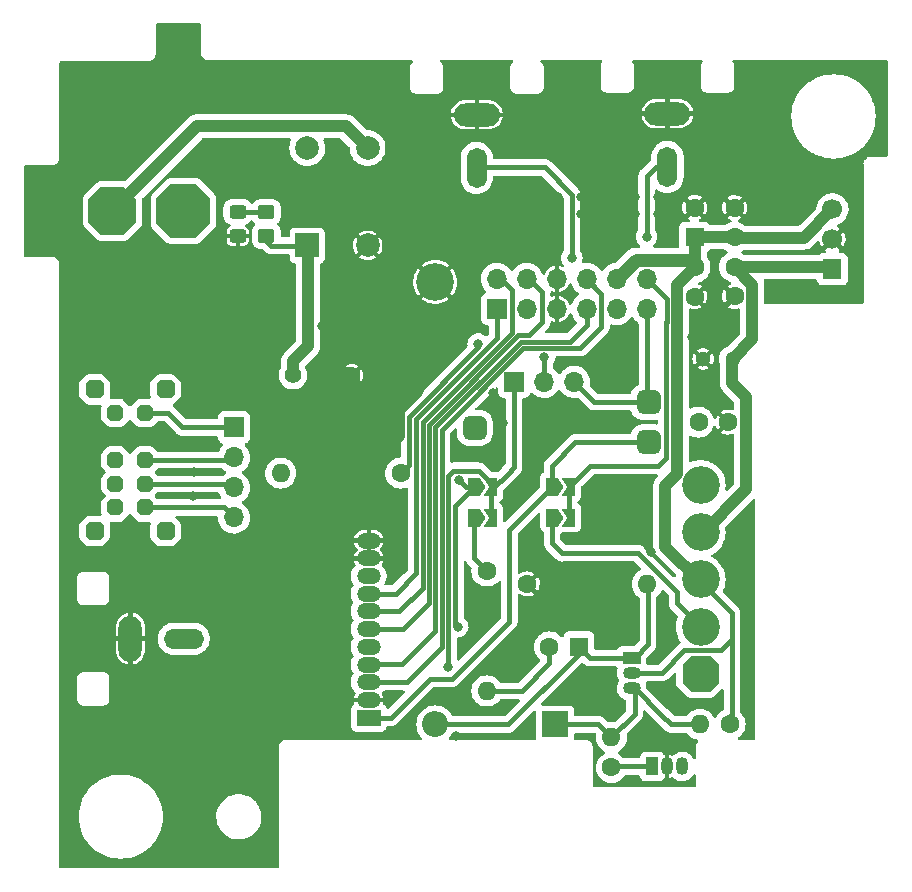
<source format=gtl>
%TF.GenerationSoftware,KiCad,Pcbnew,(6.0.1)*%
%TF.CreationDate,2022-02-25T18:27:19-07:00*%
%TF.ProjectId,Power PCB Ver C -  TH - RF is Video Only,506f7765-7220-4504-9342-205665722043,rev?*%
%TF.SameCoordinates,Original*%
%TF.FileFunction,Copper,L1,Top*%
%TF.FilePolarity,Positive*%
%FSLAX46Y46*%
G04 Gerber Fmt 4.6, Leading zero omitted, Abs format (unit mm)*
G04 Created by KiCad (PCBNEW (6.0.1)) date 2022-02-25 18:27:19*
%MOMM*%
%LPD*%
G01*
G04 APERTURE LIST*
G04 Aperture macros list*
%AMRoundRect*
0 Rectangle with rounded corners*
0 $1 Rounding radius*
0 $2 $3 $4 $5 $6 $7 $8 $9 X,Y pos of 4 corners*
0 Add a 4 corners polygon primitive as box body*
4,1,4,$2,$3,$4,$5,$6,$7,$8,$9,$2,$3,0*
0 Add four circle primitives for the rounded corners*
1,1,$1+$1,$2,$3*
1,1,$1+$1,$4,$5*
1,1,$1+$1,$6,$7*
1,1,$1+$1,$8,$9*
0 Add four rect primitives between the rounded corners*
20,1,$1+$1,$2,$3,$4,$5,0*
20,1,$1+$1,$4,$5,$6,$7,0*
20,1,$1+$1,$6,$7,$8,$9,0*
20,1,$1+$1,$8,$9,$2,$3,0*%
%AMOutline5P*
0 Free polygon, 5 corners , with rotation*
0 The origin of the aperture is its center*
0 number of corners: always 5*
0 $1 to $10 corner X, Y*
0 $11 Rotation angle, in degrees counterclockwise*
0 create outline with 5 corners*
4,1,5,$1,$2,$3,$4,$5,$6,$7,$8,$9,$10,$1,$2,$11*%
%AMOutline6P*
0 Free polygon, 6 corners , with rotation*
0 The origin of the aperture is its center*
0 number of corners: always 6*
0 $1 to $12 corner X, Y*
0 $13 Rotation angle, in degrees counterclockwise*
0 create outline with 6 corners*
4,1,6,$1,$2,$3,$4,$5,$6,$7,$8,$9,$10,$11,$12,$1,$2,$13*%
%AMOutline7P*
0 Free polygon, 7 corners , with rotation*
0 The origin of the aperture is its center*
0 number of corners: always 7*
0 $1 to $14 corner X, Y*
0 $15 Rotation angle, in degrees counterclockwise*
0 create outline with 7 corners*
4,1,7,$1,$2,$3,$4,$5,$6,$7,$8,$9,$10,$11,$12,$13,$14,$1,$2,$15*%
%AMOutline8P*
0 Free polygon, 8 corners , with rotation*
0 The origin of the aperture is its center*
0 number of corners: always 8*
0 $1 to $16 corner X, Y*
0 $17 Rotation angle, in degrees counterclockwise*
0 create outline with 8 corners*
4,1,8,$1,$2,$3,$4,$5,$6,$7,$8,$9,$10,$11,$12,$13,$14,$15,$16,$1,$2,$17*%
%AMFreePoly0*
4,1,6,1.000000,0.000000,0.500000,-0.750000,-0.500000,-0.750000,-0.500000,0.750000,0.500000,0.750000,1.000000,0.000000,1.000000,0.000000,$1*%
%AMFreePoly1*
4,1,6,0.500000,-0.750000,-0.650000,-0.750000,-0.150000,0.000000,-0.650000,0.750000,0.500000,0.750000,0.500000,-0.750000,0.500000,-0.750000,$1*%
G04 Aperture macros list end*
%TA.AperFunction,ComponentPad*%
%ADD10RoundRect,0.500000X-0.500000X-0.500000X0.500000X-0.500000X0.500000X0.500000X-0.500000X0.500000X0*%
%TD*%
%TA.AperFunction,ComponentPad*%
%ADD11O,1.950000X3.900000*%
%TD*%
%TA.AperFunction,ComponentPad*%
%ADD12O,3.400000X1.700000*%
%TD*%
%TA.AperFunction,ComponentPad*%
%ADD13C,1.600000*%
%TD*%
%TA.AperFunction,ComponentPad*%
%ADD14O,1.600000X1.600000*%
%TD*%
%TA.AperFunction,ComponentPad*%
%ADD15R,1.599997X1.700000*%
%TD*%
%TA.AperFunction,ComponentPad*%
%ADD16C,1.700000*%
%TD*%
%TA.AperFunction,ComponentPad*%
%ADD17R,1.700000X1.700000*%
%TD*%
%TA.AperFunction,ComponentPad*%
%ADD18O,1.700000X1.700000*%
%TD*%
%TA.AperFunction,ComponentPad*%
%ADD19Outline8P,-2.250000X1.125000X-1.125000X2.250000X1.125000X2.250000X2.250000X1.125000X2.250000X-1.125000X1.125000X-2.250000X-1.125000X-2.250000X-2.250000X-1.125000X0.000000*%
%TD*%
%TA.AperFunction,ComponentPad*%
%ADD20Outline8P,-2.000000X1.000000X-1.000000X2.000000X1.000000X2.000000X2.000000X1.000000X2.000000X-1.000000X1.000000X-2.000000X-1.000000X-2.000000X-2.000000X-1.000000X0.000000*%
%TD*%
%TA.AperFunction,SMDPad,CuDef*%
%ADD21FreePoly0,0.000000*%
%TD*%
%TA.AperFunction,SMDPad,CuDef*%
%ADD22FreePoly1,0.000000*%
%TD*%
%TA.AperFunction,ComponentPad*%
%ADD23R,2.000000X1.350000*%
%TD*%
%TA.AperFunction,ComponentPad*%
%ADD24O,2.000000X1.350000*%
%TD*%
%TA.AperFunction,ComponentPad*%
%ADD25R,1.050000X1.500000*%
%TD*%
%TA.AperFunction,ComponentPad*%
%ADD26O,1.050000X1.500000*%
%TD*%
%TA.AperFunction,SMDPad,CuDef*%
%ADD27RoundRect,0.250000X-0.450000X0.350000X-0.450000X-0.350000X0.450000X-0.350000X0.450000X0.350000X0*%
%TD*%
%TA.AperFunction,ComponentPad*%
%ADD28R,1.600000X1.600000*%
%TD*%
%TA.AperFunction,ComponentPad*%
%ADD29R,2.200000X2.200000*%
%TD*%
%TA.AperFunction,ComponentPad*%
%ADD30O,2.200000X2.200000*%
%TD*%
%TA.AperFunction,ComponentPad*%
%ADD31R,2.000000X2.000000*%
%TD*%
%TA.AperFunction,ComponentPad*%
%ADD32C,2.000000*%
%TD*%
%TA.AperFunction,ComponentPad*%
%ADD33O,3.900000X1.950000*%
%TD*%
%TA.AperFunction,ComponentPad*%
%ADD34O,1.700000X3.400000*%
%TD*%
%TA.AperFunction,ComponentPad*%
%ADD35R,1.500000X1.050000*%
%TD*%
%TA.AperFunction,ComponentPad*%
%ADD36O,1.500000X1.050000*%
%TD*%
%TA.AperFunction,WasherPad*%
%ADD37C,3.200000*%
%TD*%
%TA.AperFunction,WasherPad*%
%ADD38Outline8P,-1.550000X0.775000X-0.775000X1.550000X0.775000X1.550000X1.550000X0.775000X1.550000X-0.775000X0.775000X-1.550000X-0.775000X-1.550000X-1.550000X-0.775000X90.000000*%
%TD*%
%TA.AperFunction,ComponentPad*%
%ADD39C,3.200000*%
%TD*%
%TA.AperFunction,ComponentPad*%
%ADD40C,1.400000*%
%TD*%
%TA.AperFunction,ComponentPad*%
%ADD41C,1.300000*%
%TD*%
%TA.AperFunction,WasherPad*%
%ADD42Outline8P,-0.700000X0.350000X-0.350000X0.700000X0.350000X0.700000X0.700000X0.350000X0.700000X-0.350000X0.350000X-0.700000X-0.350000X-0.700000X-0.700000X-0.350000X270.000000*%
%TD*%
%TA.AperFunction,ComponentPad*%
%ADD43Outline8P,-0.700000X0.350000X-0.350000X0.700000X0.350000X0.700000X0.700000X0.350000X0.700000X-0.350000X0.350000X-0.700000X-0.350000X-0.700000X-0.700000X-0.350000X270.000000*%
%TD*%
%TA.AperFunction,ComponentPad*%
%ADD44Outline8P,-0.800000X0.400000X-0.400000X0.800000X0.400000X0.800000X0.800000X0.400000X0.800000X-0.400000X0.400000X-0.800000X-0.400000X-0.800000X-0.800000X-0.400000X270.000000*%
%TD*%
%TA.AperFunction,ComponentPad*%
%ADD45Outline8P,-0.800000X0.400000X-0.400000X0.800000X0.400000X0.800000X0.800000X0.400000X0.800000X-0.400000X0.400000X-0.800000X-0.400000X-0.800000X-0.800000X-0.400000X90.000000*%
%TD*%
%TA.AperFunction,SMDPad,CuDef*%
%ADD46RoundRect,0.250000X0.450000X-0.325000X0.450000X0.325000X-0.450000X0.325000X-0.450000X-0.325000X0*%
%TD*%
%TA.AperFunction,ViaPad*%
%ADD47C,0.800000*%
%TD*%
%TA.AperFunction,Conductor*%
%ADD48C,0.381000*%
%TD*%
%TA.AperFunction,Conductor*%
%ADD49C,1.016000*%
%TD*%
%TA.AperFunction,Conductor*%
%ADD50C,0.508000*%
%TD*%
%TA.AperFunction,Conductor*%
%ADD51C,1.100000*%
%TD*%
%TA.AperFunction,Conductor*%
%ADD52C,0.250000*%
%TD*%
G04 APERTURE END LIST*
D10*
%TO.P,J12,1,Pin_1*%
%TO.N,Net-(J3-Pad5)*%
X150096100Y-103483600D03*
%TD*%
D11*
%TO.P,J19,1,Tip*%
%TO.N,GND*%
X120952100Y-121327600D03*
D12*
%TO.P,J19,2,Sleeve*%
%TO.N,RCA_RF*%
X125452100Y-121327600D03*
%TD*%
D10*
%TO.P,J10,1,Pin_1*%
%TO.N,Net-(J3-Pad1)*%
X164826100Y-104693600D03*
%TD*%
%TO.P,J11,1,Pin_1*%
%TO.N,Audio_L*%
X164826100Y-101293600D03*
%TD*%
D13*
%TO.P,R1,1*%
%TO.N,+5V*%
X171716100Y-128573600D03*
D14*
%TO.P,R1,2*%
%TO.N,Net-(D2-Pad1)*%
X169176100Y-128573600D03*
%TD*%
D15*
%TO.P,U1,1,VIN*%
%TO.N,PS2*%
X180388100Y-90053600D03*
D16*
%TO.P,U1,2,GND*%
%TO.N,GND*%
X180388100Y-87513600D03*
%TO.P,U1,3,VOUT*%
%TO.N,+5V*%
X180388100Y-84973600D03*
%TD*%
D17*
%TO.P,J6,1,Red*%
%TO.N,Red*%
X151976100Y-93418600D03*
D18*
%TO.P,J6,2,Green*%
%TO.N,Green*%
X151976100Y-90878600D03*
%TO.P,J6,3,C-Sync/+12V*%
%TO.N,CSync*%
X154516100Y-93418600D03*
%TO.P,J6,4,Blue*%
%TO.N,Blue*%
X154516100Y-90878600D03*
%TO.P,J6,5,GND*%
%TO.N,GND*%
X157056100Y-93418600D03*
%TO.P,J6,6,GND*%
X157056100Y-90878600D03*
%TO.P,J6,7,Luma_(S-Video)*%
%TO.N,Luma*%
X159596100Y-93418600D03*
%TO.P,J6,8,Chroma_(S-Video)*%
%TO.N,Chroma*%
X159596100Y-90878600D03*
%TO.P,J6,9,Composite_Video*%
%TO.N,RCA_RF*%
X162136100Y-93418600D03*
%TO.P,J6,10,+5V*%
%TO.N,+5V*%
X162136100Y-90878600D03*
%TO.P,J6,11,Left_Audio*%
%TO.N,Audio_L*%
X164676100Y-93418600D03*
%TO.P,J6,12,Right_Audio*%
%TO.N,Audio_R*%
X164676100Y-90878600D03*
%TD*%
D19*
%TO.P,J1,1,1*%
%TO.N,Net-(D1-Pad4)*%
X125426102Y-85113598D03*
D20*
%TO.P,J1,2,2*%
%TO.N,Net-(D1-Pad3)*%
X119426100Y-85113598D03*
%TD*%
D21*
%TO.P,RJV-EXT1,1,1*%
%TO.N,Net-(J3-Pad5)*%
X150029850Y-108488600D03*
D22*
%TO.P,RJV-EXT1,2,2*%
%TO.N,RCA_RF*%
X151479850Y-108488600D03*
%TD*%
D17*
%TO.P,J4,1,1*%
%TO.N,Net-(J4-Pad1)*%
X129716100Y-103443600D03*
D18*
%TO.P,J4,2,2*%
%TO.N,Net-(J4-Pad2)*%
X129716100Y-105983600D03*
%TO.P,J4,3,3*%
%TO.N,Net-(J4-Pad3)*%
X129716100Y-108523600D03*
%TO.P,J4,4,4*%
%TO.N,Net-(J4-Pad4)*%
X129716100Y-111063600D03*
%TD*%
D23*
%TO.P,J3,1,Audio*%
%TO.N,Net-(J3-Pad1)*%
X141126100Y-128018600D03*
D24*
%TO.P,J3,2,GND*%
%TO.N,GND*%
X141126100Y-126518600D03*
%TO.P,J3,3,Chroma*%
%TO.N,Chroma*%
X141126100Y-125018600D03*
%TO.P,J3,4,Luma*%
%TO.N,Luma*%
X141126100Y-123518600D03*
%TO.P,J3,5,Composite*%
%TO.N,Net-(J3-Pad5)*%
X141126100Y-122018600D03*
%TO.P,J3,6,Blue*%
%TO.N,Blue*%
X141126100Y-120518600D03*
%TO.P,J3,7,Green*%
%TO.N,Green*%
X141126100Y-119018600D03*
%TO.P,J3,8,Red*%
%TO.N,Red*%
X141126100Y-117518600D03*
%TO.P,J3,9,CSync*%
%TO.N,Net-(J3-Pad9)*%
X141126100Y-116018600D03*
%TO.P,J3,10,GND*%
%TO.N,GND*%
X141126100Y-114518600D03*
%TO.P,J3,11,GND*%
X141126100Y-113018600D03*
%TD*%
D17*
%TO.P,J16,1,Pin_1*%
%TO.N,RCA_RF*%
X153436100Y-99586100D03*
D18*
%TO.P,J16,2,Pin_2*%
%TO.N,RCA_V*%
X155976100Y-99586100D03*
%TO.P,J16,3,Pin_3*%
%TO.N,Audio_L*%
X158516100Y-99586100D03*
%TD*%
D25*
%TO.P,Q1,1,E*%
%TO.N,Net-(Q1-Pad1)*%
X165126100Y-132143600D03*
D26*
%TO.P,Q1,2,C*%
%TO.N,GND*%
X166396100Y-132143600D03*
%TO.P,Q1,3,B*%
%TO.N,Net-(J2-Pad1)*%
X167666100Y-132143600D03*
%TD*%
D27*
%TO.P,R5,1*%
%TO.N,Net-(D3-Pad2)*%
X132456100Y-85203600D03*
%TO.P,R5,2*%
%TO.N,PS1*%
X132456100Y-87203600D03*
%TD*%
D28*
%TO.P,C8,1*%
%TO.N,Net-(C8-Pad1)*%
X158926100Y-122018600D03*
D13*
%TO.P,C8,2*%
%TO.N,Net-(C8-Pad2)*%
X156426100Y-122018600D03*
%TD*%
D29*
%TO.P,D2,1,K*%
%TO.N,Net-(D2-Pad1)*%
X156926100Y-128593600D03*
D30*
%TO.P,D2,2,A*%
%TO.N,Net-(C8-Pad1)*%
X146766100Y-128593600D03*
%TD*%
D13*
%TO.P,R6,1,1*%
%TO.N,CSync*%
X143836100Y-107303600D03*
D14*
%TO.P,R6,2,2*%
%TO.N,Net-(J3-Pad9)*%
X133676100Y-107303600D03*
%TD*%
D31*
%TO.P,D1,1,V+*%
%TO.N,PS1*%
X135926100Y-88036100D03*
D32*
%TO.P,D1,2,V-*%
%TO.N,GND*%
X141026100Y-88036100D03*
%TO.P,D1,3,AC*%
%TO.N,Net-(D1-Pad3)*%
X141026100Y-79786100D03*
%TO.P,D1,4,AC*%
%TO.N,Net-(D1-Pad4)*%
X135926100Y-79786100D03*
%TD*%
D33*
%TO.P,J17,1,Tip*%
%TO.N,GND*%
X166418100Y-76877600D03*
D34*
%TO.P,J17,2,Sleeve*%
%TO.N,Audio_R*%
X166418100Y-81377600D03*
%TD*%
D13*
%TO.P,C5,1,1*%
%TO.N,GND*%
X172096100Y-84843600D03*
%TO.P,C5,2,2*%
%TO.N,+5V*%
X172096100Y-87343600D03*
%TD*%
D35*
%TO.P,Q2,1,E*%
%TO.N,Net-(C8-Pad1)*%
X163376100Y-122968600D03*
D36*
%TO.P,Q2,2,C*%
%TO.N,+5V*%
X163376100Y-124238600D03*
%TO.P,Q2,3,B*%
%TO.N,Net-(D2-Pad1)*%
X163376100Y-125508600D03*
%TD*%
D37*
%TO.P,J2,*%
%TO.N,*%
X169226100Y-116313600D03*
X169226100Y-108313600D03*
X169226100Y-120313600D03*
X169226100Y-112313597D03*
D38*
X169226100Y-124313600D03*
%TD*%
D21*
%TO.P,RJA-EXT1,1,1*%
%TO.N,Net-(J3-Pad1)*%
X156644850Y-108468600D03*
D22*
%TO.P,RJA-EXT1,2,2*%
%TO.N,Audio_R*%
X158094850Y-108468600D03*
%TD*%
D28*
%TO.P,C7,1,A*%
%TO.N,+5V*%
X168716100Y-87338600D03*
D13*
%TO.P,C7,2,K*%
%TO.N,GND*%
X168716100Y-84838600D03*
%TD*%
D39*
%TO.P,GND,1*%
%TO.N,GND*%
X146756100Y-91113600D03*
%TD*%
D21*
%TO.P,RJA-INT1,1,1*%
%TO.N,Net-(RJA-INT1-Pad1)*%
X156644850Y-111068600D03*
D22*
%TO.P,RJA-INT1,2,2*%
%TO.N,Audio_R*%
X158094850Y-111068600D03*
%TD*%
D40*
%TO.P,C1,1,A*%
%TO.N,PS1*%
X134708100Y-99013598D03*
%TO.P,C1,2,K*%
%TO.N,GND*%
X139708100Y-99013598D03*
%TD*%
D41*
%TO.P,C3,1,A*%
%TO.N,PS2*%
X171935300Y-97640600D03*
%TO.P,C3,2,K*%
%TO.N,GND*%
X169435300Y-97640600D03*
%TD*%
D13*
%TO.P,R3,1*%
%TO.N,GND*%
X154546100Y-116693600D03*
D14*
%TO.P,R3,2*%
%TO.N,Net-(C8-Pad1)*%
X164706100Y-116693600D03*
%TD*%
D13*
%TO.P,C2,1,1*%
%TO.N,GND*%
X171548900Y-102988800D03*
%TO.P,C2,2,2*%
%TO.N,unconnected-(C2-Pad2)*%
X169048900Y-102988800D03*
%TD*%
D33*
%TO.P,J18,1,Tip*%
%TO.N,GND*%
X150272100Y-76971600D03*
D34*
%TO.P,J18,2,Sleeve*%
%TO.N,RCA_V*%
X150272100Y-81471600D03*
%TD*%
D13*
%TO.P,C6,1,1*%
%TO.N,GND*%
X168746100Y-92363600D03*
%TO.P,C6,2,2*%
%TO.N,+5V*%
X168746100Y-89863600D03*
%TD*%
%TO.P,C4,1,1*%
%TO.N,GND*%
X172096100Y-92353600D03*
%TO.P,C4,2,2*%
%TO.N,PS2*%
X172096100Y-89853600D03*
%TD*%
D21*
%TO.P,RJV-INT1,1,1*%
%TO.N,Net-(R4-Pad1)*%
X150029850Y-111088600D03*
D22*
%TO.P,RJV-INT1,2,2*%
%TO.N,RCA_RF*%
X151479850Y-111088600D03*
%TD*%
D13*
%TO.P,R2,1*%
%TO.N,Net-(Q1-Pad1)*%
X161676100Y-132233600D03*
D14*
%TO.P,R2,2*%
%TO.N,Net-(D2-Pad1)*%
X161676100Y-129693600D03*
%TD*%
D13*
%TO.P,R4,1*%
%TO.N,Net-(R4-Pad1)*%
X151126100Y-115593600D03*
D14*
%TO.P,R4,2*%
%TO.N,Net-(C8-Pad2)*%
X151126100Y-125753600D03*
%TD*%
D42*
%TO.P,SW1,*%
%TO.N,*%
X122176100Y-102213600D03*
X119676100Y-106213600D03*
X119676100Y-108213600D03*
X119676100Y-110213600D03*
X122176100Y-106213600D03*
X122176100Y-108213600D03*
X122176100Y-110213600D03*
D43*
%TO.P,SW1,1,1*%
%TO.N,unconnected-(SW1-Pad1)*%
X119676100Y-102213600D03*
D44*
%TO.P,SW1,MH*%
%TO.N,N/C*%
X117926100Y-100213600D03*
D45*
X117926100Y-112213600D03*
X123926100Y-112213600D03*
D44*
X123926100Y-100213600D03*
%TD*%
D46*
%TO.P,D3,1,K*%
%TO.N,GND*%
X130036100Y-87228600D03*
%TO.P,D3,2,A*%
%TO.N,Net-(D3-Pad2)*%
X130036100Y-85178600D03*
%TD*%
D47*
%TO.N,GND*%
X157126100Y-83893600D03*
X165626100Y-83893600D03*
X157126100Y-85393600D03*
X165626100Y-85393600D03*
X163626100Y-85393600D03*
X163626100Y-83893600D03*
X159126100Y-83893600D03*
X159126100Y-85393600D03*
X126326100Y-107218600D03*
X126276100Y-109218600D03*
%TO.N,Audio_R*%
X164651100Y-87293600D03*
%TO.N,RCA_V*%
X158326100Y-89093600D03*
%TO.N,GND*%
X121001100Y-98668600D03*
X126501100Y-113868600D03*
X143726100Y-110443600D03*
X167426100Y-126518600D03*
X166401100Y-130393600D03*
X164776100Y-128443600D03*
X154776100Y-129343600D03*
X159126100Y-124168600D03*
X153451100Y-122618600D03*
X163101100Y-120843600D03*
X154976100Y-112168600D03*
X158926100Y-112918600D03*
X160101100Y-108293600D03*
X170776100Y-106143600D03*
X164676100Y-108118600D03*
X163351100Y-95843600D03*
X168501100Y-95793600D03*
X138026100Y-97318600D03*
X132901100Y-95668600D03*
X133201100Y-97318600D03*
X136651100Y-98018600D03*
X137176100Y-94818600D03*
X133701100Y-94293600D03*
X135826100Y-102268600D03*
X135126100Y-101643600D03*
X138976100Y-104143600D03*
X139876100Y-104168600D03*
X138976100Y-103218600D03*
X139876100Y-103193600D03*
X152526100Y-103093600D03*
X151626100Y-100543600D03*
X162176100Y-99893600D03*
X153476100Y-109143600D03*
X151126100Y-119718600D03*
X148526100Y-129543600D03*
X160601100Y-127143600D03*
X172051100Y-114193600D03*
X165026100Y-113993600D03*
X173226100Y-122168600D03*
X166401100Y-119843600D03*
%TO.N,Net-(J3-Pad5)*%
X148796100Y-107893600D03*
%TO.N,GND*%
X144626100Y-99393600D03*
X145206100Y-100233600D03*
%TO.N,CSync*%
X150390574Y-96377554D03*
%TO.N,GND*%
X141926100Y-104193600D03*
X141926100Y-103293600D03*
X142826100Y-104193600D03*
X143726100Y-104193600D03*
X143726100Y-100293600D03*
X142826100Y-103293600D03*
X143726100Y-103293600D03*
X143056100Y-113023600D03*
X143136100Y-114513600D03*
X128426100Y-88013600D03*
X142946100Y-126143600D03*
X149086100Y-125843600D03*
%TO.N,Net-(J3-Pad5)*%
X148662420Y-120311600D03*
%TO.N,RCA_RF*%
X147825300Y-123712800D03*
%TO.N,RCA_V*%
X156004100Y-97503598D03*
%TD*%
D48*
%TO.N,Audio_R*%
X164651100Y-87293600D02*
X164651100Y-82143600D01*
X164651100Y-82143600D02*
X165417100Y-81377600D01*
X165417100Y-81377600D02*
X166418100Y-81377600D01*
%TO.N,RCA_V*%
X158326100Y-89093600D02*
X158326100Y-83723600D01*
X156016100Y-81413600D02*
X150326100Y-81413600D01*
X158326100Y-83723600D02*
X156016100Y-81413600D01*
D49*
%TO.N,GND*%
X139488102Y-98793600D02*
X139708100Y-99013598D01*
X135751100Y-101643600D02*
X138601100Y-98793600D01*
X138601100Y-98793600D02*
X139488102Y-98793600D01*
X135126100Y-101643600D02*
X135751100Y-101643600D01*
X136453098Y-102268600D02*
X139708100Y-99013598D01*
X135826100Y-102268600D02*
X136453098Y-102268600D01*
X139851100Y-104143600D02*
X139876100Y-104168600D01*
X138976100Y-104143600D02*
X139851100Y-104143600D01*
X138976100Y-104143600D02*
X138976100Y-99745598D01*
X138976100Y-99745598D02*
X139708100Y-99013598D01*
X139876100Y-99181598D02*
X139708100Y-99013598D01*
X139876100Y-104168600D02*
X139876100Y-99181598D01*
D48*
%TO.N,Audio_L*%
X164676100Y-101143600D02*
X164826100Y-101293600D01*
X164676100Y-93418600D02*
X164676100Y-101143600D01*
D50*
%TO.N,GND*%
X152526100Y-101443600D02*
X152526100Y-103093600D01*
X151626100Y-100543600D02*
X152526100Y-101443600D01*
D51*
%TO.N,+5V*%
X168161589Y-89279089D02*
X168746100Y-89863600D01*
X163735611Y-89279089D02*
X168161589Y-89279089D01*
X162136100Y-90878600D02*
X163735611Y-89279089D01*
D48*
%TO.N,Net-(J3-Pad5)*%
X149391100Y-108488600D02*
X148796100Y-107893600D01*
X150029850Y-108488600D02*
X149391100Y-108488600D01*
D51*
%TO.N,GND*%
X145206100Y-100233600D02*
X142826100Y-102613600D01*
X142826100Y-102613600D02*
X142826100Y-103293600D01*
X145206100Y-99973600D02*
X144626100Y-99393600D01*
X145206100Y-100233600D02*
X145206100Y-99973600D01*
X143786100Y-100233600D02*
X143726100Y-100293600D01*
X145206100Y-100233600D02*
X143786100Y-100233600D01*
D48*
%TO.N,CSync*%
X144528995Y-102535384D02*
X144528995Y-102896495D01*
X150390574Y-96673805D02*
X144528995Y-102535384D01*
X150390574Y-96377554D02*
X150390574Y-96673805D01*
X144528995Y-106610705D02*
X144528995Y-102896495D01*
D51*
%TO.N,GND*%
X143588975Y-100430725D02*
X143588975Y-104193600D01*
X143726100Y-100293600D02*
X143588975Y-100430725D01*
X141926100Y-104193600D02*
X143526100Y-104193600D01*
X142826100Y-103293600D02*
X143588975Y-103293600D01*
X143726100Y-100293600D02*
X144626100Y-99393600D01*
X142826100Y-101193600D02*
X143726100Y-100293600D01*
X142826100Y-104193600D02*
X142826100Y-101193600D01*
D48*
%TO.N,Chroma*%
X147291900Y-103647798D02*
X154226100Y-96713598D01*
%TO.N,Audio_L*%
X160223600Y-101293600D02*
X158516100Y-99586100D01*
X164826100Y-101293600D02*
X160223600Y-101293600D01*
%TO.N,Net-(J3-Pad1)*%
X156644850Y-106674850D02*
X156644850Y-108468600D01*
X158626100Y-104693600D02*
X156644850Y-106674850D01*
X164826100Y-104693600D02*
X158626100Y-104693600D01*
%TO.N,Audio_R*%
X166340569Y-92543069D02*
X166340569Y-94543600D01*
X166328080Y-105991620D02*
X165626080Y-106693620D01*
X165626080Y-106693620D02*
X159869830Y-106693620D01*
X159869830Y-106693620D02*
X158094850Y-108468600D01*
X164676100Y-90878600D02*
X166340569Y-92543069D01*
X166340569Y-94543600D02*
X166328080Y-94556089D01*
X166328080Y-94556089D02*
X166328080Y-105991620D01*
D49*
%TO.N,+5V*%
X167226100Y-107413146D02*
X166235873Y-108403373D01*
X167238589Y-95361111D02*
X167226100Y-95373600D01*
X166235873Y-113523371D02*
X169226100Y-116513600D01*
X168746100Y-89863600D02*
X167238589Y-91371111D01*
X167238589Y-91371111D02*
X167238589Y-95361111D01*
X167226100Y-95373600D02*
X167226100Y-107413146D01*
X166235873Y-108403373D02*
X166235873Y-113523371D01*
D48*
%TO.N,Net-(D2-Pad1)*%
X163296100Y-125508600D02*
X163626100Y-125508600D01*
X165883600Y-127766100D02*
X163626100Y-125508600D01*
X166241100Y-128123600D02*
X165883600Y-127766100D01*
X163626100Y-125508600D02*
X163626100Y-127743600D01*
X169176100Y-128573600D02*
X166691100Y-128573600D01*
X160576100Y-128593600D02*
X161676100Y-129693600D01*
X163626100Y-127743600D02*
X161676100Y-129693600D01*
X166691100Y-128573600D02*
X165883600Y-127766100D01*
X156926100Y-128593600D02*
X160576100Y-128593600D01*
%TO.N,Net-(R4-Pad1)*%
X150029850Y-111088600D02*
X150029850Y-114289850D01*
X151126100Y-115593600D02*
X150029850Y-114497350D01*
X150029850Y-114497350D02*
X150029850Y-114289850D01*
%TO.N,Net-(J4-Pad4)*%
X122176100Y-110213600D02*
X128866100Y-110213600D01*
X128866100Y-110213600D02*
X129716100Y-111063600D01*
D49*
%TO.N,Net-(D1-Pad3)*%
X139195600Y-77955600D02*
X138104100Y-77955600D01*
X119426100Y-85113598D02*
X126584100Y-77955600D01*
X126584100Y-77955600D02*
X138104100Y-77955600D01*
X141026100Y-79786100D02*
X139195600Y-77955600D01*
D48*
%TO.N,Net-(C8-Pad2)*%
X156426100Y-123393600D02*
X156426100Y-122018600D01*
X154066100Y-125753600D02*
X156426100Y-123393600D01*
X151126100Y-125753600D02*
X154066100Y-125753600D01*
%TO.N,Net-(J4-Pad3)*%
X129406100Y-108213600D02*
X129716100Y-108523600D01*
X123816100Y-108213600D02*
X129406100Y-108213600D01*
X122176100Y-108213600D02*
X123816100Y-108213600D01*
%TO.N,Net-(J4-Pad2)*%
X129486100Y-106213600D02*
X129716100Y-105983600D01*
X122176100Y-106213600D02*
X129486100Y-106213600D01*
%TO.N,Net-(J4-Pad1)*%
X122176100Y-102213600D02*
X124126102Y-102213600D01*
X124731101Y-102818599D02*
X124126102Y-102213600D01*
X125356102Y-103443600D02*
X129716100Y-103443600D01*
X124731101Y-102818599D02*
X125356102Y-103443600D01*
D49*
%TO.N,PS2*%
X172096100Y-89853600D02*
X173603611Y-91361111D01*
X169226100Y-112513597D02*
X173072900Y-108666798D01*
X180188100Y-89853600D02*
X180388100Y-90053600D01*
X171867700Y-99672600D02*
X171867700Y-97691600D01*
X173072900Y-100877800D02*
X171867700Y-99672600D01*
X173603611Y-91361111D02*
X173603611Y-95972289D01*
X172096100Y-89853600D02*
X180188100Y-89853600D01*
X173072900Y-108666798D02*
X173072900Y-100877800D01*
X173603611Y-95972289D02*
X171935300Y-97640600D01*
%TO.N,PS1*%
X134708100Y-99013598D02*
X134708100Y-97854600D01*
D48*
X131996100Y-87203600D02*
X132846100Y-88053600D01*
D49*
X135976100Y-96586598D02*
X135976100Y-88086100D01*
X135976100Y-88086100D02*
X135926100Y-88036100D01*
X134708100Y-97854600D02*
X135976100Y-96586598D01*
D48*
X132846100Y-88053600D02*
X136446089Y-88053600D01*
%TO.N,GND*%
X165428100Y-76913600D02*
X166326100Y-76913600D01*
D49*
%TO.N,+5V*%
X168716100Y-87338600D02*
X172071100Y-87338600D01*
D48*
X171876100Y-121363980D02*
X171876100Y-121143600D01*
D49*
X172096100Y-87363600D02*
X177998100Y-87363600D01*
D48*
X165931100Y-124238600D02*
X167856100Y-122313600D01*
X170926481Y-122313600D02*
X171876100Y-121363980D01*
X171716100Y-127913600D02*
X171876100Y-127753600D01*
X167856100Y-122313600D02*
X170926481Y-122313600D01*
X169226100Y-116513600D02*
X171876100Y-119163600D01*
D50*
X162136100Y-90913597D02*
X162136100Y-90619600D01*
D48*
X163626100Y-124238600D02*
X165931100Y-124238600D01*
D49*
X168716100Y-87338600D02*
X168716100Y-89833600D01*
D48*
X171876100Y-121143600D02*
X171876100Y-119163600D01*
D49*
X168716100Y-89833600D02*
X168746100Y-89863600D01*
D48*
X171716100Y-128573600D02*
X171716100Y-127913600D01*
D49*
X177998100Y-87363600D02*
X180388100Y-84973600D01*
D48*
X171876100Y-127753600D02*
X171876100Y-121143600D01*
D49*
X172071100Y-87338600D02*
X172096100Y-87363600D01*
D48*
%TO.N,Net-(C8-Pad1)*%
X158926100Y-122018600D02*
X158926100Y-122603600D01*
X164776100Y-121818600D02*
X164776100Y-116763600D01*
X163626100Y-122968600D02*
X164776100Y-121818600D01*
X164776100Y-116763600D02*
X164706100Y-116693600D01*
X159876100Y-122968600D02*
X158926100Y-122018600D01*
X152936100Y-128593600D02*
X146766100Y-128593600D01*
X163626100Y-122968600D02*
X159876100Y-122968600D01*
X158926100Y-122603600D02*
X152936100Y-128593600D01*
%TO.N,Net-(Q1-Pad1)*%
X161766100Y-132143600D02*
X161676100Y-132233600D01*
X165126100Y-132143600D02*
X161766100Y-132143600D01*
%TO.N,Net-(D3-Pad2)*%
X131996100Y-85203600D02*
X130061100Y-85203600D01*
X130061100Y-85203600D02*
X130036100Y-85178600D01*
%TO.N,Net-(J3-Pad1)*%
X146326100Y-124718600D02*
X148201100Y-124718600D01*
X148201100Y-124718600D02*
X153026100Y-119893600D01*
X153026100Y-112087350D02*
X156644850Y-108468600D01*
X141126100Y-128013600D02*
X143031100Y-128013600D01*
X143031100Y-128013600D02*
X146326100Y-124718600D01*
X153026100Y-119893600D02*
X153026100Y-112087350D01*
%TO.N,Audio_R*%
X158094850Y-111068600D02*
X158094850Y-108468600D01*
%TO.N,Net-(J3-Pad5)*%
X148452940Y-110065510D02*
X150029850Y-108488600D01*
X148452940Y-120126440D02*
X148452940Y-110065510D01*
X148638100Y-120311600D02*
X148452940Y-120126440D01*
X148662420Y-120311600D02*
X148638100Y-120311600D01*
%TO.N,CSync*%
X143836100Y-107303600D02*
X144528995Y-106610705D01*
%TO.N,Red*%
X141126100Y-117513600D02*
X143426100Y-117513600D01*
X145158300Y-102727058D02*
X151976100Y-95909259D01*
X143426100Y-117513600D02*
X145158300Y-115781398D01*
X145158300Y-115781398D02*
X145158300Y-102727058D01*
X151976100Y-95909259D02*
X151976100Y-93453597D01*
%TO.N,Green*%
X141126100Y-119018600D02*
X140395100Y-119018600D01*
X145691700Y-102947997D02*
X153226100Y-95413598D01*
X153226100Y-95413598D02*
X153226100Y-91813600D01*
X143726098Y-119013600D02*
X145691700Y-117047997D01*
X141126100Y-119013600D02*
X143726098Y-119013600D01*
X151976100Y-90913597D02*
X152326096Y-90913597D01*
X152326096Y-90913597D02*
X153226100Y-91813600D01*
X145691700Y-117047997D02*
X145691700Y-102947997D01*
%TO.N,Blue*%
X141126100Y-120513600D02*
X144026100Y-120513600D01*
X144026100Y-120513600D02*
X146225100Y-118314600D01*
X154516100Y-90913597D02*
X154726096Y-90913597D01*
X154516100Y-90913597D02*
X154516100Y-90564598D01*
X153784221Y-95646798D02*
X154692901Y-95646798D01*
X154726096Y-90913597D02*
X155801100Y-91988600D01*
X146225100Y-118314600D02*
X146225100Y-103205919D01*
X155801100Y-94538598D02*
X155801100Y-91988600D01*
X146225100Y-103205919D02*
X153784221Y-95646798D01*
X154692901Y-95646798D02*
X155801100Y-94538598D01*
%TO.N,Luma*%
X158159501Y-96180198D02*
X159596100Y-94743600D01*
X143926100Y-123513598D02*
X146758500Y-120681198D01*
X141126100Y-123513598D02*
X143926100Y-123513598D01*
X146758500Y-120681198D02*
X146758500Y-103426859D01*
X146758500Y-103426859D02*
X154005161Y-96180198D01*
X154005161Y-96180198D02*
X158159501Y-96180198D01*
X159596100Y-94743600D02*
X159596100Y-93453597D01*
%TO.N,Chroma*%
X147291900Y-122047799D02*
X147291900Y-103647798D01*
X160826100Y-94913600D02*
X160826100Y-92143597D01*
X159026100Y-96713598D02*
X160826100Y-94913600D01*
X144326100Y-125013600D02*
X147291900Y-122047799D01*
X141126100Y-125013600D02*
X144326100Y-125013600D01*
X159596100Y-90913597D02*
X160826100Y-92143597D01*
X154226100Y-96713598D02*
X159026100Y-96713598D01*
%TO.N,RCA_RF*%
X151479850Y-108488600D02*
X151479850Y-108137028D01*
X153051100Y-107208600D02*
X153361100Y-106898600D01*
D52*
X153431100Y-106828600D02*
X153051100Y-107208600D01*
D48*
X151479850Y-108488600D02*
X151771100Y-108488600D01*
X148282500Y-107103600D02*
X147872420Y-107513680D01*
X153431100Y-101336100D02*
X153436100Y-101331100D01*
X150446422Y-107103600D02*
X148282500Y-107103600D01*
X153436100Y-101331100D02*
X153436100Y-99586100D01*
X151479850Y-111088600D02*
X151479850Y-108488600D01*
X151771100Y-108488600D02*
X152831100Y-107428600D01*
X151479850Y-108137028D02*
X150446422Y-107103600D01*
X153431100Y-106828600D02*
X153431100Y-101336100D01*
X147872420Y-107513680D02*
X147872420Y-123665680D01*
X152831100Y-107428600D02*
X153431100Y-106828600D01*
X147872420Y-123665680D02*
X147825300Y-123712800D01*
X152831100Y-107428600D02*
X153051100Y-107208600D01*
%TO.N,Net-(RJA-INT1-Pad1)*%
X157526100Y-114093600D02*
X156644850Y-113212350D01*
X167251100Y-118288598D02*
X167251100Y-117393600D01*
X156644850Y-113212350D02*
X156644850Y-111068600D01*
X169226100Y-120313600D02*
X167226100Y-118313598D01*
X167251100Y-117393600D02*
X163951100Y-114093600D01*
X167226100Y-118313598D02*
X167251100Y-118288598D01*
X163951100Y-114093600D02*
X157526100Y-114093600D01*
%TO.N,RCA_V*%
X156004100Y-97503598D02*
X155971100Y-97536598D01*
X156004100Y-97503598D02*
X156004100Y-99558100D01*
X156004100Y-99558100D02*
X155976100Y-99586100D01*
%TD*%
%TA.AperFunction,Conductor*%
%TO.N,GND*%
G36*
X126860221Y-69241602D02*
G01*
X126906714Y-69295258D01*
X126918100Y-69347600D01*
X126918100Y-71665495D01*
X126917022Y-71681941D01*
X126912854Y-71713600D01*
X126918100Y-71753447D01*
X126933750Y-71872320D01*
X126995013Y-72020223D01*
X127092470Y-72147230D01*
X127219477Y-72244687D01*
X127293429Y-72275319D01*
X127359750Y-72302790D01*
X127359753Y-72302791D01*
X127367380Y-72305950D01*
X127526100Y-72326846D01*
X127534288Y-72325768D01*
X127557759Y-72322678D01*
X127574205Y-72321600D01*
X144758909Y-72321600D01*
X144827030Y-72341602D01*
X144873523Y-72395258D01*
X144883627Y-72465532D01*
X144854133Y-72530112D01*
X144841166Y-72543045D01*
X144826161Y-72555974D01*
X144811153Y-72567079D01*
X144789469Y-72580760D01*
X144783527Y-72587488D01*
X144769919Y-72602896D01*
X144757727Y-72614940D01*
X144735353Y-72634219D01*
X144730474Y-72641747D01*
X144730471Y-72641750D01*
X144721404Y-72655739D01*
X144710114Y-72670613D01*
X144693144Y-72689828D01*
X144680590Y-72716566D01*
X144672276Y-72731535D01*
X144656207Y-72756327D01*
X144653635Y-72764927D01*
X144648861Y-72780890D01*
X144642199Y-72798336D01*
X144631301Y-72821548D01*
X144628935Y-72836744D01*
X144626758Y-72850728D01*
X144622974Y-72867449D01*
X144617086Y-72887136D01*
X144617085Y-72887139D01*
X144614513Y-72895741D01*
X144614458Y-72904716D01*
X144614458Y-72904717D01*
X144614303Y-72930146D01*
X144614270Y-72930928D01*
X144614100Y-72932023D01*
X144614100Y-72962898D01*
X144614098Y-72963668D01*
X144613624Y-73041252D01*
X144614008Y-73042596D01*
X144614100Y-73043941D01*
X144614100Y-74662898D01*
X144614098Y-74663668D01*
X144613624Y-74741252D01*
X144616090Y-74749881D01*
X144616091Y-74749886D01*
X144621739Y-74769648D01*
X144625317Y-74786409D01*
X144628230Y-74806752D01*
X144628233Y-74806762D01*
X144629505Y-74815645D01*
X144640121Y-74838995D01*
X144646564Y-74856507D01*
X144653612Y-74881165D01*
X144669374Y-74906148D01*
X144677504Y-74921214D01*
X144689733Y-74948110D01*
X144706474Y-74967539D01*
X144717579Y-74982547D01*
X144731260Y-75004231D01*
X144751569Y-75022167D01*
X144753396Y-75023781D01*
X144765441Y-75035974D01*
X144778250Y-75050839D01*
X144784719Y-75058347D01*
X144792247Y-75063226D01*
X144792250Y-75063229D01*
X144806239Y-75072296D01*
X144821113Y-75083586D01*
X144825243Y-75087233D01*
X144840328Y-75100556D01*
X144848454Y-75104371D01*
X144848455Y-75104372D01*
X144854121Y-75107032D01*
X144867066Y-75113110D01*
X144882035Y-75121424D01*
X144906827Y-75137493D01*
X144923750Y-75142554D01*
X144931390Y-75144839D01*
X144948836Y-75151501D01*
X144972048Y-75162399D01*
X145001230Y-75166943D01*
X145017949Y-75170726D01*
X145037636Y-75176614D01*
X145037639Y-75176615D01*
X145046241Y-75179187D01*
X145055216Y-75179242D01*
X145055217Y-75179242D01*
X145061910Y-75179283D01*
X145080656Y-75179397D01*
X145081428Y-75179430D01*
X145082523Y-75179600D01*
X145113398Y-75179600D01*
X145114168Y-75179602D01*
X145187816Y-75180052D01*
X145187817Y-75180052D01*
X145191752Y-75180076D01*
X145193096Y-75179692D01*
X145194441Y-75179600D01*
X146913398Y-75179600D01*
X146914169Y-75179602D01*
X146991752Y-75180076D01*
X147000381Y-75177610D01*
X147000386Y-75177609D01*
X147020148Y-75171961D01*
X147036909Y-75168383D01*
X147057252Y-75165470D01*
X147057262Y-75165467D01*
X147066145Y-75164195D01*
X147089495Y-75153579D01*
X147107007Y-75147136D01*
X147123037Y-75142554D01*
X147131665Y-75140088D01*
X147156648Y-75124326D01*
X147171714Y-75116196D01*
X147198610Y-75103967D01*
X147218039Y-75087226D01*
X147233047Y-75076121D01*
X147247139Y-75067230D01*
X147254731Y-75062440D01*
X147274282Y-75040303D01*
X147286474Y-75028259D01*
X147302049Y-75014839D01*
X147302050Y-75014837D01*
X147308847Y-75008981D01*
X147313726Y-75001453D01*
X147313729Y-75001450D01*
X147322796Y-74987461D01*
X147334086Y-74972587D01*
X147345112Y-74960102D01*
X147351056Y-74953372D01*
X147363610Y-74926634D01*
X147371924Y-74911665D01*
X147387993Y-74886873D01*
X147395339Y-74862309D01*
X147402001Y-74844864D01*
X147404763Y-74838981D01*
X147412899Y-74821652D01*
X147417443Y-74792470D01*
X147421226Y-74775751D01*
X147427114Y-74756064D01*
X147427115Y-74756061D01*
X147429687Y-74747459D01*
X147429897Y-74713044D01*
X147429930Y-74712272D01*
X147430100Y-74711177D01*
X147430100Y-74680302D01*
X147430102Y-74679532D01*
X147430552Y-74605884D01*
X147430552Y-74605883D01*
X147430576Y-74601948D01*
X147430192Y-74600604D01*
X147430100Y-74599259D01*
X147430100Y-72980302D01*
X147430102Y-72979532D01*
X147430521Y-72910922D01*
X147430576Y-72901948D01*
X147428110Y-72893319D01*
X147428109Y-72893314D01*
X147422461Y-72873552D01*
X147418883Y-72856791D01*
X147415970Y-72836448D01*
X147415967Y-72836438D01*
X147414695Y-72827555D01*
X147404079Y-72804205D01*
X147397636Y-72786693D01*
X147393054Y-72770663D01*
X147390588Y-72762035D01*
X147374826Y-72737052D01*
X147366696Y-72721986D01*
X147354467Y-72695090D01*
X147337726Y-72675661D01*
X147326621Y-72660653D01*
X147317730Y-72646561D01*
X147312940Y-72638969D01*
X147290803Y-72619418D01*
X147278759Y-72607226D01*
X147265339Y-72591651D01*
X147265337Y-72591650D01*
X147259481Y-72584853D01*
X147251953Y-72579974D01*
X147251950Y-72579971D01*
X147237961Y-72570904D01*
X147223087Y-72559614D01*
X147209484Y-72547600D01*
X147203873Y-72542645D01*
X147206215Y-72539993D01*
X147171231Y-72498795D01*
X147161830Y-72428424D01*
X147191966Y-72364141D01*
X147252073Y-72326355D01*
X147286362Y-72321600D01*
X153258909Y-72321600D01*
X153327030Y-72341602D01*
X153373523Y-72395258D01*
X153383627Y-72465532D01*
X153354133Y-72530112D01*
X153341166Y-72543045D01*
X153326161Y-72555974D01*
X153311153Y-72567079D01*
X153289469Y-72580760D01*
X153283527Y-72587488D01*
X153269919Y-72602896D01*
X153257727Y-72614940D01*
X153235353Y-72634219D01*
X153230474Y-72641747D01*
X153230471Y-72641750D01*
X153221404Y-72655739D01*
X153210114Y-72670613D01*
X153193144Y-72689828D01*
X153180590Y-72716566D01*
X153172276Y-72731535D01*
X153156207Y-72756327D01*
X153153635Y-72764927D01*
X153148861Y-72780890D01*
X153142199Y-72798336D01*
X153131301Y-72821548D01*
X153128935Y-72836744D01*
X153126758Y-72850728D01*
X153122974Y-72867449D01*
X153117086Y-72887136D01*
X153117085Y-72887139D01*
X153114513Y-72895741D01*
X153114458Y-72904716D01*
X153114458Y-72904717D01*
X153114303Y-72930146D01*
X153114270Y-72930928D01*
X153114100Y-72932023D01*
X153114100Y-72962898D01*
X153114098Y-72963668D01*
X153113624Y-73041252D01*
X153114008Y-73042596D01*
X153114100Y-73043941D01*
X153114100Y-74662898D01*
X153114098Y-74663668D01*
X153113624Y-74741252D01*
X153116090Y-74749881D01*
X153116091Y-74749886D01*
X153121739Y-74769648D01*
X153125317Y-74786409D01*
X153128230Y-74806752D01*
X153128233Y-74806762D01*
X153129505Y-74815645D01*
X153140121Y-74838995D01*
X153146564Y-74856507D01*
X153153612Y-74881165D01*
X153169374Y-74906148D01*
X153177504Y-74921214D01*
X153189733Y-74948110D01*
X153206474Y-74967539D01*
X153217579Y-74982547D01*
X153231260Y-75004231D01*
X153251569Y-75022167D01*
X153253396Y-75023781D01*
X153265441Y-75035974D01*
X153278250Y-75050839D01*
X153284719Y-75058347D01*
X153292247Y-75063226D01*
X153292250Y-75063229D01*
X153306239Y-75072296D01*
X153321113Y-75083586D01*
X153325243Y-75087233D01*
X153340328Y-75100556D01*
X153348454Y-75104371D01*
X153348455Y-75104372D01*
X153354121Y-75107032D01*
X153367066Y-75113110D01*
X153382035Y-75121424D01*
X153406827Y-75137493D01*
X153423750Y-75142554D01*
X153431390Y-75144839D01*
X153448836Y-75151501D01*
X153472048Y-75162399D01*
X153501230Y-75166943D01*
X153517949Y-75170726D01*
X153537636Y-75176614D01*
X153537639Y-75176615D01*
X153546241Y-75179187D01*
X153555216Y-75179242D01*
X153555217Y-75179242D01*
X153561910Y-75179283D01*
X153580656Y-75179397D01*
X153581428Y-75179430D01*
X153582523Y-75179600D01*
X153613398Y-75179600D01*
X153614168Y-75179602D01*
X153687816Y-75180052D01*
X153687817Y-75180052D01*
X153691752Y-75180076D01*
X153693096Y-75179692D01*
X153694441Y-75179600D01*
X155413398Y-75179600D01*
X155414169Y-75179602D01*
X155491752Y-75180076D01*
X155500381Y-75177610D01*
X155500386Y-75177609D01*
X155520148Y-75171961D01*
X155536909Y-75168383D01*
X155557252Y-75165470D01*
X155557262Y-75165467D01*
X155566145Y-75164195D01*
X155589495Y-75153579D01*
X155607007Y-75147136D01*
X155623037Y-75142554D01*
X155631665Y-75140088D01*
X155656648Y-75124326D01*
X155671714Y-75116196D01*
X155698610Y-75103967D01*
X155718039Y-75087226D01*
X155733047Y-75076121D01*
X155747139Y-75067230D01*
X155754731Y-75062440D01*
X155774282Y-75040303D01*
X155786474Y-75028259D01*
X155802049Y-75014839D01*
X155802050Y-75014837D01*
X155808847Y-75008981D01*
X155813726Y-75001453D01*
X155813729Y-75001450D01*
X155822796Y-74987461D01*
X155834086Y-74972587D01*
X155845112Y-74960102D01*
X155851056Y-74953372D01*
X155863610Y-74926634D01*
X155871924Y-74911665D01*
X155887993Y-74886873D01*
X155895339Y-74862309D01*
X155902001Y-74844864D01*
X155904763Y-74838981D01*
X155912899Y-74821652D01*
X155917443Y-74792470D01*
X155921226Y-74775751D01*
X155927114Y-74756064D01*
X155927115Y-74756061D01*
X155929687Y-74747459D01*
X155929897Y-74713044D01*
X155929930Y-74712272D01*
X155930100Y-74711177D01*
X155930100Y-74680302D01*
X155930102Y-74679532D01*
X155930552Y-74605884D01*
X155930552Y-74605883D01*
X155930576Y-74601948D01*
X155930192Y-74600604D01*
X155930100Y-74599259D01*
X155930100Y-72980302D01*
X155930102Y-72979532D01*
X155930521Y-72910922D01*
X155930576Y-72901948D01*
X155928110Y-72893319D01*
X155928109Y-72893314D01*
X155922461Y-72873552D01*
X155918883Y-72856791D01*
X155915970Y-72836448D01*
X155915967Y-72836438D01*
X155914695Y-72827555D01*
X155904079Y-72804205D01*
X155897636Y-72786693D01*
X155893054Y-72770663D01*
X155890588Y-72762035D01*
X155874826Y-72737052D01*
X155866696Y-72721986D01*
X155854467Y-72695090D01*
X155837726Y-72675661D01*
X155826621Y-72660653D01*
X155817730Y-72646561D01*
X155812940Y-72638969D01*
X155790803Y-72619418D01*
X155778759Y-72607226D01*
X155765339Y-72591651D01*
X155765337Y-72591650D01*
X155759481Y-72584853D01*
X155751953Y-72579974D01*
X155751950Y-72579971D01*
X155737961Y-72570904D01*
X155723087Y-72559614D01*
X155709484Y-72547600D01*
X155703873Y-72542645D01*
X155706215Y-72539993D01*
X155671231Y-72498795D01*
X155661830Y-72428424D01*
X155691966Y-72364141D01*
X155752073Y-72326355D01*
X155786362Y-72321600D01*
X160796633Y-72321600D01*
X160864754Y-72341602D01*
X160911247Y-72395258D01*
X160921351Y-72465532D01*
X160891581Y-72530431D01*
X160888155Y-72534358D01*
X160881353Y-72540219D01*
X160876472Y-72547749D01*
X160876468Y-72547754D01*
X160867404Y-72561739D01*
X160856114Y-72576613D01*
X160839144Y-72595828D01*
X160826590Y-72622566D01*
X160818276Y-72637535D01*
X160802207Y-72662327D01*
X160799635Y-72670927D01*
X160794861Y-72686890D01*
X160788199Y-72704336D01*
X160777301Y-72727548D01*
X160773993Y-72748797D01*
X160772758Y-72756728D01*
X160768974Y-72773449D01*
X160763086Y-72793136D01*
X160763085Y-72793139D01*
X160760513Y-72801741D01*
X160760458Y-72810716D01*
X160760458Y-72810717D01*
X160760303Y-72836146D01*
X160760270Y-72836928D01*
X160760100Y-72838023D01*
X160760100Y-72868898D01*
X160760098Y-72869668D01*
X160759729Y-72930146D01*
X160759624Y-72947252D01*
X160760008Y-72948596D01*
X160760100Y-72949941D01*
X160760100Y-74568898D01*
X160760098Y-74569668D01*
X160759624Y-74647252D01*
X160762090Y-74655881D01*
X160762091Y-74655886D01*
X160767739Y-74675648D01*
X160771317Y-74692409D01*
X160774230Y-74712752D01*
X160774233Y-74712762D01*
X160775505Y-74721645D01*
X160786121Y-74744995D01*
X160792564Y-74762507D01*
X160799612Y-74787165D01*
X160815374Y-74812148D01*
X160823504Y-74827214D01*
X160835733Y-74854110D01*
X160852474Y-74873539D01*
X160863579Y-74888547D01*
X160877260Y-74910231D01*
X160883988Y-74916173D01*
X160899396Y-74929781D01*
X160911440Y-74941973D01*
X160930719Y-74964347D01*
X160938247Y-74969226D01*
X160938250Y-74969229D01*
X160952239Y-74978296D01*
X160967113Y-74989586D01*
X160986328Y-75006556D01*
X160994454Y-75010371D01*
X160994455Y-75010372D01*
X161000121Y-75013032D01*
X161013066Y-75019110D01*
X161028035Y-75027424D01*
X161052827Y-75043493D01*
X161069750Y-75048554D01*
X161077390Y-75050839D01*
X161094836Y-75057501D01*
X161118048Y-75068399D01*
X161147230Y-75072943D01*
X161163949Y-75076726D01*
X161183636Y-75082614D01*
X161183639Y-75082615D01*
X161192241Y-75085187D01*
X161201216Y-75085242D01*
X161201217Y-75085242D01*
X161207910Y-75085283D01*
X161226656Y-75085397D01*
X161227428Y-75085430D01*
X161228523Y-75085600D01*
X161259398Y-75085600D01*
X161260168Y-75085602D01*
X161333816Y-75086052D01*
X161333817Y-75086052D01*
X161337752Y-75086076D01*
X161339096Y-75085692D01*
X161340441Y-75085600D01*
X163059398Y-75085600D01*
X163060169Y-75085602D01*
X163137752Y-75086076D01*
X163146381Y-75083610D01*
X163146386Y-75083609D01*
X163166148Y-75077961D01*
X163182909Y-75074383D01*
X163203252Y-75071470D01*
X163203262Y-75071467D01*
X163212145Y-75070195D01*
X163235495Y-75059579D01*
X163253007Y-75053136D01*
X163269037Y-75048554D01*
X163277665Y-75046088D01*
X163302648Y-75030326D01*
X163317714Y-75022196D01*
X163344610Y-75009967D01*
X163364039Y-74993226D01*
X163379047Y-74982121D01*
X163393139Y-74973230D01*
X163400731Y-74968440D01*
X163420282Y-74946303D01*
X163432474Y-74934259D01*
X163448049Y-74920839D01*
X163448050Y-74920837D01*
X163454847Y-74914981D01*
X163459726Y-74907453D01*
X163459729Y-74907450D01*
X163468796Y-74893461D01*
X163480086Y-74878587D01*
X163491112Y-74866102D01*
X163497056Y-74859372D01*
X163509610Y-74832634D01*
X163517924Y-74817665D01*
X163533993Y-74792873D01*
X163541339Y-74768309D01*
X163548001Y-74750864D01*
X163555083Y-74735779D01*
X163558899Y-74727652D01*
X163563443Y-74698470D01*
X163567226Y-74681751D01*
X163573114Y-74662064D01*
X163573115Y-74662061D01*
X163575687Y-74653459D01*
X163575897Y-74619044D01*
X163575930Y-74618272D01*
X163576100Y-74617177D01*
X163576100Y-74586302D01*
X163576102Y-74585532D01*
X163576552Y-74511884D01*
X163576552Y-74511883D01*
X163576576Y-74507948D01*
X163576192Y-74506604D01*
X163576100Y-74505259D01*
X163576100Y-72886302D01*
X163576102Y-72885532D01*
X163576521Y-72816922D01*
X163576576Y-72807948D01*
X163574110Y-72799319D01*
X163574109Y-72799314D01*
X163568461Y-72779552D01*
X163564883Y-72762791D01*
X163561970Y-72742448D01*
X163561967Y-72742438D01*
X163560695Y-72733555D01*
X163550079Y-72710205D01*
X163543636Y-72692693D01*
X163539054Y-72676663D01*
X163536588Y-72668035D01*
X163520826Y-72643052D01*
X163512696Y-72627986D01*
X163500467Y-72601090D01*
X163483726Y-72581661D01*
X163472621Y-72566653D01*
X163463730Y-72552561D01*
X163458940Y-72544969D01*
X163452211Y-72539026D01*
X163446394Y-72532191D01*
X163448367Y-72530511D01*
X163417805Y-72481949D01*
X163418479Y-72410956D01*
X163457428Y-72351597D01*
X163522286Y-72322718D01*
X163539033Y-72321600D01*
X169296633Y-72321600D01*
X169364754Y-72341602D01*
X169411247Y-72395258D01*
X169421351Y-72465532D01*
X169391581Y-72530431D01*
X169388155Y-72534358D01*
X169381353Y-72540219D01*
X169376472Y-72547749D01*
X169376468Y-72547754D01*
X169367404Y-72561739D01*
X169356114Y-72576613D01*
X169339144Y-72595828D01*
X169326590Y-72622566D01*
X169318276Y-72637535D01*
X169302207Y-72662327D01*
X169299635Y-72670927D01*
X169294861Y-72686890D01*
X169288199Y-72704336D01*
X169277301Y-72727548D01*
X169273993Y-72748797D01*
X169272758Y-72756728D01*
X169268974Y-72773449D01*
X169263086Y-72793136D01*
X169263085Y-72793139D01*
X169260513Y-72801741D01*
X169260458Y-72810716D01*
X169260458Y-72810717D01*
X169260303Y-72836146D01*
X169260270Y-72836928D01*
X169260100Y-72838023D01*
X169260100Y-72868898D01*
X169260098Y-72869668D01*
X169259729Y-72930146D01*
X169259624Y-72947252D01*
X169260008Y-72948596D01*
X169260100Y-72949941D01*
X169260100Y-74568898D01*
X169260098Y-74569668D01*
X169259624Y-74647252D01*
X169262090Y-74655881D01*
X169262091Y-74655886D01*
X169267739Y-74675648D01*
X169271317Y-74692409D01*
X169274230Y-74712752D01*
X169274233Y-74712762D01*
X169275505Y-74721645D01*
X169286121Y-74744995D01*
X169292564Y-74762507D01*
X169299612Y-74787165D01*
X169315374Y-74812148D01*
X169323504Y-74827214D01*
X169335733Y-74854110D01*
X169352474Y-74873539D01*
X169363579Y-74888547D01*
X169377260Y-74910231D01*
X169383988Y-74916173D01*
X169399396Y-74929781D01*
X169411440Y-74941973D01*
X169430719Y-74964347D01*
X169438247Y-74969226D01*
X169438250Y-74969229D01*
X169452239Y-74978296D01*
X169467113Y-74989586D01*
X169486328Y-75006556D01*
X169494454Y-75010371D01*
X169494455Y-75010372D01*
X169500121Y-75013032D01*
X169513066Y-75019110D01*
X169528035Y-75027424D01*
X169552827Y-75043493D01*
X169569750Y-75048554D01*
X169577390Y-75050839D01*
X169594836Y-75057501D01*
X169618048Y-75068399D01*
X169647230Y-75072943D01*
X169663949Y-75076726D01*
X169683636Y-75082614D01*
X169683639Y-75082615D01*
X169692241Y-75085187D01*
X169701216Y-75085242D01*
X169701217Y-75085242D01*
X169707910Y-75085283D01*
X169726656Y-75085397D01*
X169727428Y-75085430D01*
X169728523Y-75085600D01*
X169759398Y-75085600D01*
X169760168Y-75085602D01*
X169833816Y-75086052D01*
X169833817Y-75086052D01*
X169837752Y-75086076D01*
X169839096Y-75085692D01*
X169840441Y-75085600D01*
X171559398Y-75085600D01*
X171560169Y-75085602D01*
X171637752Y-75086076D01*
X171646381Y-75083610D01*
X171646386Y-75083609D01*
X171666148Y-75077961D01*
X171682909Y-75074383D01*
X171703252Y-75071470D01*
X171703262Y-75071467D01*
X171712145Y-75070195D01*
X171735495Y-75059579D01*
X171753007Y-75053136D01*
X171769037Y-75048554D01*
X171777665Y-75046088D01*
X171802648Y-75030326D01*
X171817714Y-75022196D01*
X171844610Y-75009967D01*
X171864039Y-74993226D01*
X171879047Y-74982121D01*
X171893139Y-74973230D01*
X171900731Y-74968440D01*
X171920282Y-74946303D01*
X171932474Y-74934259D01*
X171948049Y-74920839D01*
X171948050Y-74920837D01*
X171954847Y-74914981D01*
X171959726Y-74907453D01*
X171959729Y-74907450D01*
X171968796Y-74893461D01*
X171980086Y-74878587D01*
X171991112Y-74866102D01*
X171997056Y-74859372D01*
X172009610Y-74832634D01*
X172017924Y-74817665D01*
X172033993Y-74792873D01*
X172041339Y-74768309D01*
X172048001Y-74750864D01*
X172055083Y-74735779D01*
X172058899Y-74727652D01*
X172063443Y-74698470D01*
X172067226Y-74681751D01*
X172073114Y-74662064D01*
X172073115Y-74662061D01*
X172075687Y-74653459D01*
X172075897Y-74619044D01*
X172075930Y-74618272D01*
X172076100Y-74617177D01*
X172076100Y-74586302D01*
X172076102Y-74585532D01*
X172076552Y-74511884D01*
X172076552Y-74511883D01*
X172076576Y-74507948D01*
X172076192Y-74506604D01*
X172076100Y-74505259D01*
X172076100Y-72886302D01*
X172076102Y-72885532D01*
X172076521Y-72816922D01*
X172076576Y-72807948D01*
X172074110Y-72799319D01*
X172074109Y-72799314D01*
X172068461Y-72779552D01*
X172064883Y-72762791D01*
X172061970Y-72742448D01*
X172061967Y-72742438D01*
X172060695Y-72733555D01*
X172050079Y-72710205D01*
X172043636Y-72692693D01*
X172039054Y-72676663D01*
X172036588Y-72668035D01*
X172020826Y-72643052D01*
X172012696Y-72627986D01*
X172000467Y-72601090D01*
X171983726Y-72581661D01*
X171972621Y-72566653D01*
X171963730Y-72552561D01*
X171958940Y-72544969D01*
X171952211Y-72539026D01*
X171946394Y-72532191D01*
X171948367Y-72530511D01*
X171917805Y-72481949D01*
X171918479Y-72410956D01*
X171957428Y-72351597D01*
X172022286Y-72322718D01*
X172039033Y-72321600D01*
X184942100Y-72321600D01*
X185010221Y-72341602D01*
X185056714Y-72395258D01*
X185068100Y-72447600D01*
X185068100Y-80379600D01*
X185048098Y-80447721D01*
X184994442Y-80494214D01*
X184942100Y-80505600D01*
X183674205Y-80505600D01*
X183657759Y-80504522D01*
X183634288Y-80501432D01*
X183626100Y-80500354D01*
X183586253Y-80505600D01*
X183467380Y-80521250D01*
X183459753Y-80524409D01*
X183459750Y-80524410D01*
X183393429Y-80551881D01*
X183319477Y-80582513D01*
X183312926Y-80587540D01*
X183312924Y-80587541D01*
X183278964Y-80613600D01*
X183192470Y-80679970D01*
X183187444Y-80686520D01*
X183121607Y-80772320D01*
X183095013Y-80806977D01*
X183075492Y-80854106D01*
X183041354Y-80936523D01*
X183033750Y-80954880D01*
X183012854Y-81113600D01*
X183013932Y-81121788D01*
X183017022Y-81145259D01*
X183018100Y-81161705D01*
X183018100Y-92879600D01*
X182998098Y-92947721D01*
X182944442Y-92994214D01*
X182892100Y-93005600D01*
X174746111Y-93005600D01*
X174677990Y-92985598D01*
X174631497Y-92931942D01*
X174620111Y-92879600D01*
X174620111Y-91423387D01*
X174620848Y-91409779D01*
X174624308Y-91377932D01*
X174624308Y-91377928D01*
X174624973Y-91371807D01*
X174620565Y-91321421D01*
X174620236Y-91316593D01*
X174620111Y-91314039D01*
X174620111Y-91310954D01*
X174615887Y-91267870D01*
X174615768Y-91266592D01*
X174615164Y-91259681D01*
X174607599Y-91173220D01*
X174606100Y-91168060D01*
X174605576Y-91162717D01*
X174578471Y-91072940D01*
X174578130Y-91071790D01*
X174577121Y-91068315D01*
X174566353Y-91031252D01*
X174566556Y-90960256D01*
X174605110Y-90900640D01*
X174669775Y-90871332D01*
X174687350Y-90870100D01*
X178957680Y-90870100D01*
X179025801Y-90890102D01*
X179072294Y-90943758D01*
X179082943Y-90982491D01*
X179086357Y-91013916D01*
X179137487Y-91150305D01*
X179224841Y-91266861D01*
X179341397Y-91354215D01*
X179477786Y-91405345D01*
X179539968Y-91412100D01*
X181236232Y-91412100D01*
X181298414Y-91405345D01*
X181434803Y-91354215D01*
X181551359Y-91266861D01*
X181638713Y-91150305D01*
X181689843Y-91013916D01*
X181696598Y-90951734D01*
X181696598Y-89155466D01*
X181689843Y-89093284D01*
X181638713Y-88956895D01*
X181551359Y-88840339D01*
X181434803Y-88752985D01*
X181298414Y-88701855D01*
X181236232Y-88695100D01*
X181020818Y-88695100D01*
X180952697Y-88675098D01*
X180906204Y-88621442D01*
X180896100Y-88551168D01*
X180925594Y-88486588D01*
X180959252Y-88459166D01*
X181011048Y-88430159D01*
X181012782Y-88428967D01*
X181019533Y-88418916D01*
X181013360Y-88408268D01*
X180400912Y-87795820D01*
X180386968Y-87788206D01*
X180385135Y-87788337D01*
X180378520Y-87792588D01*
X179766414Y-88404694D01*
X179760218Y-88416040D01*
X179770100Y-88428530D01*
X179823686Y-88464335D01*
X179869214Y-88518812D01*
X179878061Y-88589255D01*
X179847420Y-88653299D01*
X179787018Y-88690611D01*
X179753684Y-88695100D01*
X179539968Y-88695100D01*
X179477786Y-88701855D01*
X179341397Y-88752985D01*
X179334212Y-88758370D01*
X179334210Y-88758371D01*
X179262752Y-88811926D01*
X179196245Y-88836774D01*
X179187187Y-88837100D01*
X172965415Y-88837100D01*
X172893144Y-88814313D01*
X172880471Y-88805439D01*
X172752849Y-88716077D01*
X172745810Y-88712794D01*
X172745058Y-88712132D01*
X172743098Y-88711001D01*
X172743325Y-88710607D01*
X172692525Y-88665876D01*
X172673065Y-88597599D01*
X172693608Y-88529639D01*
X172743312Y-88486570D01*
X172743098Y-88486199D01*
X172745021Y-88485089D01*
X172745809Y-88484406D01*
X172746535Y-88484067D01*
X172752849Y-88481123D01*
X172864581Y-88402887D01*
X172936852Y-88380100D01*
X177935824Y-88380100D01*
X177949432Y-88380837D01*
X177981279Y-88384297D01*
X177981283Y-88384297D01*
X177987404Y-88384962D01*
X178024272Y-88381737D01*
X178037790Y-88380554D01*
X178042618Y-88380225D01*
X178045173Y-88380100D01*
X178048257Y-88380100D01*
X178063631Y-88378592D01*
X178091319Y-88375878D01*
X178092632Y-88375756D01*
X178132729Y-88372248D01*
X178185992Y-88367588D01*
X178191152Y-88366089D01*
X178196494Y-88365565D01*
X178286196Y-88338483D01*
X178287336Y-88338145D01*
X178377422Y-88311972D01*
X178382190Y-88309500D01*
X178387332Y-88307948D01*
X178392777Y-88305053D01*
X178392784Y-88305050D01*
X178470050Y-88263967D01*
X178471154Y-88263387D01*
X178554404Y-88220234D01*
X178558603Y-88216882D01*
X178563344Y-88214361D01*
X178578377Y-88202100D01*
X178635929Y-88155162D01*
X178636955Y-88154334D01*
X178673664Y-88125029D01*
X178673665Y-88125028D01*
X178676416Y-88122832D01*
X178678911Y-88120337D01*
X178679705Y-88119627D01*
X178684060Y-88115907D01*
X178713051Y-88092263D01*
X178713054Y-88092260D01*
X178717826Y-88088368D01*
X178747311Y-88052727D01*
X178755300Y-88043948D01*
X179099722Y-87699526D01*
X179162034Y-87665500D01*
X179232849Y-87670565D01*
X179289685Y-87713112D01*
X179310940Y-87757605D01*
X179341544Y-87878104D01*
X179345384Y-87888948D01*
X179425494Y-88062720D01*
X179431245Y-88072681D01*
X179473943Y-88133099D01*
X179484532Y-88141487D01*
X179497834Y-88134458D01*
X180117560Y-87514732D01*
X180662706Y-87514732D01*
X180662837Y-87516565D01*
X180667088Y-87523180D01*
X181281605Y-88137697D01*
X181294913Y-88144964D01*
X181302644Y-88139479D01*
X181304653Y-88136556D01*
X181398156Y-87969594D01*
X181402830Y-87959097D01*
X181464338Y-87777902D01*
X181467026Y-87766706D01*
X181494778Y-87575299D01*
X181495408Y-87567918D01*
X181496733Y-87517304D01*
X181496490Y-87509905D01*
X181478793Y-87317307D01*
X181476695Y-87305986D01*
X181424758Y-87121831D01*
X181420633Y-87111084D01*
X181336002Y-86939468D01*
X181329993Y-86929664D01*
X181302978Y-86893486D01*
X181291719Y-86885037D01*
X181279299Y-86891809D01*
X180670320Y-87500788D01*
X180662706Y-87514732D01*
X180117560Y-87514732D01*
X181010542Y-86621750D01*
X181017302Y-86609370D01*
X181011272Y-86601315D01*
X180896339Y-86528797D01*
X180886088Y-86523573D01*
X180819691Y-86497084D01*
X180763832Y-86453263D01*
X180740531Y-86386199D01*
X180757187Y-86317184D01*
X180808511Y-86268130D01*
X180830174Y-86259368D01*
X180880526Y-86244262D01*
X180880532Y-86244260D01*
X180885484Y-86242774D01*
X181086094Y-86144496D01*
X181267960Y-86014773D01*
X181272652Y-86010098D01*
X181402380Y-85880822D01*
X181426196Y-85857089D01*
X181437938Y-85840749D01*
X181553535Y-85679877D01*
X181556553Y-85675677D01*
X181561186Y-85666304D01*
X181653236Y-85480053D01*
X181653237Y-85480051D01*
X181655530Y-85475411D01*
X181720470Y-85261669D01*
X181749629Y-85040190D01*
X181751256Y-84973600D01*
X181732952Y-84750961D01*
X181678531Y-84534302D01*
X181589454Y-84329440D01*
X181544186Y-84259466D01*
X181470922Y-84146217D01*
X181470920Y-84146214D01*
X181468114Y-84141877D01*
X181317770Y-83976651D01*
X181313719Y-83973452D01*
X181313715Y-83973448D01*
X181146514Y-83841400D01*
X181146510Y-83841398D01*
X181142459Y-83838198D01*
X180946889Y-83730238D01*
X180942020Y-83728514D01*
X180942016Y-83728512D01*
X180741187Y-83657395D01*
X180741183Y-83657394D01*
X180736312Y-83655669D01*
X180731219Y-83654762D01*
X180731216Y-83654761D01*
X180521473Y-83617400D01*
X180521467Y-83617399D01*
X180516384Y-83616494D01*
X180442552Y-83615592D01*
X180298181Y-83613828D01*
X180298179Y-83613828D01*
X180293011Y-83613765D01*
X180072191Y-83647555D01*
X179859856Y-83716957D01*
X179829543Y-83732737D01*
X179685053Y-83807954D01*
X179661707Y-83820107D01*
X179657574Y-83823210D01*
X179657571Y-83823212D01*
X179487200Y-83951130D01*
X179483065Y-83954235D01*
X179457994Y-83980470D01*
X179338645Y-84105362D01*
X179328729Y-84115738D01*
X179325815Y-84120010D01*
X179325814Y-84120011D01*
X179297137Y-84162050D01*
X179202843Y-84300280D01*
X179187103Y-84334190D01*
X179135712Y-84444903D01*
X179108788Y-84502905D01*
X179049089Y-84718170D01*
X179048540Y-84723307D01*
X179035044Y-84849593D01*
X179007916Y-84915203D01*
X178998852Y-84925299D01*
X177613957Y-86310195D01*
X177551645Y-86344220D01*
X177524862Y-86347100D01*
X172993978Y-86347100D01*
X172921707Y-86324313D01*
X172876725Y-86292816D01*
X172752849Y-86206077D01*
X172747867Y-86203754D01*
X172747862Y-86203751D01*
X172550325Y-86111639D01*
X172550324Y-86111639D01*
X172545343Y-86109316D01*
X172540035Y-86107894D01*
X172540033Y-86107893D01*
X172465735Y-86087985D01*
X172447806Y-86083181D01*
X172387183Y-86046229D01*
X172356162Y-85982369D01*
X172364590Y-85911874D01*
X172409793Y-85857127D01*
X172446533Y-85840115D01*
X172473171Y-85832678D01*
X172484594Y-85828247D01*
X172658092Y-85740607D01*
X172668453Y-85734031D01*
X172681501Y-85723837D01*
X172689970Y-85712024D01*
X172683433Y-85700341D01*
X172108912Y-85125820D01*
X172094968Y-85118206D01*
X172093135Y-85118337D01*
X172086520Y-85122588D01*
X171507145Y-85701963D01*
X171500385Y-85714343D01*
X171505294Y-85720901D01*
X171666710Y-85811113D01*
X171677950Y-85816024D01*
X171754046Y-85840749D01*
X171812652Y-85880822D01*
X171840289Y-85946219D01*
X171828182Y-86016176D01*
X171780176Y-86068482D01*
X171747722Y-86082288D01*
X171652175Y-86107890D01*
X171652164Y-86107894D01*
X171646857Y-86109316D01*
X171641876Y-86111639D01*
X171641875Y-86111639D01*
X171444338Y-86203751D01*
X171444333Y-86203754D01*
X171439351Y-86206077D01*
X171434844Y-86209233D01*
X171434842Y-86209234D01*
X171306196Y-86299313D01*
X171233925Y-86322100D01*
X170052379Y-86322100D01*
X169984258Y-86302098D01*
X169951553Y-86271665D01*
X169945675Y-86263821D01*
X169879361Y-86175339D01*
X169762805Y-86087985D01*
X169626416Y-86036855D01*
X169564234Y-86030100D01*
X169223989Y-86030100D01*
X169155868Y-86010098D01*
X169109375Y-85956442D01*
X169099271Y-85886168D01*
X169128765Y-85821588D01*
X169167178Y-85791634D01*
X169278092Y-85735607D01*
X169288453Y-85729031D01*
X169301501Y-85718837D01*
X169309970Y-85707024D01*
X169303433Y-85695341D01*
X168728912Y-85120820D01*
X168714968Y-85113206D01*
X168713135Y-85113337D01*
X168706520Y-85117588D01*
X168127145Y-85696963D01*
X168120385Y-85709343D01*
X168125294Y-85715901D01*
X168265236Y-85794112D01*
X168314942Y-85844806D01*
X168329350Y-85914325D01*
X168303886Y-85980598D01*
X168246635Y-86022583D01*
X168203766Y-86030100D01*
X167867966Y-86030100D01*
X167805784Y-86036855D01*
X167669395Y-86087985D01*
X167552839Y-86175339D01*
X167465485Y-86291895D01*
X167414355Y-86428284D01*
X167407600Y-86490466D01*
X167407600Y-88094589D01*
X167387598Y-88162710D01*
X167333942Y-88209203D01*
X167281600Y-88220589D01*
X165308629Y-88220589D01*
X165240508Y-88200587D01*
X165194015Y-88146931D01*
X165183911Y-88076657D01*
X165213405Y-88012077D01*
X165234568Y-87992653D01*
X165257009Y-87976349D01*
X165257011Y-87976347D01*
X165262353Y-87972466D01*
X165266775Y-87967555D01*
X165385721Y-87835452D01*
X165385722Y-87835451D01*
X165390140Y-87830544D01*
X165463831Y-87702908D01*
X165482323Y-87670879D01*
X165482324Y-87670878D01*
X165485627Y-87665156D01*
X165544642Y-87483528D01*
X165564604Y-87293600D01*
X165544642Y-87103672D01*
X165485627Y-86922044D01*
X165390140Y-86756656D01*
X165382463Y-86748130D01*
X165351747Y-86684124D01*
X165350100Y-86663821D01*
X165350100Y-84829957D01*
X167657619Y-84829957D01*
X167673883Y-85023649D01*
X167676097Y-85035708D01*
X167729676Y-85222559D01*
X167734192Y-85233964D01*
X167823036Y-85406837D01*
X167829686Y-85417155D01*
X167835433Y-85424407D01*
X167847426Y-85432877D01*
X167858871Y-85426421D01*
X168433880Y-84851412D01*
X168440258Y-84839732D01*
X168990706Y-84839732D01*
X168990837Y-84841565D01*
X168995088Y-84848180D01*
X169573968Y-85427060D01*
X169586348Y-85433820D01*
X169593082Y-85428779D01*
X169680589Y-85274738D01*
X169685583Y-85263522D01*
X169746934Y-85079094D01*
X169749654Y-85067123D01*
X169774344Y-84871675D01*
X169774836Y-84864648D01*
X169775151Y-84842123D01*
X169774856Y-84835094D01*
X169774843Y-84834957D01*
X171037619Y-84834957D01*
X171053883Y-85028649D01*
X171056097Y-85040708D01*
X171109676Y-85227559D01*
X171114192Y-85238964D01*
X171203036Y-85411837D01*
X171209686Y-85422155D01*
X171215433Y-85429407D01*
X171227426Y-85437877D01*
X171238871Y-85431421D01*
X171813880Y-84856412D01*
X171820258Y-84844732D01*
X172370706Y-84844732D01*
X172370837Y-84846565D01*
X172375088Y-84853180D01*
X172953968Y-85432060D01*
X172966348Y-85438820D01*
X172973082Y-85433779D01*
X173060589Y-85279738D01*
X173065583Y-85268522D01*
X173126934Y-85084094D01*
X173129654Y-85072123D01*
X173154344Y-84876675D01*
X173154836Y-84869648D01*
X173155151Y-84847123D01*
X173154856Y-84840094D01*
X173135631Y-84644019D01*
X173133248Y-84631984D01*
X173077068Y-84445908D01*
X173072394Y-84434567D01*
X172981140Y-84262943D01*
X172976580Y-84256080D01*
X172965385Y-84248405D01*
X172954410Y-84254698D01*
X172378320Y-84830788D01*
X172370706Y-84844732D01*
X171820258Y-84844732D01*
X171821494Y-84842468D01*
X171821363Y-84840635D01*
X171817112Y-84834020D01*
X171237823Y-84254731D01*
X171224439Y-84247422D01*
X171218857Y-84251363D01*
X171125610Y-84420981D01*
X171120782Y-84432245D01*
X171062006Y-84617531D01*
X171059458Y-84629520D01*
X171037790Y-84822688D01*
X171037619Y-84834957D01*
X169774843Y-84834957D01*
X169755631Y-84639019D01*
X169753248Y-84626984D01*
X169697068Y-84440908D01*
X169692394Y-84429567D01*
X169601140Y-84257943D01*
X169596580Y-84251080D01*
X169585385Y-84243405D01*
X169574410Y-84249698D01*
X168998320Y-84825788D01*
X168990706Y-84839732D01*
X168440258Y-84839732D01*
X168441494Y-84837468D01*
X168441363Y-84835635D01*
X168437112Y-84829020D01*
X167857823Y-84249731D01*
X167844439Y-84242422D01*
X167838857Y-84246363D01*
X167745610Y-84415981D01*
X167740782Y-84427245D01*
X167682006Y-84612531D01*
X167679458Y-84624520D01*
X167657790Y-84817688D01*
X167657619Y-84829957D01*
X165350100Y-84829957D01*
X165350100Y-83969638D01*
X168121380Y-83969638D01*
X168127755Y-83980847D01*
X168703288Y-84556380D01*
X168717232Y-84563994D01*
X168719065Y-84563863D01*
X168725680Y-84559612D01*
X169304496Y-83980796D01*
X169307859Y-83974638D01*
X171501380Y-83974638D01*
X171507755Y-83985847D01*
X172083288Y-84561380D01*
X172097232Y-84568994D01*
X172099065Y-84568863D01*
X172105680Y-84564612D01*
X172684496Y-83985796D01*
X172691738Y-83972534D01*
X172686334Y-83964938D01*
X172682915Y-83962632D01*
X172511938Y-83870185D01*
X172500631Y-83865433D01*
X172314949Y-83807954D01*
X172302936Y-83805488D01*
X172109622Y-83785170D01*
X172097354Y-83785085D01*
X171903783Y-83802701D01*
X171891734Y-83804999D01*
X171705263Y-83859881D01*
X171693895Y-83864474D01*
X171521636Y-83954529D01*
X171511375Y-83961243D01*
X171509848Y-83962471D01*
X171501380Y-83974638D01*
X169307859Y-83974638D01*
X169311738Y-83967534D01*
X169306334Y-83959938D01*
X169302915Y-83957632D01*
X169131938Y-83865185D01*
X169120631Y-83860433D01*
X168934949Y-83802954D01*
X168922936Y-83800488D01*
X168729622Y-83780170D01*
X168717354Y-83780085D01*
X168523783Y-83797701D01*
X168511734Y-83799999D01*
X168325263Y-83854881D01*
X168313895Y-83859474D01*
X168141636Y-83949529D01*
X168131375Y-83956243D01*
X168129848Y-83957471D01*
X168121380Y-83969638D01*
X165350100Y-83969638D01*
X165350100Y-83377083D01*
X165370102Y-83308962D01*
X165423758Y-83262469D01*
X165494032Y-83252365D01*
X165551313Y-83275994D01*
X165618155Y-83325726D01*
X165699642Y-83386354D01*
X165704393Y-83388770D01*
X165704397Y-83388772D01*
X165735293Y-83404480D01*
X165905151Y-83490840D01*
X165910245Y-83492422D01*
X165910248Y-83492423D01*
X166078881Y-83544785D01*
X166125327Y-83559207D01*
X166130616Y-83559908D01*
X166348589Y-83588798D01*
X166348594Y-83588798D01*
X166353874Y-83589498D01*
X166359203Y-83589298D01*
X166359205Y-83589298D01*
X166477949Y-83584840D01*
X166584258Y-83580849D01*
X166809891Y-83533507D01*
X166814850Y-83531549D01*
X166814852Y-83531548D01*
X167019356Y-83450785D01*
X167019358Y-83450784D01*
X167024321Y-83448824D01*
X167061951Y-83425990D01*
X167176376Y-83356555D01*
X167221417Y-83329223D01*
X167296342Y-83264207D01*
X167391512Y-83181623D01*
X167391514Y-83181621D01*
X167395545Y-83178123D01*
X167464649Y-83093845D01*
X167538340Y-83003973D01*
X167538344Y-83003967D01*
X167541724Y-82999845D01*
X167550360Y-82984675D01*
X167653132Y-82804129D01*
X167655775Y-82799486D01*
X167734437Y-82582775D01*
X167740125Y-82551320D01*
X167774723Y-82359992D01*
X167774724Y-82359985D01*
X167775461Y-82355908D01*
X167776600Y-82331756D01*
X167776600Y-80469710D01*
X167762020Y-80297880D01*
X167760682Y-80292725D01*
X167760681Y-80292719D01*
X167705443Y-80079897D01*
X167705442Y-80079893D01*
X167704101Y-80074728D01*
X167682883Y-80027624D01*
X167611607Y-79869398D01*
X167609412Y-79864525D01*
X167480659Y-79673281D01*
X167321524Y-79506465D01*
X167309658Y-79497636D01*
X167140840Y-79372032D01*
X167140841Y-79372032D01*
X167136558Y-79368846D01*
X167131807Y-79366430D01*
X167131803Y-79366428D01*
X166981465Y-79289993D01*
X166931049Y-79264360D01*
X166925955Y-79262778D01*
X166925952Y-79262777D01*
X166715971Y-79197576D01*
X166710873Y-79195993D01*
X166705584Y-79195292D01*
X166487611Y-79166402D01*
X166487606Y-79166402D01*
X166482326Y-79165702D01*
X166476997Y-79165902D01*
X166476995Y-79165902D01*
X166367134Y-79170026D01*
X166251942Y-79174351D01*
X166026309Y-79221693D01*
X166021350Y-79223651D01*
X166021348Y-79223652D01*
X165816844Y-79304415D01*
X165816842Y-79304416D01*
X165811879Y-79306376D01*
X165807320Y-79309143D01*
X165807317Y-79309144D01*
X165708932Y-79368846D01*
X165614783Y-79425977D01*
X165610753Y-79429474D01*
X165466877Y-79554323D01*
X165440655Y-79577077D01*
X165406584Y-79618630D01*
X165297860Y-79751227D01*
X165297856Y-79751233D01*
X165294476Y-79755355D01*
X165291837Y-79759991D01*
X165291835Y-79759994D01*
X165243318Y-79845227D01*
X165180425Y-79955714D01*
X165101763Y-80172425D01*
X165100814Y-80177674D01*
X165100813Y-80177677D01*
X165061477Y-80395208D01*
X165061476Y-80395215D01*
X165060739Y-80399292D01*
X165059600Y-80423444D01*
X165059600Y-80708671D01*
X165039598Y-80776792D01*
X165010275Y-80808655D01*
X165008675Y-80809882D01*
X165003367Y-80813738D01*
X165000085Y-80815994D01*
X164951448Y-80849421D01*
X164946396Y-80855091D01*
X164946395Y-80855092D01*
X164910582Y-80895288D01*
X164905601Y-80900564D01*
X164177062Y-81629103D01*
X164170797Y-81634956D01*
X164127826Y-81672442D01*
X164123459Y-81678656D01*
X164091606Y-81723978D01*
X164087673Y-81729274D01*
X164053494Y-81772863D01*
X164053492Y-81772866D01*
X164048808Y-81778840D01*
X164045682Y-81785764D01*
X164043844Y-81788799D01*
X164036600Y-81801498D01*
X164034912Y-81804646D01*
X164030544Y-81810861D01*
X164027784Y-81817940D01*
X164007667Y-81869539D01*
X164005122Y-81875595D01*
X163979187Y-81933035D01*
X163977802Y-81940508D01*
X163976731Y-81943926D01*
X163972746Y-81957915D01*
X163971849Y-81961407D01*
X163969088Y-81968489D01*
X163968096Y-81976022D01*
X163968096Y-81976023D01*
X163960867Y-82030930D01*
X163959835Y-82037443D01*
X163949739Y-82091918D01*
X163948355Y-82099387D01*
X163948792Y-82106967D01*
X163948792Y-82106968D01*
X163951891Y-82160712D01*
X163952100Y-82167965D01*
X163952100Y-86663821D01*
X163932098Y-86731942D01*
X163919741Y-86748125D01*
X163912060Y-86756656D01*
X163816573Y-86922044D01*
X163757558Y-87103672D01*
X163737596Y-87293600D01*
X163757558Y-87483528D01*
X163816573Y-87665156D01*
X163819876Y-87670878D01*
X163819877Y-87670879D01*
X163838369Y-87702908D01*
X163912060Y-87830544D01*
X163916478Y-87835451D01*
X163916479Y-87835452D01*
X164035425Y-87967555D01*
X164039847Y-87972466D01*
X164045189Y-87976347D01*
X164045191Y-87976349D01*
X164067632Y-87992653D01*
X164110986Y-88048875D01*
X164117061Y-88119611D01*
X164083930Y-88182403D01*
X164022110Y-88217315D01*
X163993571Y-88220589D01*
X163800180Y-88220589D01*
X163786573Y-88219852D01*
X163752875Y-88216191D01*
X163752870Y-88216191D01*
X163746749Y-88215526D01*
X163726301Y-88217315D01*
X163694350Y-88220110D01*
X163689522Y-88220439D01*
X163686451Y-88220589D01*
X163683374Y-88220589D01*
X163680320Y-88220888D01*
X163680309Y-88220889D01*
X163638439Y-88224995D01*
X163637124Y-88225117D01*
X163546089Y-88233081D01*
X163546084Y-88233082D01*
X163539956Y-88233618D01*
X163534586Y-88235178D01*
X163529019Y-88235724D01*
X163523129Y-88237502D01*
X163523125Y-88237503D01*
X163435549Y-88263943D01*
X163434285Y-88264317D01*
X163346531Y-88289812D01*
X163346529Y-88289813D01*
X163340615Y-88291531D01*
X163335650Y-88294104D01*
X163330296Y-88295721D01*
X163244057Y-88341576D01*
X163242995Y-88342133D01*
X163229739Y-88349005D01*
X163161797Y-88384222D01*
X163161793Y-88384225D01*
X163156321Y-88387061D01*
X163151950Y-88390551D01*
X163147012Y-88393176D01*
X163142235Y-88397072D01*
X163142229Y-88397076D01*
X163071365Y-88454872D01*
X163070437Y-88455622D01*
X163029273Y-88488482D01*
X163026771Y-88490984D01*
X163025608Y-88492024D01*
X163021292Y-88495711D01*
X162986147Y-88524374D01*
X162982224Y-88529116D01*
X162982221Y-88529119D01*
X162955283Y-88561682D01*
X162947294Y-88570461D01*
X162020605Y-89497150D01*
X161958293Y-89531176D01*
X161950575Y-89532604D01*
X161916323Y-89537845D01*
X161825305Y-89551772D01*
X161825300Y-89551773D01*
X161820191Y-89552555D01*
X161607856Y-89621957D01*
X161581944Y-89635446D01*
X161426856Y-89716180D01*
X161409707Y-89725107D01*
X161405574Y-89728210D01*
X161405571Y-89728212D01*
X161238570Y-89853600D01*
X161231065Y-89859235D01*
X161227493Y-89862973D01*
X161137768Y-89956865D01*
X161076729Y-90020738D01*
X160969301Y-90178221D01*
X160914393Y-90223221D01*
X160843868Y-90231392D01*
X160780121Y-90200138D01*
X160759424Y-90175654D01*
X160678922Y-90051217D01*
X160678920Y-90051214D01*
X160676114Y-90046877D01*
X160525770Y-89881651D01*
X160521719Y-89878452D01*
X160521715Y-89878448D01*
X160354514Y-89746400D01*
X160354510Y-89746398D01*
X160350459Y-89743198D01*
X160154889Y-89635238D01*
X160150020Y-89633514D01*
X160150016Y-89633512D01*
X159949187Y-89562395D01*
X159949183Y-89562394D01*
X159944312Y-89560669D01*
X159939219Y-89559762D01*
X159939216Y-89559761D01*
X159729473Y-89522400D01*
X159729467Y-89522399D01*
X159724384Y-89521494D01*
X159650552Y-89520592D01*
X159506181Y-89518828D01*
X159506179Y-89518828D01*
X159501011Y-89518765D01*
X159326545Y-89545462D01*
X159256183Y-89535994D01*
X159202110Y-89489989D01*
X159181492Y-89422052D01*
X159187654Y-89381976D01*
X159217602Y-89289806D01*
X159219642Y-89283528D01*
X159220408Y-89276245D01*
X159238914Y-89100165D01*
X159239604Y-89093600D01*
X159232000Y-89021250D01*
X159220332Y-88910235D01*
X159220332Y-88910233D01*
X159219642Y-88903672D01*
X159160627Y-88722044D01*
X159155287Y-88712794D01*
X159089356Y-88598600D01*
X159065140Y-88556656D01*
X159057463Y-88548130D01*
X159026747Y-88484124D01*
X159025100Y-88463821D01*
X159025100Y-83752189D01*
X159025392Y-83743619D01*
X159028753Y-83694324D01*
X159028753Y-83694320D01*
X159029269Y-83686748D01*
X159024341Y-83658509D01*
X159018438Y-83624690D01*
X159017475Y-83618164D01*
X159017038Y-83614548D01*
X159013982Y-83589298D01*
X159010822Y-83563182D01*
X159010821Y-83563179D01*
X159009909Y-83555640D01*
X159007223Y-83548531D01*
X159006377Y-83545088D01*
X159002514Y-83530963D01*
X159001486Y-83527558D01*
X159000181Y-83520082D01*
X158974865Y-83462410D01*
X158972377Y-83456315D01*
X158952790Y-83404480D01*
X158952789Y-83404478D01*
X158950106Y-83397378D01*
X158945809Y-83391126D01*
X158944166Y-83387983D01*
X158937071Y-83375235D01*
X158935230Y-83372123D01*
X158932177Y-83365167D01*
X158893832Y-83315193D01*
X158889961Y-83309866D01*
X158858581Y-83264207D01*
X158858580Y-83264205D01*
X158854279Y-83257948D01*
X158808420Y-83217089D01*
X158803145Y-83212109D01*
X156530596Y-80939561D01*
X156524742Y-80933295D01*
X156492252Y-80896051D01*
X156487258Y-80890326D01*
X156435722Y-80854106D01*
X156430426Y-80850173D01*
X156386837Y-80815994D01*
X156386834Y-80815992D01*
X156380860Y-80811308D01*
X156373936Y-80808182D01*
X156370901Y-80806344D01*
X156358202Y-80799100D01*
X156355054Y-80797412D01*
X156348839Y-80793044D01*
X156290150Y-80770162D01*
X156284105Y-80767622D01*
X156226665Y-80741687D01*
X156219192Y-80740302D01*
X156215774Y-80739231D01*
X156201785Y-80735246D01*
X156198293Y-80734349D01*
X156191211Y-80731588D01*
X156183678Y-80730596D01*
X156183677Y-80730596D01*
X156128770Y-80723367D01*
X156122257Y-80722335D01*
X156067782Y-80712239D01*
X156067780Y-80712239D01*
X156060313Y-80710855D01*
X156052733Y-80711292D01*
X156052732Y-80711292D01*
X155998988Y-80714391D01*
X155991735Y-80714600D01*
X151756600Y-80714600D01*
X151688479Y-80694598D01*
X151641986Y-80640942D01*
X151630600Y-80588600D01*
X151630600Y-80563710D01*
X151623267Y-80477283D01*
X151616471Y-80397191D01*
X151616470Y-80397187D01*
X151616020Y-80391880D01*
X151614682Y-80386725D01*
X151614681Y-80386719D01*
X151559443Y-80173897D01*
X151559442Y-80173893D01*
X151558101Y-80168728D01*
X151463412Y-79958525D01*
X151334659Y-79767281D01*
X151326756Y-79758996D01*
X151179203Y-79604322D01*
X151175524Y-79600465D01*
X151144090Y-79577077D01*
X150994840Y-79466032D01*
X150994841Y-79466032D01*
X150990558Y-79462846D01*
X150985807Y-79460430D01*
X150985803Y-79460428D01*
X150863831Y-79398415D01*
X150785049Y-79358360D01*
X150779955Y-79356778D01*
X150779952Y-79356777D01*
X150569971Y-79291576D01*
X150564873Y-79289993D01*
X150559584Y-79289292D01*
X150341611Y-79260402D01*
X150341606Y-79260402D01*
X150336326Y-79259702D01*
X150330997Y-79259902D01*
X150330995Y-79259902D01*
X150221134Y-79264027D01*
X150105942Y-79268351D01*
X149880309Y-79315693D01*
X149875350Y-79317651D01*
X149875348Y-79317652D01*
X149670844Y-79398415D01*
X149670842Y-79398416D01*
X149665879Y-79400376D01*
X149661320Y-79403143D01*
X149661317Y-79403144D01*
X149562932Y-79462846D01*
X149468783Y-79519977D01*
X149464753Y-79523474D01*
X149371584Y-79604322D01*
X149294655Y-79671077D01*
X149291268Y-79675208D01*
X149151860Y-79845227D01*
X149151856Y-79845233D01*
X149148476Y-79849355D01*
X149145837Y-79853991D01*
X149145835Y-79853994D01*
X149137067Y-79869398D01*
X149034425Y-80049714D01*
X148955763Y-80266425D01*
X148954814Y-80271674D01*
X148954813Y-80271677D01*
X148915477Y-80489208D01*
X148915476Y-80489215D01*
X148914739Y-80493292D01*
X148913600Y-80517444D01*
X148913600Y-82379490D01*
X148916922Y-82418637D01*
X148921460Y-82472117D01*
X148928180Y-82551320D01*
X148929518Y-82556475D01*
X148929519Y-82556481D01*
X148973867Y-82727344D01*
X148986099Y-82774472D01*
X149080788Y-82984675D01*
X149209541Y-83175919D01*
X149213220Y-83179776D01*
X149213222Y-83179778D01*
X149246516Y-83214679D01*
X149368676Y-83342735D01*
X149553642Y-83480354D01*
X149558393Y-83482770D01*
X149558397Y-83482772D01*
X149631781Y-83520082D01*
X149759151Y-83584840D01*
X149764245Y-83586422D01*
X149764248Y-83586423D01*
X149958606Y-83646773D01*
X149979327Y-83653207D01*
X149984616Y-83653908D01*
X150202589Y-83682798D01*
X150202594Y-83682798D01*
X150207874Y-83683498D01*
X150213203Y-83683298D01*
X150213205Y-83683298D01*
X150323066Y-83679173D01*
X150438258Y-83674849D01*
X150663891Y-83627507D01*
X150668850Y-83625549D01*
X150668852Y-83625548D01*
X150873356Y-83544785D01*
X150873358Y-83544784D01*
X150878321Y-83542824D01*
X150891871Y-83534602D01*
X151070857Y-83425990D01*
X151070856Y-83425990D01*
X151075417Y-83423223D01*
X151079447Y-83419726D01*
X151245512Y-83275623D01*
X151245514Y-83275621D01*
X151249545Y-83272123D01*
X151296646Y-83214679D01*
X151392340Y-83097973D01*
X151392344Y-83097967D01*
X151395724Y-83093845D01*
X151407114Y-83073837D01*
X151507132Y-82898129D01*
X151509775Y-82893486D01*
X151588437Y-82676775D01*
X151589909Y-82668637D01*
X151628723Y-82453992D01*
X151628724Y-82453985D01*
X151629461Y-82449908D01*
X151630600Y-82425756D01*
X151630600Y-82238600D01*
X151650602Y-82170479D01*
X151704258Y-82123986D01*
X151756600Y-82112600D01*
X155674375Y-82112600D01*
X155742496Y-82132602D01*
X155763470Y-82149505D01*
X157590195Y-83976230D01*
X157624221Y-84038542D01*
X157627100Y-84065325D01*
X157627100Y-88463821D01*
X157607098Y-88531942D01*
X157594741Y-88548125D01*
X157587060Y-88556656D01*
X157562844Y-88598600D01*
X157496914Y-88712794D01*
X157491573Y-88722044D01*
X157432558Y-88903672D01*
X157431868Y-88910233D01*
X157431868Y-88910235D01*
X157420200Y-89021250D01*
X157412596Y-89093600D01*
X157413286Y-89100165D01*
X157431793Y-89276245D01*
X157432558Y-89283528D01*
X157491573Y-89465156D01*
X157494876Y-89470878D01*
X157494877Y-89470879D01*
X157504020Y-89486715D01*
X157587060Y-89630544D01*
X157606537Y-89652176D01*
X157637253Y-89716180D01*
X157628490Y-89786634D01*
X157583027Y-89841165D01*
X157515300Y-89862461D01*
X157466210Y-89853514D01*
X157376360Y-89817668D01*
X157365332Y-89814401D01*
X157264369Y-89794319D01*
X157251494Y-89795471D01*
X157246600Y-89810627D01*
X157246600Y-91948488D01*
X157250566Y-91961994D01*
X157264566Y-91963998D01*
X157309206Y-91957526D01*
X157320402Y-91954838D01*
X157501597Y-91893330D01*
X157512094Y-91888656D01*
X157679058Y-91795152D01*
X157688530Y-91788642D01*
X157835653Y-91666282D01*
X157843782Y-91658153D01*
X157966142Y-91511030D01*
X157972652Y-91501558D01*
X158066156Y-91334594D01*
X158070829Y-91324099D01*
X158071289Y-91322744D01*
X158071679Y-91322189D01*
X158073181Y-91318816D01*
X158073844Y-91319111D01*
X158112129Y-91264669D01*
X158177883Y-91237894D01*
X158247675Y-91250917D01*
X158299346Y-91299606D01*
X158307344Y-91315846D01*
X158376485Y-91486120D01*
X158379366Y-91493216D01*
X158427319Y-91571468D01*
X158493391Y-91679288D01*
X158496087Y-91683688D01*
X158642350Y-91852538D01*
X158761849Y-91951748D01*
X158795017Y-91979284D01*
X158814226Y-91995232D01*
X158878275Y-92032659D01*
X158887545Y-92038076D01*
X158936269Y-92089714D01*
X158949340Y-92159497D01*
X158922609Y-92225269D01*
X158882155Y-92258627D01*
X158869707Y-92265107D01*
X158865574Y-92268210D01*
X158865571Y-92268212D01*
X158695200Y-92396130D01*
X158691065Y-92399235D01*
X158687493Y-92402973D01*
X158553772Y-92542904D01*
X158536729Y-92560738D01*
X158533820Y-92565003D01*
X158533814Y-92565011D01*
X158488451Y-92631511D01*
X158410843Y-92745280D01*
X158390771Y-92788522D01*
X158319798Y-92941421D01*
X158316788Y-92947905D01*
X158312271Y-92964192D01*
X158310857Y-92969292D01*
X158273378Y-93029589D01*
X158209249Y-93060052D01*
X158138831Y-93051008D01*
X158084480Y-93005329D01*
X158076434Y-92991347D01*
X158004003Y-92844471D01*
X157997993Y-92834663D01*
X157883500Y-92681339D01*
X157875810Y-92672799D01*
X157735292Y-92542904D01*
X157726167Y-92535903D01*
X157564336Y-92433795D01*
X157554089Y-92428574D01*
X157376360Y-92357668D01*
X157365332Y-92354401D01*
X157264369Y-92334319D01*
X157251494Y-92335471D01*
X157246600Y-92350627D01*
X157246600Y-94488488D01*
X157250566Y-94501994D01*
X157264566Y-94503998D01*
X157309206Y-94497526D01*
X157320402Y-94494838D01*
X157501597Y-94433330D01*
X157512094Y-94428656D01*
X157679058Y-94335152D01*
X157688530Y-94328642D01*
X157835653Y-94206282D01*
X157843782Y-94198153D01*
X157966142Y-94051030D01*
X157972652Y-94041558D01*
X158066156Y-93874594D01*
X158070829Y-93864099D01*
X158071289Y-93862744D01*
X158071679Y-93862189D01*
X158073181Y-93858816D01*
X158073844Y-93859111D01*
X158112129Y-93804669D01*
X158177883Y-93777894D01*
X158247675Y-93790917D01*
X158299346Y-93839606D01*
X158307344Y-93855846D01*
X158379366Y-94033216D01*
X158431042Y-94117544D01*
X158493391Y-94219288D01*
X158496087Y-94223688D01*
X158642350Y-94392538D01*
X158691484Y-94433330D01*
X158708805Y-94447710D01*
X158748440Y-94506613D01*
X158749938Y-94577593D01*
X158717415Y-94633750D01*
X158303937Y-95047227D01*
X157906870Y-95444294D01*
X157844558Y-95478319D01*
X157817775Y-95481198D01*
X156151227Y-95481198D01*
X156083106Y-95461196D01*
X156036613Y-95407540D01*
X156026509Y-95337266D01*
X156056003Y-95272686D01*
X156062132Y-95266102D01*
X156066748Y-95261487D01*
X156275156Y-95053079D01*
X156281421Y-95047227D01*
X156318647Y-95014752D01*
X156324374Y-95009756D01*
X156360598Y-94958215D01*
X156364523Y-94952930D01*
X156398707Y-94909333D01*
X156403392Y-94903358D01*
X156406516Y-94896440D01*
X156408345Y-94893419D01*
X156415600Y-94880700D01*
X156417288Y-94877552D01*
X156421656Y-94871337D01*
X156444538Y-94812648D01*
X156447078Y-94806603D01*
X156473013Y-94749163D01*
X156474398Y-94741690D01*
X156475469Y-94738272D01*
X156479454Y-94724283D01*
X156480351Y-94720791D01*
X156483112Y-94713709D01*
X156484283Y-94704816D01*
X156491333Y-94651268D01*
X156492365Y-94644755D01*
X156502461Y-94590280D01*
X156502461Y-94590278D01*
X156503845Y-94582811D01*
X156503408Y-94575230D01*
X156503885Y-94567646D01*
X156506916Y-94567837D01*
X156519793Y-94512269D01*
X156570669Y-94462750D01*
X156640240Y-94448597D01*
X156679292Y-94458375D01*
X156708177Y-94470785D01*
X156719120Y-94474340D01*
X156847930Y-94503488D01*
X156862005Y-94502599D01*
X156865600Y-94493201D01*
X156865600Y-92349189D01*
X156861794Y-92336227D01*
X156846879Y-92334291D01*
X156774837Y-92346670D01*
X156763713Y-92349651D01*
X156669710Y-92384330D01*
X156598877Y-92389142D01*
X156536687Y-92354895D01*
X156502885Y-92292461D01*
X156500100Y-92266118D01*
X156500100Y-92032659D01*
X156520102Y-91964538D01*
X156573758Y-91918045D01*
X156644032Y-91907941D01*
X156675838Y-91916891D01*
X156708177Y-91930785D01*
X156719120Y-91934340D01*
X156847930Y-91963488D01*
X156862005Y-91962599D01*
X156865600Y-91953201D01*
X156865600Y-89809189D01*
X156861794Y-89796227D01*
X156846879Y-89794291D01*
X156774837Y-89806670D01*
X156763717Y-89809650D01*
X156584195Y-89875879D01*
X156573817Y-89880829D01*
X156409373Y-89978663D01*
X156400061Y-89985429D01*
X156256197Y-90111594D01*
X156248280Y-90119937D01*
X156129818Y-90270205D01*
X156123553Y-90279852D01*
X156034234Y-90449620D01*
X155984814Y-90500593D01*
X155915682Y-90516756D01*
X155848786Y-90492977D01*
X155808521Y-90438437D01*
X155806531Y-90439302D01*
X155806155Y-90438437D01*
X155717454Y-90234440D01*
X155659390Y-90144687D01*
X155598922Y-90051217D01*
X155598920Y-90051214D01*
X155596114Y-90046877D01*
X155445770Y-89881651D01*
X155441719Y-89878452D01*
X155441715Y-89878448D01*
X155274514Y-89746400D01*
X155274510Y-89746398D01*
X155270459Y-89743198D01*
X155074889Y-89635238D01*
X155070020Y-89633514D01*
X155070016Y-89633512D01*
X154869187Y-89562395D01*
X154869183Y-89562394D01*
X154864312Y-89560669D01*
X154859219Y-89559762D01*
X154859216Y-89559761D01*
X154649473Y-89522400D01*
X154649467Y-89522399D01*
X154644384Y-89521494D01*
X154570552Y-89520592D01*
X154426181Y-89518828D01*
X154426179Y-89518828D01*
X154421011Y-89518765D01*
X154200191Y-89552555D01*
X153987856Y-89621957D01*
X153961944Y-89635446D01*
X153806856Y-89716180D01*
X153789707Y-89725107D01*
X153785574Y-89728210D01*
X153785571Y-89728212D01*
X153618570Y-89853600D01*
X153611065Y-89859235D01*
X153607493Y-89862973D01*
X153517768Y-89956865D01*
X153456729Y-90020738D01*
X153349301Y-90178221D01*
X153294393Y-90223221D01*
X153223868Y-90231392D01*
X153160121Y-90200138D01*
X153139424Y-90175654D01*
X153058922Y-90051217D01*
X153058920Y-90051214D01*
X153056114Y-90046877D01*
X152905770Y-89881651D01*
X152901719Y-89878452D01*
X152901715Y-89878448D01*
X152734514Y-89746400D01*
X152734510Y-89746398D01*
X152730459Y-89743198D01*
X152534889Y-89635238D01*
X152530020Y-89633514D01*
X152530016Y-89633512D01*
X152329187Y-89562395D01*
X152329183Y-89562394D01*
X152324312Y-89560669D01*
X152319219Y-89559762D01*
X152319216Y-89559761D01*
X152109473Y-89522400D01*
X152109467Y-89522399D01*
X152104384Y-89521494D01*
X152030552Y-89520592D01*
X151886181Y-89518828D01*
X151886179Y-89518828D01*
X151881011Y-89518765D01*
X151660191Y-89552555D01*
X151447856Y-89621957D01*
X151421944Y-89635446D01*
X151266856Y-89716180D01*
X151249707Y-89725107D01*
X151245574Y-89728210D01*
X151245571Y-89728212D01*
X151078570Y-89853600D01*
X151071065Y-89859235D01*
X151067493Y-89862973D01*
X150977768Y-89956865D01*
X150916729Y-90020738D01*
X150790843Y-90205280D01*
X150775103Y-90239190D01*
X150722330Y-90352880D01*
X150696788Y-90407905D01*
X150637089Y-90623170D01*
X150613351Y-90845295D01*
X150613648Y-90850448D01*
X150613648Y-90850451D01*
X150621376Y-90984478D01*
X150626210Y-91068315D01*
X150627347Y-91073361D01*
X150627348Y-91073367D01*
X150646307Y-91157491D01*
X150675322Y-91286239D01*
X150728241Y-91416563D01*
X150756485Y-91486120D01*
X150759366Y-91493216D01*
X150807319Y-91571468D01*
X150873391Y-91679288D01*
X150876087Y-91683688D01*
X151022350Y-91852538D01*
X151026330Y-91855842D01*
X151031081Y-91859787D01*
X151070716Y-91918690D01*
X151072213Y-91989671D01*
X151035097Y-92050193D01*
X150994825Y-92074712D01*
X150936783Y-92096471D01*
X150879395Y-92117985D01*
X150762839Y-92205339D01*
X150675485Y-92321895D01*
X150624355Y-92458284D01*
X150617600Y-92520466D01*
X150617600Y-94316734D01*
X150624355Y-94378916D01*
X150675485Y-94515305D01*
X150762839Y-94631861D01*
X150879395Y-94719215D01*
X151015784Y-94770345D01*
X151077966Y-94777100D01*
X151151100Y-94777100D01*
X151219221Y-94797102D01*
X151265714Y-94850758D01*
X151277100Y-94903100D01*
X151277100Y-95567534D01*
X151257098Y-95635655D01*
X151240195Y-95656629D01*
X151188725Y-95708099D01*
X151126413Y-95742125D01*
X151055598Y-95737060D01*
X151011817Y-95707279D01*
X151011154Y-95708015D01*
X151006246Y-95703595D01*
X151001827Y-95698688D01*
X150847326Y-95586436D01*
X150841298Y-95583752D01*
X150841296Y-95583751D01*
X150678893Y-95511445D01*
X150678892Y-95511445D01*
X150672862Y-95508760D01*
X150579461Y-95488907D01*
X150492518Y-95470426D01*
X150492513Y-95470426D01*
X150486061Y-95469054D01*
X150295087Y-95469054D01*
X150288635Y-95470426D01*
X150288630Y-95470426D01*
X150201686Y-95488907D01*
X150108286Y-95508760D01*
X150102256Y-95511445D01*
X150102255Y-95511445D01*
X149939852Y-95583751D01*
X149939850Y-95583752D01*
X149933822Y-95586436D01*
X149779321Y-95698688D01*
X149651534Y-95840610D01*
X149556047Y-96005998D01*
X149497032Y-96187626D01*
X149477070Y-96377554D01*
X149477760Y-96384118D01*
X149491828Y-96517965D01*
X149479056Y-96587804D01*
X149455613Y-96620231D01*
X144054957Y-102020887D01*
X144048692Y-102026740D01*
X144005721Y-102064226D01*
X143975187Y-102107671D01*
X143969501Y-102115762D01*
X143965568Y-102121058D01*
X143931389Y-102164647D01*
X143931387Y-102164650D01*
X143926703Y-102170624D01*
X143923577Y-102177548D01*
X143921739Y-102180583D01*
X143914495Y-102193282D01*
X143912807Y-102196430D01*
X143908439Y-102202645D01*
X143894843Y-102237519D01*
X143885562Y-102261323D01*
X143883017Y-102267379D01*
X143857082Y-102324819D01*
X143855697Y-102332292D01*
X143854626Y-102335710D01*
X143850641Y-102349699D01*
X143849744Y-102353191D01*
X143846983Y-102360273D01*
X143845991Y-102367806D01*
X143845991Y-102367807D01*
X143838762Y-102422714D01*
X143837730Y-102429227D01*
X143827634Y-102483702D01*
X143826250Y-102491171D01*
X143826687Y-102498751D01*
X143826687Y-102498752D01*
X143829786Y-102552496D01*
X143829995Y-102559749D01*
X143829995Y-105875178D01*
X143809993Y-105943299D01*
X143756337Y-105989792D01*
X143714977Y-106000699D01*
X143698133Y-106002172D01*
X143613494Y-106009577D01*
X143613489Y-106009578D01*
X143608013Y-106010057D01*
X143602700Y-106011481D01*
X143602698Y-106011481D01*
X143392167Y-106067893D01*
X143392165Y-106067894D01*
X143386857Y-106069316D01*
X143381876Y-106071639D01*
X143381875Y-106071639D01*
X143184338Y-106163751D01*
X143184333Y-106163754D01*
X143179351Y-106166077D01*
X143122584Y-106205826D01*
X142996311Y-106294243D01*
X142996308Y-106294245D01*
X142991800Y-106297402D01*
X142829902Y-106459300D01*
X142826745Y-106463808D01*
X142826743Y-106463811D01*
X142797206Y-106505994D01*
X142698577Y-106646851D01*
X142696254Y-106651833D01*
X142696251Y-106651838D01*
X142638298Y-106776121D01*
X142601816Y-106854357D01*
X142600394Y-106859665D01*
X142600393Y-106859667D01*
X142555215Y-107028274D01*
X142542557Y-107075513D01*
X142522602Y-107303600D01*
X142542557Y-107531687D01*
X142543981Y-107537000D01*
X142543981Y-107537002D01*
X142599784Y-107745258D01*
X142601816Y-107752843D01*
X142604139Y-107757824D01*
X142604139Y-107757825D01*
X142696251Y-107955362D01*
X142696254Y-107955367D01*
X142698577Y-107960349D01*
X142829902Y-108147900D01*
X142991800Y-108309798D01*
X142996308Y-108312955D01*
X142996311Y-108312957D01*
X143000777Y-108316084D01*
X143179351Y-108441123D01*
X143184333Y-108443446D01*
X143184338Y-108443449D01*
X143381875Y-108535561D01*
X143386857Y-108537884D01*
X143392165Y-108539306D01*
X143392167Y-108539307D01*
X143602698Y-108595719D01*
X143602700Y-108595719D01*
X143608013Y-108597143D01*
X143836100Y-108617098D01*
X144064187Y-108597143D01*
X144069500Y-108595719D01*
X144069502Y-108595719D01*
X144280030Y-108539308D01*
X144280034Y-108539307D01*
X144285343Y-108537884D01*
X144290235Y-108535603D01*
X144361056Y-108531100D01*
X144423097Y-108565617D01*
X144456628Y-108628196D01*
X144459300Y-108654005D01*
X144459300Y-115439671D01*
X144439298Y-115507792D01*
X144422396Y-115528766D01*
X144106194Y-115844969D01*
X143469180Y-116481984D01*
X143173469Y-116777695D01*
X143111156Y-116811720D01*
X143084373Y-116814600D01*
X142576831Y-116814600D01*
X142508710Y-116794598D01*
X142462217Y-116740942D01*
X142452113Y-116670668D01*
X142470268Y-116621368D01*
X142510124Y-116558199D01*
X142590724Y-116356172D01*
X142633159Y-116142839D01*
X142633499Y-116116922D01*
X142635930Y-115931128D01*
X142636006Y-115925346D01*
X142630670Y-115894293D01*
X142600148Y-115716665D01*
X142600147Y-115716662D01*
X142599170Y-115710975D01*
X142523886Y-115506907D01*
X142412673Y-115319976D01*
X142269258Y-115156442D01*
X142269261Y-115156439D01*
X142234569Y-115096674D01*
X142237781Y-115025750D01*
X142255015Y-114992615D01*
X142256188Y-114991001D01*
X142262754Y-114979629D01*
X142336813Y-114813289D01*
X142340870Y-114800801D01*
X142356596Y-114726820D01*
X142355523Y-114712758D01*
X142345570Y-114709100D01*
X139909953Y-114709100D01*
X139896422Y-114713073D01*
X139894913Y-114723568D01*
X139911330Y-114800801D01*
X139915387Y-114813289D01*
X139989446Y-114979628D01*
X139996016Y-114991007D01*
X139998248Y-114994079D01*
X139998989Y-114996156D01*
X139999313Y-114996717D01*
X139999210Y-114996776D01*
X140022104Y-115060948D01*
X140006020Y-115130098D01*
X139988834Y-115153664D01*
X139982251Y-115160786D01*
X139858144Y-115295044D01*
X139742076Y-115479001D01*
X139661476Y-115681028D01*
X139619041Y-115894361D01*
X139618965Y-115900136D01*
X139618965Y-115900140D01*
X139617591Y-116005129D01*
X139616194Y-116111854D01*
X139617173Y-116117551D01*
X139617173Y-116117552D01*
X139650861Y-116313600D01*
X139653030Y-116326225D01*
X139728314Y-116530293D01*
X139832914Y-116706108D01*
X139850553Y-116774876D01*
X139831190Y-116837763D01*
X139742076Y-116979001D01*
X139661476Y-117181028D01*
X139619041Y-117394361D01*
X139616194Y-117611854D01*
X139617173Y-117617551D01*
X139617173Y-117617552D01*
X139635824Y-117726090D01*
X139653030Y-117826225D01*
X139728314Y-118030293D01*
X139832914Y-118206108D01*
X139850553Y-118274876D01*
X139831190Y-118337763D01*
X139742076Y-118479001D01*
X139661476Y-118681028D01*
X139619041Y-118894361D01*
X139618965Y-118900136D01*
X139618965Y-118900140D01*
X139618272Y-118953124D01*
X139616194Y-119111854D01*
X139617173Y-119117551D01*
X139617173Y-119117552D01*
X139650954Y-119314141D01*
X139653030Y-119326225D01*
X139728314Y-119530293D01*
X139832914Y-119706108D01*
X139850553Y-119774876D01*
X139831190Y-119837763D01*
X139742076Y-119979001D01*
X139661476Y-120181028D01*
X139619041Y-120394361D01*
X139618965Y-120400136D01*
X139618965Y-120400140D01*
X139618593Y-120428567D01*
X139616194Y-120611854D01*
X139617173Y-120617551D01*
X139617173Y-120617552D01*
X139645829Y-120784316D01*
X139653030Y-120826225D01*
X139728314Y-121030293D01*
X139832914Y-121206108D01*
X139850553Y-121274876D01*
X139831190Y-121337763D01*
X139742076Y-121479001D01*
X139661476Y-121681028D01*
X139619041Y-121894361D01*
X139618965Y-121900136D01*
X139618965Y-121900140D01*
X139617602Y-122004285D01*
X139616194Y-122111854D01*
X139617173Y-122117551D01*
X139617173Y-122117552D01*
X139649973Y-122308432D01*
X139653030Y-122326225D01*
X139728314Y-122530293D01*
X139832914Y-122706108D01*
X139850553Y-122774876D01*
X139831190Y-122837763D01*
X139742076Y-122979001D01*
X139661476Y-123181028D01*
X139619041Y-123394361D01*
X139618965Y-123400136D01*
X139618965Y-123400140D01*
X139617707Y-123496241D01*
X139616194Y-123611854D01*
X139617173Y-123617551D01*
X139617173Y-123617552D01*
X139651461Y-123817092D01*
X139653030Y-123826225D01*
X139728314Y-124030293D01*
X139832914Y-124206108D01*
X139850553Y-124274876D01*
X139831190Y-124337763D01*
X139742076Y-124479001D01*
X139661476Y-124681028D01*
X139619041Y-124894361D01*
X139618965Y-124900136D01*
X139618965Y-124900140D01*
X139618562Y-124930937D01*
X139616194Y-125111854D01*
X139617173Y-125117551D01*
X139617173Y-125117552D01*
X139649539Y-125305906D01*
X139653030Y-125326225D01*
X139728314Y-125530293D01*
X139839527Y-125717224D01*
X139982927Y-125880741D01*
X139982942Y-125880758D01*
X139982939Y-125880761D01*
X140017631Y-125940526D01*
X140014419Y-126011450D01*
X139997185Y-126044585D01*
X139996012Y-126046199D01*
X139989446Y-126057571D01*
X139915387Y-126223911D01*
X139911330Y-126236399D01*
X139895604Y-126310380D01*
X139896677Y-126324442D01*
X139906630Y-126328100D01*
X142342247Y-126328100D01*
X142355778Y-126324127D01*
X142357287Y-126313632D01*
X142340870Y-126236399D01*
X142336813Y-126223911D01*
X142262754Y-126057572D01*
X142256184Y-126046193D01*
X142253952Y-126043121D01*
X142253211Y-126041044D01*
X142252887Y-126040483D01*
X142252990Y-126040424D01*
X142230096Y-125976252D01*
X142246180Y-125907102D01*
X142263366Y-125883536D01*
X142288328Y-125856532D01*
X142383967Y-125753071D01*
X142444894Y-125716626D01*
X142476491Y-125712600D01*
X144039375Y-125712600D01*
X144107496Y-125732602D01*
X144153989Y-125786258D01*
X144164093Y-125856532D01*
X144134599Y-125921112D01*
X144128470Y-125927695D01*
X142819406Y-127236759D01*
X142757094Y-127270785D01*
X142686279Y-127265720D01*
X142629443Y-127223173D01*
X142612329Y-127191894D01*
X142579867Y-127105303D01*
X142576715Y-127096895D01*
X142489361Y-126980339D01*
X142392775Y-126907952D01*
X142350261Y-126851094D01*
X142345094Y-126780930D01*
X142356596Y-126726820D01*
X142355523Y-126712758D01*
X142345570Y-126709100D01*
X139909953Y-126709100D01*
X139896422Y-126713073D01*
X139894913Y-126723568D01*
X139907106Y-126780930D01*
X139901704Y-126851721D01*
X139859425Y-126907952D01*
X139762839Y-126980339D01*
X139675485Y-127096895D01*
X139624355Y-127233284D01*
X139617600Y-127295466D01*
X139617600Y-128741734D01*
X139624355Y-128803916D01*
X139675485Y-128940305D01*
X139762839Y-129056861D01*
X139879395Y-129144215D01*
X140015784Y-129195345D01*
X140077966Y-129202100D01*
X142174234Y-129202100D01*
X142236416Y-129195345D01*
X142372805Y-129144215D01*
X142489361Y-129056861D01*
X142576715Y-128940305D01*
X142613917Y-128841069D01*
X142625073Y-128811311D01*
X142625073Y-128811309D01*
X142627845Y-128803916D01*
X142628530Y-128804173D01*
X142660734Y-128747805D01*
X142723690Y-128714987D01*
X142748097Y-128712600D01*
X143002501Y-128712600D01*
X143011071Y-128712892D01*
X143060377Y-128716254D01*
X143060381Y-128716254D01*
X143067952Y-128716770D01*
X143075428Y-128715465D01*
X143075432Y-128715465D01*
X143130024Y-128705937D01*
X143136549Y-128704974D01*
X143191518Y-128698322D01*
X143191520Y-128698321D01*
X143199060Y-128697409D01*
X143206162Y-128694725D01*
X143209600Y-128693881D01*
X143223723Y-128690017D01*
X143227134Y-128688987D01*
X143234617Y-128687681D01*
X143292297Y-128662361D01*
X143298404Y-128659870D01*
X143350217Y-128640291D01*
X143350218Y-128640290D01*
X143357322Y-128637606D01*
X143363577Y-128633307D01*
X143366718Y-128631665D01*
X143379472Y-128624567D01*
X143382578Y-128622730D01*
X143389533Y-128619677D01*
X143395560Y-128615052D01*
X143395564Y-128615050D01*
X143439502Y-128581335D01*
X143444820Y-128577471D01*
X143496752Y-128541779D01*
X143537626Y-128495904D01*
X143542607Y-128490629D01*
X146578731Y-125454505D01*
X146641043Y-125420479D01*
X146667826Y-125417600D01*
X148172501Y-125417600D01*
X148181071Y-125417892D01*
X148230377Y-125421254D01*
X148230381Y-125421254D01*
X148237952Y-125421770D01*
X148245428Y-125420465D01*
X148245432Y-125420465D01*
X148300024Y-125410937D01*
X148306549Y-125409974D01*
X148361518Y-125403322D01*
X148361520Y-125403321D01*
X148369060Y-125402409D01*
X148376162Y-125399725D01*
X148379600Y-125398881D01*
X148393723Y-125395017D01*
X148397134Y-125393987D01*
X148404617Y-125392681D01*
X148462297Y-125367361D01*
X148468404Y-125364870D01*
X148520217Y-125345291D01*
X148520218Y-125345290D01*
X148527322Y-125342606D01*
X148533577Y-125338307D01*
X148536718Y-125336665D01*
X148549472Y-125329567D01*
X148552578Y-125327730D01*
X148559533Y-125324677D01*
X148565560Y-125320052D01*
X148565564Y-125320050D01*
X148609502Y-125286335D01*
X148614820Y-125282471D01*
X148666752Y-125246779D01*
X148707619Y-125200911D01*
X148712599Y-125195636D01*
X153500138Y-120408097D01*
X153506404Y-120402243D01*
X153543649Y-120369752D01*
X153549374Y-120364758D01*
X153585602Y-120313210D01*
X153589535Y-120307916D01*
X153605780Y-120287198D01*
X153628391Y-120258361D01*
X153631517Y-120251437D01*
X153633364Y-120248388D01*
X153640589Y-120235722D01*
X153642286Y-120232557D01*
X153646656Y-120226339D01*
X153669556Y-120167604D01*
X153672083Y-120161591D01*
X153698012Y-120104165D01*
X153699396Y-120096697D01*
X153700464Y-120093289D01*
X153704464Y-120079250D01*
X153705353Y-120075786D01*
X153708112Y-120068711D01*
X153711393Y-120043792D01*
X153716335Y-120006255D01*
X153717367Y-119999741D01*
X153727460Y-119945283D01*
X153727460Y-119945280D01*
X153728844Y-119937814D01*
X153728272Y-119927884D01*
X153725309Y-119876506D01*
X153725100Y-119869253D01*
X153725100Y-117651664D01*
X153745102Y-117583543D01*
X153798758Y-117537050D01*
X153869032Y-117526946D01*
X153932761Y-117555708D01*
X153936966Y-117559286D01*
X153947034Y-117566284D01*
X154116712Y-117661114D01*
X154127951Y-117666024D01*
X154312815Y-117726090D01*
X154324789Y-117728723D01*
X154517808Y-117751739D01*
X154530057Y-117751996D01*
X154723869Y-117737083D01*
X154735949Y-117734952D01*
X154923161Y-117682681D01*
X154934594Y-117678247D01*
X155108092Y-117590607D01*
X155118453Y-117584031D01*
X155131501Y-117573837D01*
X155139970Y-117562024D01*
X155133433Y-117550341D01*
X154365787Y-116782695D01*
X154331761Y-116720383D01*
X154333596Y-116694732D01*
X154820706Y-116694732D01*
X154820837Y-116696565D01*
X154825088Y-116703180D01*
X155403968Y-117282060D01*
X155416348Y-117288820D01*
X155423082Y-117283779D01*
X155510589Y-117129738D01*
X155515583Y-117118522D01*
X155576934Y-116934094D01*
X155579654Y-116922123D01*
X155604344Y-116726675D01*
X155604836Y-116719648D01*
X155605151Y-116697123D01*
X155604856Y-116690094D01*
X155585631Y-116494019D01*
X155583248Y-116481984D01*
X155527068Y-116295908D01*
X155522394Y-116284567D01*
X155431140Y-116112943D01*
X155426580Y-116106080D01*
X155415385Y-116098405D01*
X155404410Y-116104698D01*
X154828320Y-116680788D01*
X154820706Y-116694732D01*
X154333596Y-116694732D01*
X154336826Y-116649568D01*
X154365787Y-116604505D01*
X155134496Y-115835796D01*
X155141738Y-115822534D01*
X155136334Y-115814938D01*
X155132915Y-115812632D01*
X154961938Y-115720185D01*
X154950631Y-115715433D01*
X154764949Y-115657954D01*
X154752936Y-115655488D01*
X154559622Y-115635170D01*
X154547354Y-115635085D01*
X154353783Y-115652701D01*
X154341734Y-115654999D01*
X154155263Y-115709881D01*
X154143895Y-115714474D01*
X153971636Y-115804529D01*
X153961369Y-115811247D01*
X153930051Y-115836427D01*
X153864429Y-115863523D01*
X153794574Y-115850839D01*
X153742666Y-115802403D01*
X153725100Y-115738230D01*
X153725100Y-112429075D01*
X153745102Y-112360954D01*
X153762005Y-112339980D01*
X155416026Y-110685959D01*
X155478338Y-110651933D01*
X155549153Y-110656998D01*
X155605989Y-110699545D01*
X155630800Y-110766065D01*
X155631121Y-110775054D01*
X155631121Y-111818600D01*
X155636350Y-111891711D01*
X155677546Y-112032011D01*
X155682417Y-112039590D01*
X155751728Y-112147441D01*
X155751730Y-112147444D01*
X155756600Y-112155021D01*
X155867107Y-112250776D01*
X155875307Y-112254521D01*
X155882885Y-112259391D01*
X155881659Y-112261299D01*
X155925851Y-112299596D01*
X155945850Y-112367712D01*
X155945850Y-113183751D01*
X155945558Y-113192321D01*
X155943428Y-113223568D01*
X155941680Y-113249202D01*
X155942985Y-113256678D01*
X155942985Y-113256682D01*
X155952513Y-113311274D01*
X155953476Y-113317799D01*
X155961041Y-113380310D01*
X155963725Y-113387412D01*
X155964569Y-113390850D01*
X155968433Y-113404973D01*
X155969463Y-113408384D01*
X155970769Y-113415867D01*
X155973822Y-113422822D01*
X155996089Y-113473548D01*
X155998580Y-113479654D01*
X156014620Y-113522100D01*
X156020844Y-113538572D01*
X156025143Y-113544827D01*
X156026785Y-113547968D01*
X156033883Y-113560722D01*
X156035720Y-113563828D01*
X156038773Y-113570783D01*
X156043398Y-113576810D01*
X156043400Y-113576814D01*
X156077115Y-113620752D01*
X156080979Y-113626070D01*
X156116671Y-113678002D01*
X156162547Y-113718876D01*
X156167805Y-113723840D01*
X157011617Y-114567653D01*
X157017470Y-114573919D01*
X157054942Y-114616874D01*
X157106483Y-114653098D01*
X157111768Y-114657023D01*
X157152465Y-114688933D01*
X157161340Y-114695892D01*
X157168258Y-114699016D01*
X157171279Y-114700845D01*
X157183998Y-114708100D01*
X157187146Y-114709788D01*
X157193361Y-114714156D01*
X157252050Y-114737038D01*
X157258095Y-114739578D01*
X157315535Y-114765513D01*
X157323008Y-114766898D01*
X157326426Y-114767969D01*
X157340415Y-114771954D01*
X157343907Y-114772851D01*
X157350989Y-114775612D01*
X157358522Y-114776604D01*
X157358523Y-114776604D01*
X157413430Y-114783833D01*
X157419943Y-114784865D01*
X157474418Y-114794961D01*
X157474420Y-114794961D01*
X157481887Y-114796345D01*
X157489467Y-114795908D01*
X157489468Y-114795908D01*
X157543212Y-114792809D01*
X157550465Y-114792600D01*
X163609375Y-114792600D01*
X163677496Y-114812602D01*
X163698470Y-114829505D01*
X164178325Y-115309360D01*
X164212351Y-115371672D01*
X164207286Y-115442487D01*
X164164739Y-115499323D01*
X164142480Y-115512650D01*
X164054338Y-115553751D01*
X164054333Y-115553754D01*
X164049351Y-115556077D01*
X164003582Y-115588125D01*
X163866311Y-115684243D01*
X163866308Y-115684245D01*
X163861800Y-115687402D01*
X163699902Y-115849300D01*
X163696745Y-115853808D01*
X163696743Y-115853811D01*
X163664480Y-115899887D01*
X163568577Y-116036851D01*
X163566254Y-116041833D01*
X163566251Y-116041838D01*
X163499246Y-116185532D01*
X163471816Y-116244357D01*
X163470394Y-116249665D01*
X163470393Y-116249667D01*
X163419956Y-116437900D01*
X163412557Y-116465513D01*
X163392602Y-116693600D01*
X163412557Y-116921687D01*
X163413981Y-116927000D01*
X163413981Y-116927002D01*
X163468305Y-117129738D01*
X163471816Y-117142843D01*
X163474139Y-117147824D01*
X163474139Y-117147825D01*
X163566251Y-117345362D01*
X163566254Y-117345367D01*
X163568577Y-117350349D01*
X163699902Y-117537900D01*
X163861800Y-117699798D01*
X163866308Y-117702955D01*
X163866311Y-117702957D01*
X164023371Y-117812932D01*
X164067699Y-117868389D01*
X164077100Y-117916145D01*
X164077100Y-121476875D01*
X164057098Y-121544996D01*
X164040195Y-121565970D01*
X163707970Y-121898195D01*
X163645658Y-121932221D01*
X163618875Y-121935100D01*
X162577966Y-121935100D01*
X162515784Y-121941855D01*
X162379395Y-121992985D01*
X162262839Y-122080339D01*
X162175485Y-122196895D01*
X162172658Y-122204436D01*
X162122726Y-122254256D01*
X162062466Y-122269600D01*
X160360600Y-122269600D01*
X160292479Y-122249598D01*
X160245986Y-122195942D01*
X160234600Y-122143600D01*
X160234600Y-121170466D01*
X160227845Y-121108284D01*
X160176715Y-120971895D01*
X160089361Y-120855339D01*
X159972805Y-120767985D01*
X159836416Y-120716855D01*
X159774234Y-120710100D01*
X158077966Y-120710100D01*
X158015784Y-120716855D01*
X157879395Y-120767985D01*
X157762839Y-120855339D01*
X157675485Y-120971895D01*
X157624355Y-121108284D01*
X157622409Y-121107554D01*
X157592555Y-121159805D01*
X157529597Y-121192621D01*
X157458893Y-121186191D01*
X157416100Y-121158102D01*
X157270400Y-121012402D01*
X157265892Y-121009245D01*
X157265889Y-121009243D01*
X157153929Y-120930848D01*
X157082849Y-120881077D01*
X157077867Y-120878754D01*
X157077862Y-120878751D01*
X156880325Y-120786639D01*
X156880324Y-120786639D01*
X156875343Y-120784316D01*
X156870035Y-120782894D01*
X156870033Y-120782893D01*
X156659502Y-120726481D01*
X156659500Y-120726481D01*
X156654187Y-120725057D01*
X156426100Y-120705102D01*
X156198013Y-120725057D01*
X156192700Y-120726481D01*
X156192698Y-120726481D01*
X155982167Y-120782893D01*
X155982165Y-120782894D01*
X155976857Y-120784316D01*
X155971876Y-120786639D01*
X155971875Y-120786639D01*
X155774338Y-120878751D01*
X155774333Y-120878754D01*
X155769351Y-120881077D01*
X155698271Y-120930848D01*
X155586311Y-121009243D01*
X155586308Y-121009245D01*
X155581800Y-121012402D01*
X155419902Y-121174300D01*
X155416745Y-121178808D01*
X155416743Y-121178811D01*
X155379860Y-121231486D01*
X155288577Y-121361851D01*
X155286254Y-121366833D01*
X155286251Y-121366838D01*
X155194139Y-121564375D01*
X155191816Y-121569357D01*
X155190394Y-121574665D01*
X155190393Y-121574667D01*
X155133981Y-121785198D01*
X155132557Y-121790513D01*
X155112602Y-122018600D01*
X155132557Y-122246687D01*
X155133981Y-122252000D01*
X155133981Y-122252002D01*
X155188071Y-122453865D01*
X155191816Y-122467843D01*
X155194139Y-122472824D01*
X155194139Y-122472825D01*
X155286251Y-122670362D01*
X155286254Y-122670367D01*
X155288577Y-122675349D01*
X155335356Y-122742156D01*
X155402302Y-122837764D01*
X155419902Y-122862900D01*
X155581800Y-123024798D01*
X155586312Y-123027957D01*
X155586314Y-123027959D01*
X155590882Y-123031158D01*
X155635208Y-123086616D01*
X155642514Y-123157236D01*
X155607702Y-123223463D01*
X153813470Y-125017695D01*
X153751158Y-125051721D01*
X153724375Y-125054600D01*
X152299630Y-125054600D01*
X152231509Y-125034598D01*
X152196417Y-125000871D01*
X152135457Y-124913811D01*
X152135455Y-124913808D01*
X152132298Y-124909300D01*
X151970400Y-124747402D01*
X151965892Y-124744245D01*
X151965889Y-124744243D01*
X151867941Y-124675659D01*
X151782849Y-124616077D01*
X151777867Y-124613754D01*
X151777862Y-124613751D01*
X151580325Y-124521639D01*
X151580324Y-124521639D01*
X151575343Y-124519316D01*
X151570035Y-124517894D01*
X151570033Y-124517893D01*
X151359502Y-124461481D01*
X151359500Y-124461481D01*
X151354187Y-124460057D01*
X151126100Y-124440102D01*
X150898013Y-124460057D01*
X150892700Y-124461481D01*
X150892698Y-124461481D01*
X150682167Y-124517893D01*
X150682165Y-124517894D01*
X150676857Y-124519316D01*
X150671876Y-124521639D01*
X150671875Y-124521639D01*
X150474338Y-124613751D01*
X150474333Y-124613754D01*
X150469351Y-124616077D01*
X150384259Y-124675659D01*
X150286311Y-124744243D01*
X150286308Y-124744245D01*
X150281800Y-124747402D01*
X150119902Y-124909300D01*
X150116745Y-124913808D01*
X150116743Y-124913811D01*
X150097166Y-124941770D01*
X149988577Y-125096851D01*
X149986254Y-125101833D01*
X149986251Y-125101838D01*
X149901154Y-125284331D01*
X149891816Y-125304357D01*
X149890394Y-125309665D01*
X149890393Y-125309667D01*
X149837986Y-125505252D01*
X149832557Y-125525513D01*
X149812602Y-125753600D01*
X149832557Y-125981687D01*
X149833981Y-125987000D01*
X149833981Y-125987002D01*
X149868733Y-126116695D01*
X149891816Y-126202843D01*
X149894139Y-126207824D01*
X149894139Y-126207825D01*
X149986251Y-126405362D01*
X149986254Y-126405367D01*
X149988577Y-126410349D01*
X150029574Y-126468898D01*
X150114358Y-126589982D01*
X150119902Y-126597900D01*
X150281800Y-126759798D01*
X150286308Y-126762955D01*
X150286311Y-126762957D01*
X150342983Y-126802639D01*
X150469351Y-126891123D01*
X150474333Y-126893446D01*
X150474338Y-126893449D01*
X150671532Y-126985401D01*
X150676857Y-126987884D01*
X150682165Y-126989306D01*
X150682167Y-126989307D01*
X150892698Y-127045719D01*
X150892700Y-127045719D01*
X150898013Y-127047143D01*
X151126100Y-127067098D01*
X151354187Y-127047143D01*
X151359500Y-127045719D01*
X151359502Y-127045719D01*
X151570033Y-126989307D01*
X151570035Y-126989306D01*
X151575343Y-126987884D01*
X151580668Y-126985401D01*
X151777862Y-126893449D01*
X151777867Y-126893446D01*
X151782849Y-126891123D01*
X151909217Y-126802639D01*
X151965889Y-126762957D01*
X151965892Y-126762955D01*
X151970400Y-126759798D01*
X152132298Y-126597900D01*
X152136143Y-126592409D01*
X152196417Y-126506329D01*
X152251874Y-126462001D01*
X152299630Y-126452600D01*
X153784375Y-126452600D01*
X153852496Y-126472602D01*
X153898989Y-126526258D01*
X153909093Y-126596532D01*
X153879599Y-126661112D01*
X153873470Y-126667695D01*
X152683470Y-127857695D01*
X152621158Y-127891721D01*
X152594375Y-127894600D01*
X148294810Y-127894600D01*
X148226689Y-127874598D01*
X148187377Y-127834435D01*
X148074010Y-127649438D01*
X148071428Y-127645224D01*
X147906998Y-127452702D01*
X147714476Y-127288272D01*
X147498602Y-127155984D01*
X147494032Y-127154091D01*
X147494028Y-127154089D01*
X147269264Y-127060989D01*
X147269262Y-127060988D01*
X147264691Y-127059095D01*
X147180068Y-127038779D01*
X147023316Y-127001146D01*
X147023310Y-127001145D01*
X147018503Y-126999991D01*
X146766100Y-126980126D01*
X146513697Y-126999991D01*
X146508890Y-127001145D01*
X146508884Y-127001146D01*
X146352132Y-127038779D01*
X146267509Y-127059095D01*
X146262938Y-127060988D01*
X146262936Y-127060989D01*
X146038172Y-127154089D01*
X146038168Y-127154091D01*
X146033598Y-127155984D01*
X145817724Y-127288272D01*
X145625202Y-127452702D01*
X145460772Y-127645224D01*
X145328484Y-127861098D01*
X145326591Y-127865668D01*
X145326589Y-127865672D01*
X145239328Y-128076339D01*
X145231595Y-128095009D01*
X145215868Y-128160519D01*
X145192549Y-128257650D01*
X145172491Y-128341197D01*
X145152626Y-128593600D01*
X145172491Y-128846003D01*
X145173645Y-128850810D01*
X145173646Y-128850816D01*
X145193112Y-128931897D01*
X145231595Y-129092191D01*
X145233488Y-129096762D01*
X145233489Y-129096764D01*
X145319799Y-129305134D01*
X145328484Y-129326102D01*
X145460772Y-129541976D01*
X145463979Y-129545731D01*
X145463982Y-129545735D01*
X145576751Y-129677769D01*
X145605782Y-129742559D01*
X145595177Y-129812759D01*
X145548303Y-129866081D01*
X145480940Y-129885600D01*
X134174205Y-129885600D01*
X134157759Y-129884522D01*
X134134288Y-129881432D01*
X134126100Y-129880354D01*
X134086253Y-129885600D01*
X133967380Y-129901250D01*
X133959753Y-129904409D01*
X133959750Y-129904410D01*
X133931270Y-129916207D01*
X133819477Y-129962513D01*
X133692470Y-130059970D01*
X133687444Y-130066520D01*
X133625056Y-130147825D01*
X133595013Y-130186977D01*
X133533750Y-130334880D01*
X133512854Y-130493600D01*
X133513932Y-130501788D01*
X133517022Y-130525259D01*
X133518100Y-130541705D01*
X133518100Y-140659600D01*
X133498098Y-140727721D01*
X133444442Y-140774214D01*
X133392100Y-140785600D01*
X115060100Y-140785600D01*
X114991979Y-140765598D01*
X114945486Y-140711942D01*
X114934100Y-140659600D01*
X114934100Y-136393602D01*
X116563217Y-136393602D01*
X116582735Y-136766025D01*
X116641075Y-137134367D01*
X116737597Y-137494593D01*
X116871244Y-137842757D01*
X116872742Y-137845697D01*
X117035695Y-138165508D01*
X117040553Y-138175043D01*
X117042349Y-138177809D01*
X117042351Y-138177812D01*
X117175903Y-138383464D01*
X117243667Y-138487812D01*
X117478362Y-138777636D01*
X117742066Y-139041340D01*
X118031890Y-139276035D01*
X118344658Y-139479149D01*
X118347590Y-139480643D01*
X118347597Y-139480647D01*
X118674005Y-139646960D01*
X118676945Y-139648458D01*
X119025109Y-139782105D01*
X119385335Y-139878627D01*
X119580984Y-139909615D01*
X119750429Y-139936453D01*
X119750437Y-139936454D01*
X119753677Y-139936967D01*
X120126100Y-139956485D01*
X120498523Y-139936967D01*
X120501763Y-139936454D01*
X120501771Y-139936453D01*
X120671216Y-139909615D01*
X120866865Y-139878627D01*
X121227091Y-139782105D01*
X121575255Y-139648458D01*
X121578195Y-139646960D01*
X121904603Y-139480647D01*
X121904610Y-139480643D01*
X121907542Y-139479149D01*
X122220310Y-139276035D01*
X122510134Y-139041340D01*
X122773838Y-138777636D01*
X123008533Y-138487812D01*
X123076297Y-138383464D01*
X123209849Y-138177812D01*
X123209851Y-138177809D01*
X123211647Y-138175043D01*
X123216506Y-138165508D01*
X123379458Y-137845697D01*
X123380956Y-137842757D01*
X123514603Y-137494593D01*
X123611125Y-137134367D01*
X123669465Y-136766025D01*
X123686708Y-136437015D01*
X128212988Y-136437015D01*
X128239293Y-136712730D01*
X128240378Y-136717164D01*
X128240379Y-136717170D01*
X128304039Y-136977325D01*
X128305124Y-136981759D01*
X128409102Y-137238468D01*
X128549048Y-137477478D01*
X128722031Y-137693782D01*
X128924427Y-137882850D01*
X129151996Y-138040720D01*
X129280485Y-138104643D01*
X129395884Y-138162053D01*
X129395887Y-138162054D01*
X129399971Y-138164086D01*
X129404310Y-138165508D01*
X129404309Y-138165508D01*
X129658824Y-138248943D01*
X129658830Y-138248944D01*
X129663157Y-138250363D01*
X129667648Y-138251143D01*
X129667649Y-138251143D01*
X129932260Y-138297087D01*
X129932268Y-138297088D01*
X129936041Y-138297743D01*
X129939878Y-138297934D01*
X130021987Y-138302022D01*
X130021995Y-138302022D01*
X130023558Y-138302100D01*
X130196456Y-138302100D01*
X130198724Y-138301935D01*
X130198736Y-138301935D01*
X130317891Y-138293289D01*
X130402341Y-138287161D01*
X130575448Y-138248943D01*
X130668335Y-138228436D01*
X130668339Y-138228435D01*
X130672795Y-138227451D01*
X130845410Y-138162053D01*
X130927526Y-138130942D01*
X130927529Y-138130941D01*
X130931796Y-138129324D01*
X131173920Y-137994836D01*
X131394093Y-137826805D01*
X131587704Y-137628751D01*
X131750696Y-137404822D01*
X131879656Y-137159710D01*
X131887480Y-137137556D01*
X131970361Y-136902856D01*
X131971882Y-136898549D01*
X132025441Y-136626810D01*
X132034663Y-136441571D01*
X132038985Y-136354754D01*
X132038985Y-136354748D01*
X132039212Y-136350185D01*
X132012907Y-136074470D01*
X131967438Y-135888651D01*
X131948161Y-135809875D01*
X131947076Y-135805441D01*
X131843098Y-135548732D01*
X131703152Y-135309722D01*
X131540908Y-135106846D01*
X131533021Y-135096984D01*
X131533020Y-135096982D01*
X131530169Y-135093418D01*
X131327773Y-134904350D01*
X131100204Y-134746480D01*
X130918851Y-134656258D01*
X130856316Y-134625147D01*
X130856313Y-134625146D01*
X130852229Y-134623114D01*
X130810370Y-134609392D01*
X130593376Y-134538257D01*
X130593370Y-134538256D01*
X130589043Y-134536837D01*
X130584551Y-134536057D01*
X130319940Y-134490113D01*
X130319932Y-134490112D01*
X130316159Y-134489457D01*
X130304096Y-134488856D01*
X130230213Y-134485178D01*
X130230205Y-134485178D01*
X130228642Y-134485100D01*
X130055744Y-134485100D01*
X130053476Y-134485265D01*
X130053464Y-134485265D01*
X129938599Y-134493600D01*
X129849859Y-134500039D01*
X129714632Y-134529894D01*
X129583865Y-134558764D01*
X129583861Y-134558765D01*
X129579405Y-134559749D01*
X129449904Y-134608813D01*
X129324674Y-134656258D01*
X129324671Y-134656259D01*
X129320404Y-134657876D01*
X129078280Y-134792364D01*
X129074648Y-134795136D01*
X128874962Y-134947532D01*
X128858107Y-134960395D01*
X128664496Y-135158449D01*
X128501504Y-135382378D01*
X128372544Y-135627490D01*
X128280318Y-135888651D01*
X128226759Y-136160390D01*
X128226532Y-136164947D01*
X128226532Y-136164948D01*
X128214985Y-136396903D01*
X128212988Y-136437015D01*
X123686708Y-136437015D01*
X123688983Y-136393602D01*
X123669465Y-136021179D01*
X123668951Y-136017930D01*
X123642113Y-135848486D01*
X123611125Y-135652837D01*
X123514603Y-135292611D01*
X123380956Y-134944447D01*
X123362117Y-134907474D01*
X123213146Y-134615102D01*
X123213142Y-134615095D01*
X123211647Y-134612161D01*
X123008533Y-134299392D01*
X122773838Y-134009568D01*
X122510134Y-133745864D01*
X122220310Y-133511169D01*
X121907542Y-133308055D01*
X121904610Y-133306561D01*
X121904603Y-133306557D01*
X121578195Y-133140244D01*
X121575255Y-133138746D01*
X121325569Y-133042901D01*
X121230181Y-133006285D01*
X121230179Y-133006284D01*
X121227091Y-133005099D01*
X120866865Y-132908577D01*
X120671216Y-132877589D01*
X120501771Y-132850751D01*
X120501763Y-132850750D01*
X120498523Y-132850237D01*
X120126100Y-132830719D01*
X119753677Y-132850237D01*
X119750437Y-132850750D01*
X119750429Y-132850751D01*
X119580984Y-132877589D01*
X119385335Y-132908577D01*
X119025109Y-133005099D01*
X119022021Y-133006284D01*
X119022019Y-133006285D01*
X118926631Y-133042901D01*
X118676945Y-133138746D01*
X118674005Y-133140244D01*
X118347600Y-133306556D01*
X118347593Y-133306560D01*
X118344659Y-133308055D01*
X118341893Y-133309851D01*
X118341890Y-133309853D01*
X118223145Y-133386967D01*
X118031890Y-133511169D01*
X117742066Y-133745864D01*
X117478362Y-134009568D01*
X117243667Y-134299392D01*
X117040553Y-134612161D01*
X117039058Y-134615095D01*
X117039054Y-134615102D01*
X116890083Y-134907474D01*
X116871244Y-134944447D01*
X116737597Y-135292611D01*
X116641075Y-135652837D01*
X116582735Y-136021179D01*
X116563979Y-136379053D01*
X116563217Y-136393602D01*
X114934100Y-136393602D01*
X114934100Y-126547252D01*
X116443624Y-126547252D01*
X116446090Y-126555881D01*
X116446091Y-126555886D01*
X116451739Y-126575648D01*
X116455317Y-126592409D01*
X116458230Y-126612752D01*
X116458233Y-126612762D01*
X116459505Y-126621645D01*
X116470121Y-126644995D01*
X116476564Y-126662507D01*
X116483612Y-126687165D01*
X116499374Y-126712148D01*
X116507504Y-126727214D01*
X116519733Y-126754110D01*
X116536474Y-126773539D01*
X116547579Y-126788547D01*
X116561260Y-126810231D01*
X116567988Y-126816173D01*
X116583396Y-126829781D01*
X116595441Y-126841974D01*
X116603840Y-126851721D01*
X116614719Y-126864347D01*
X116622247Y-126869226D01*
X116622250Y-126869229D01*
X116636239Y-126878296D01*
X116651113Y-126889586D01*
X116670328Y-126906556D01*
X116678454Y-126910371D01*
X116678455Y-126910372D01*
X116680734Y-126911442D01*
X116697066Y-126919110D01*
X116712035Y-126927424D01*
X116736827Y-126943493D01*
X116753750Y-126948554D01*
X116761390Y-126950839D01*
X116778836Y-126957501D01*
X116802048Y-126968399D01*
X116831230Y-126972943D01*
X116847949Y-126976726D01*
X116867636Y-126982614D01*
X116867639Y-126982615D01*
X116876241Y-126985187D01*
X116885216Y-126985242D01*
X116885217Y-126985242D01*
X116891910Y-126985283D01*
X116910656Y-126985397D01*
X116911428Y-126985430D01*
X116912523Y-126985600D01*
X116943398Y-126985600D01*
X116944168Y-126985602D01*
X117017816Y-126986052D01*
X117017817Y-126986052D01*
X117021752Y-126986076D01*
X117023096Y-126985692D01*
X117024441Y-126985600D01*
X118643398Y-126985600D01*
X118644169Y-126985602D01*
X118721752Y-126986076D01*
X118730381Y-126983610D01*
X118730386Y-126983609D01*
X118750148Y-126977961D01*
X118766909Y-126974383D01*
X118787252Y-126971470D01*
X118787262Y-126971467D01*
X118796145Y-126970195D01*
X118819495Y-126959579D01*
X118837007Y-126953136D01*
X118853037Y-126948554D01*
X118861665Y-126946088D01*
X118886648Y-126930326D01*
X118901714Y-126922196D01*
X118928610Y-126909967D01*
X118948039Y-126893226D01*
X118963047Y-126882121D01*
X118977139Y-126873230D01*
X118984731Y-126868440D01*
X119004282Y-126846303D01*
X119016474Y-126834259D01*
X119032049Y-126820839D01*
X119032050Y-126820837D01*
X119038847Y-126814981D01*
X119043726Y-126807453D01*
X119043729Y-126807450D01*
X119052796Y-126793461D01*
X119064086Y-126778587D01*
X119075112Y-126766102D01*
X119081056Y-126759372D01*
X119093610Y-126732634D01*
X119101924Y-126717665D01*
X119117993Y-126692873D01*
X119125339Y-126668309D01*
X119132001Y-126650864D01*
X119139083Y-126635779D01*
X119142899Y-126627652D01*
X119147443Y-126598470D01*
X119151226Y-126581751D01*
X119157114Y-126562064D01*
X119157115Y-126562061D01*
X119159687Y-126553459D01*
X119159897Y-126519044D01*
X119159930Y-126518272D01*
X119160100Y-126517177D01*
X119160100Y-126486302D01*
X119160102Y-126485532D01*
X119160552Y-126411884D01*
X119160552Y-126411883D01*
X119160576Y-126407948D01*
X119160192Y-126406604D01*
X119160100Y-126405259D01*
X119160100Y-124686302D01*
X119160102Y-124685532D01*
X119160521Y-124616922D01*
X119160576Y-124607948D01*
X119158110Y-124599319D01*
X119158109Y-124599314D01*
X119152461Y-124579552D01*
X119148883Y-124562791D01*
X119145970Y-124542448D01*
X119145967Y-124542438D01*
X119144695Y-124533555D01*
X119134079Y-124510205D01*
X119127636Y-124492693D01*
X119123054Y-124476663D01*
X119120588Y-124468035D01*
X119115555Y-124460057D01*
X119112236Y-124454797D01*
X119104826Y-124443052D01*
X119096696Y-124427986D01*
X119084467Y-124401090D01*
X119067726Y-124381661D01*
X119056621Y-124366653D01*
X119047730Y-124352561D01*
X119042940Y-124344969D01*
X119020803Y-124325418D01*
X119008759Y-124313226D01*
X118995339Y-124297651D01*
X118995337Y-124297650D01*
X118989481Y-124290853D01*
X118981953Y-124285974D01*
X118981950Y-124285971D01*
X118967961Y-124276904D01*
X118953087Y-124265614D01*
X118940602Y-124254588D01*
X118933872Y-124248644D01*
X118925746Y-124244829D01*
X118925745Y-124244828D01*
X118920053Y-124242156D01*
X118907134Y-124236090D01*
X118892165Y-124227776D01*
X118867373Y-124211707D01*
X118842809Y-124204361D01*
X118825364Y-124197699D01*
X118820927Y-124195616D01*
X118802152Y-124186801D01*
X118772970Y-124182257D01*
X118756251Y-124178474D01*
X118736564Y-124172586D01*
X118736561Y-124172585D01*
X118727959Y-124170013D01*
X118718984Y-124169958D01*
X118718983Y-124169958D01*
X118712290Y-124169917D01*
X118693544Y-124169803D01*
X118692772Y-124169770D01*
X118691677Y-124169600D01*
X118660802Y-124169600D01*
X118660032Y-124169598D01*
X118586384Y-124169148D01*
X118586383Y-124169148D01*
X118582448Y-124169124D01*
X118581104Y-124169508D01*
X118579759Y-124169600D01*
X116960802Y-124169600D01*
X116960032Y-124169598D01*
X116959178Y-124169593D01*
X116882448Y-124169124D01*
X116873819Y-124171590D01*
X116873814Y-124171591D01*
X116854052Y-124177239D01*
X116837291Y-124180817D01*
X116816948Y-124183730D01*
X116816938Y-124183733D01*
X116808055Y-124185005D01*
X116784705Y-124195621D01*
X116767193Y-124202064D01*
X116759157Y-124204361D01*
X116742535Y-124209112D01*
X116717552Y-124224874D01*
X116702486Y-124233004D01*
X116675590Y-124245233D01*
X116656161Y-124261974D01*
X116641153Y-124273079D01*
X116619469Y-124286760D01*
X116613527Y-124293488D01*
X116599919Y-124308896D01*
X116587727Y-124320940D01*
X116565353Y-124340219D01*
X116560474Y-124347747D01*
X116560471Y-124347750D01*
X116551404Y-124361739D01*
X116540114Y-124376613D01*
X116523144Y-124395828D01*
X116510590Y-124422566D01*
X116502276Y-124437535D01*
X116486207Y-124462327D01*
X116483635Y-124470927D01*
X116478861Y-124486890D01*
X116472199Y-124504336D01*
X116461301Y-124527548D01*
X116456758Y-124556728D01*
X116452974Y-124573449D01*
X116447086Y-124593136D01*
X116447085Y-124593139D01*
X116444513Y-124601741D01*
X116444322Y-124633089D01*
X116444303Y-124636146D01*
X116444270Y-124636928D01*
X116444100Y-124638023D01*
X116444100Y-124668898D01*
X116444098Y-124669668D01*
X116443624Y-124747252D01*
X116444008Y-124748596D01*
X116444100Y-124749941D01*
X116444100Y-126468898D01*
X116444098Y-126469668D01*
X116443624Y-126547252D01*
X114934100Y-126547252D01*
X114934100Y-122355464D01*
X119723100Y-122355464D01*
X119723349Y-122361059D01*
X119737135Y-122515522D01*
X119739117Y-122526536D01*
X119794044Y-122727316D01*
X119797938Y-122737789D01*
X119887558Y-122925679D01*
X119893244Y-122935294D01*
X120014716Y-123104341D01*
X120022024Y-123112807D01*
X120171506Y-123257664D01*
X120180203Y-123264707D01*
X120352971Y-123380802D01*
X120362771Y-123386190D01*
X120553372Y-123469859D01*
X120563971Y-123473426D01*
X120743984Y-123516643D01*
X120758070Y-123515938D01*
X120761600Y-123507059D01*
X120761600Y-123499482D01*
X121142600Y-123499482D01*
X121146705Y-123513464D01*
X121159871Y-123515507D01*
X121203083Y-123510277D01*
X121214020Y-123507953D01*
X121412982Y-123446744D01*
X121423327Y-123442523D01*
X121608312Y-123347045D01*
X121617743Y-123341059D01*
X121782892Y-123214335D01*
X121791118Y-123206772D01*
X121931213Y-123052809D01*
X121937975Y-123043900D01*
X122048593Y-122867562D01*
X122053668Y-122857602D01*
X122131306Y-122664470D01*
X122134541Y-122653755D01*
X122176953Y-122448953D01*
X122178156Y-122439816D01*
X122180995Y-122390582D01*
X122181100Y-122386935D01*
X122181100Y-121536215D01*
X122176625Y-121520976D01*
X122175235Y-121519771D01*
X122167552Y-121518100D01*
X121160715Y-121518100D01*
X121145476Y-121522575D01*
X121144271Y-121523965D01*
X121142600Y-121531648D01*
X121142600Y-123499482D01*
X120761600Y-123499482D01*
X120761600Y-121536215D01*
X120757125Y-121520976D01*
X120755735Y-121519771D01*
X120748052Y-121518100D01*
X119741215Y-121518100D01*
X119725976Y-121522575D01*
X119724771Y-121523965D01*
X119723100Y-121531648D01*
X119723100Y-122355464D01*
X114934100Y-122355464D01*
X114934100Y-121263374D01*
X123240202Y-121263374D01*
X123240402Y-121268703D01*
X123240402Y-121268705D01*
X123243730Y-121357343D01*
X123248851Y-121493758D01*
X123296193Y-121719391D01*
X123298151Y-121724350D01*
X123298152Y-121724352D01*
X123367575Y-121900140D01*
X123380876Y-121933821D01*
X123383643Y-121938380D01*
X123383644Y-121938383D01*
X123438732Y-122029165D01*
X123500477Y-122130917D01*
X123503974Y-122134947D01*
X123638312Y-122289758D01*
X123651577Y-122305045D01*
X123677408Y-122326225D01*
X123825727Y-122447840D01*
X123825733Y-122447844D01*
X123829855Y-122451224D01*
X123834491Y-122453863D01*
X123834494Y-122453865D01*
X123962159Y-122526536D01*
X124030214Y-122565275D01*
X124246925Y-122643937D01*
X124252174Y-122644886D01*
X124252177Y-122644887D01*
X124469708Y-122684223D01*
X124469715Y-122684224D01*
X124473792Y-122684961D01*
X124491514Y-122685797D01*
X124496456Y-122686030D01*
X124496463Y-122686030D01*
X124497944Y-122686100D01*
X126359990Y-122686100D01*
X126433566Y-122679857D01*
X126526509Y-122671971D01*
X126526513Y-122671970D01*
X126531820Y-122671520D01*
X126536975Y-122670182D01*
X126536981Y-122670181D01*
X126749803Y-122614943D01*
X126749807Y-122614942D01*
X126754972Y-122613601D01*
X126759838Y-122611409D01*
X126759841Y-122611408D01*
X126906729Y-122545240D01*
X126965175Y-122518912D01*
X127156419Y-122390159D01*
X127186419Y-122361541D01*
X127282797Y-122269600D01*
X127323235Y-122231024D01*
X127460854Y-122046058D01*
X127474815Y-122018600D01*
X127522227Y-121925346D01*
X127565340Y-121840549D01*
X127567376Y-121833994D01*
X127632124Y-121625471D01*
X127633707Y-121620373D01*
X127640469Y-121569357D01*
X127663298Y-121397111D01*
X127663298Y-121397106D01*
X127663998Y-121391826D01*
X127662704Y-121357343D01*
X127659674Y-121276634D01*
X127655349Y-121161442D01*
X127649295Y-121132586D01*
X127628783Y-121034827D01*
X127608007Y-120935809D01*
X127579063Y-120862519D01*
X127525285Y-120726344D01*
X127525284Y-120726342D01*
X127523324Y-120721379D01*
X127503603Y-120688879D01*
X127406490Y-120528843D01*
X127403723Y-120524283D01*
X127316855Y-120424176D01*
X127256123Y-120354188D01*
X127256121Y-120354186D01*
X127252623Y-120350155D01*
X127184309Y-120294141D01*
X127078473Y-120207360D01*
X127078467Y-120207356D01*
X127074345Y-120203976D01*
X127069709Y-120201337D01*
X127069706Y-120201335D01*
X126878629Y-120092568D01*
X126873986Y-120089925D01*
X126657275Y-120011263D01*
X126652026Y-120010314D01*
X126652023Y-120010313D01*
X126434492Y-119970977D01*
X126434485Y-119970976D01*
X126430408Y-119970239D01*
X126412686Y-119969403D01*
X126407744Y-119969170D01*
X126407737Y-119969170D01*
X126406256Y-119969100D01*
X124544210Y-119969100D01*
X124477291Y-119974778D01*
X124377691Y-119983229D01*
X124377687Y-119983230D01*
X124372380Y-119983680D01*
X124367225Y-119985018D01*
X124367219Y-119985019D01*
X124154397Y-120040257D01*
X124154393Y-120040258D01*
X124149228Y-120041599D01*
X124144362Y-120043791D01*
X124144359Y-120043792D01*
X124036080Y-120092568D01*
X123939025Y-120136288D01*
X123747781Y-120265041D01*
X123743924Y-120268720D01*
X123743922Y-120268722D01*
X123700108Y-120310519D01*
X123580965Y-120424176D01*
X123443346Y-120609142D01*
X123338860Y-120814651D01*
X123337278Y-120819745D01*
X123337277Y-120819748D01*
X123292265Y-120964709D01*
X123270493Y-121034827D01*
X123269792Y-121040116D01*
X123245653Y-121222249D01*
X123240202Y-121263374D01*
X114934100Y-121263374D01*
X114934100Y-121118985D01*
X119723100Y-121118985D01*
X119727575Y-121134224D01*
X119728965Y-121135429D01*
X119736648Y-121137100D01*
X120743485Y-121137100D01*
X120758724Y-121132625D01*
X120759929Y-121131235D01*
X120761600Y-121123552D01*
X120761600Y-121118985D01*
X121142600Y-121118985D01*
X121147075Y-121134224D01*
X121148465Y-121135429D01*
X121156148Y-121137100D01*
X122162985Y-121137100D01*
X122178224Y-121132625D01*
X122179429Y-121131235D01*
X122181100Y-121123552D01*
X122181100Y-120299736D01*
X122180851Y-120294141D01*
X122167065Y-120139678D01*
X122165083Y-120128664D01*
X122110156Y-119927884D01*
X122106262Y-119917411D01*
X122016642Y-119729521D01*
X122010956Y-119719906D01*
X121889484Y-119550859D01*
X121882176Y-119542393D01*
X121732694Y-119397536D01*
X121723997Y-119390493D01*
X121551229Y-119274398D01*
X121541429Y-119269010D01*
X121350828Y-119185341D01*
X121340229Y-119181774D01*
X121160216Y-119138557D01*
X121146130Y-119139262D01*
X121142600Y-119148141D01*
X121142600Y-121118985D01*
X120761600Y-121118985D01*
X120761600Y-119155718D01*
X120757495Y-119141736D01*
X120744329Y-119139693D01*
X120701117Y-119144923D01*
X120690180Y-119147247D01*
X120491218Y-119208456D01*
X120480873Y-119212677D01*
X120295888Y-119308155D01*
X120286457Y-119314141D01*
X120121308Y-119440865D01*
X120113082Y-119448428D01*
X119972987Y-119602391D01*
X119966225Y-119611300D01*
X119855607Y-119787638D01*
X119850532Y-119797598D01*
X119772894Y-119990730D01*
X119769659Y-120001445D01*
X119727247Y-120206247D01*
X119726044Y-120215384D01*
X119723205Y-120264618D01*
X119723100Y-120268265D01*
X119723100Y-121118985D01*
X114934100Y-121118985D01*
X114934100Y-118047252D01*
X116443624Y-118047252D01*
X116446090Y-118055881D01*
X116446091Y-118055886D01*
X116451739Y-118075648D01*
X116455317Y-118092409D01*
X116458230Y-118112752D01*
X116458233Y-118112762D01*
X116459505Y-118121645D01*
X116470121Y-118144995D01*
X116476564Y-118162507D01*
X116483612Y-118187165D01*
X116499374Y-118212148D01*
X116507504Y-118227214D01*
X116519733Y-118254110D01*
X116536474Y-118273539D01*
X116547579Y-118288547D01*
X116561260Y-118310231D01*
X116569876Y-118317840D01*
X116583396Y-118329781D01*
X116595441Y-118341974D01*
X116602744Y-118350449D01*
X116614719Y-118364347D01*
X116622247Y-118369226D01*
X116622250Y-118369229D01*
X116636239Y-118378296D01*
X116651113Y-118389586D01*
X116670328Y-118406556D01*
X116678454Y-118410371D01*
X116678455Y-118410372D01*
X116680021Y-118411107D01*
X116697066Y-118419110D01*
X116712035Y-118427424D01*
X116736827Y-118443493D01*
X116753750Y-118448554D01*
X116761390Y-118450839D01*
X116778836Y-118457501D01*
X116802048Y-118468399D01*
X116831230Y-118472943D01*
X116847949Y-118476726D01*
X116867636Y-118482614D01*
X116867639Y-118482615D01*
X116876241Y-118485187D01*
X116885216Y-118485242D01*
X116885217Y-118485242D01*
X116891910Y-118485283D01*
X116910656Y-118485397D01*
X116911428Y-118485430D01*
X116912523Y-118485600D01*
X116943398Y-118485600D01*
X116944168Y-118485602D01*
X117017816Y-118486052D01*
X117017817Y-118486052D01*
X117021752Y-118486076D01*
X117023096Y-118485692D01*
X117024441Y-118485600D01*
X118643398Y-118485600D01*
X118644169Y-118485602D01*
X118721752Y-118486076D01*
X118730381Y-118483610D01*
X118730386Y-118483609D01*
X118750148Y-118477961D01*
X118766909Y-118474383D01*
X118787252Y-118471470D01*
X118787262Y-118471467D01*
X118796145Y-118470195D01*
X118819495Y-118459579D01*
X118837007Y-118453136D01*
X118853037Y-118448554D01*
X118861665Y-118446088D01*
X118886648Y-118430326D01*
X118901714Y-118422196D01*
X118928610Y-118409967D01*
X118948039Y-118393226D01*
X118963047Y-118382121D01*
X118977139Y-118373230D01*
X118984731Y-118368440D01*
X119004282Y-118346303D01*
X119016474Y-118334259D01*
X119032049Y-118320839D01*
X119032050Y-118320837D01*
X119038847Y-118314981D01*
X119043726Y-118307453D01*
X119043729Y-118307450D01*
X119052796Y-118293461D01*
X119064086Y-118278587D01*
X119075112Y-118266102D01*
X119081056Y-118259372D01*
X119093610Y-118232634D01*
X119101924Y-118217665D01*
X119117993Y-118192873D01*
X119125339Y-118168309D01*
X119132001Y-118150864D01*
X119134763Y-118144981D01*
X119142899Y-118127652D01*
X119147443Y-118098470D01*
X119151226Y-118081751D01*
X119157114Y-118062064D01*
X119157115Y-118062061D01*
X119159687Y-118053459D01*
X119159897Y-118019044D01*
X119159930Y-118018272D01*
X119160100Y-118017177D01*
X119160100Y-117986302D01*
X119160102Y-117985532D01*
X119160552Y-117911884D01*
X119160552Y-117911883D01*
X119160576Y-117907948D01*
X119160192Y-117906604D01*
X119160100Y-117905259D01*
X119160100Y-116186302D01*
X119160102Y-116185532D01*
X119160521Y-116116922D01*
X119160576Y-116107948D01*
X119158110Y-116099319D01*
X119158109Y-116099314D01*
X119152461Y-116079552D01*
X119148883Y-116062791D01*
X119145970Y-116042448D01*
X119145967Y-116042438D01*
X119144695Y-116033555D01*
X119134079Y-116010205D01*
X119127636Y-115992693D01*
X119123054Y-115976663D01*
X119120588Y-115968035D01*
X119104826Y-115943052D01*
X119096696Y-115927986D01*
X119084467Y-115901090D01*
X119067726Y-115881661D01*
X119056621Y-115866653D01*
X119047730Y-115852561D01*
X119042940Y-115844969D01*
X119020803Y-115825418D01*
X119008759Y-115813226D01*
X118995339Y-115797651D01*
X118995337Y-115797650D01*
X118989481Y-115790853D01*
X118981953Y-115785974D01*
X118981950Y-115785971D01*
X118967961Y-115776904D01*
X118953087Y-115765614D01*
X118940602Y-115754588D01*
X118933872Y-115748644D01*
X118925746Y-115744829D01*
X118925745Y-115744828D01*
X118920079Y-115742168D01*
X118907134Y-115736090D01*
X118892165Y-115727776D01*
X118867373Y-115711707D01*
X118842809Y-115704361D01*
X118825364Y-115697699D01*
X118811732Y-115691299D01*
X118802152Y-115686801D01*
X118772970Y-115682257D01*
X118756251Y-115678474D01*
X118736564Y-115672586D01*
X118736561Y-115672585D01*
X118727959Y-115670013D01*
X118718984Y-115669958D01*
X118718983Y-115669958D01*
X118712290Y-115669917D01*
X118693544Y-115669803D01*
X118692772Y-115669770D01*
X118691677Y-115669600D01*
X118660802Y-115669600D01*
X118660032Y-115669598D01*
X118586384Y-115669148D01*
X118586383Y-115669148D01*
X118582448Y-115669124D01*
X118581104Y-115669508D01*
X118579759Y-115669600D01*
X116960802Y-115669600D01*
X116960032Y-115669598D01*
X116959178Y-115669593D01*
X116882448Y-115669124D01*
X116873819Y-115671590D01*
X116873814Y-115671591D01*
X116854052Y-115677239D01*
X116837291Y-115680817D01*
X116816948Y-115683730D01*
X116816938Y-115683733D01*
X116808055Y-115685005D01*
X116784705Y-115695621D01*
X116767193Y-115702064D01*
X116759157Y-115704361D01*
X116742535Y-115709112D01*
X116717552Y-115724874D01*
X116702486Y-115733004D01*
X116675590Y-115745233D01*
X116656161Y-115761974D01*
X116641153Y-115773079D01*
X116619469Y-115786760D01*
X116613527Y-115793488D01*
X116599919Y-115808896D01*
X116587727Y-115820940D01*
X116565353Y-115840219D01*
X116560474Y-115847747D01*
X116560471Y-115847750D01*
X116551404Y-115861739D01*
X116540114Y-115876613D01*
X116523144Y-115895828D01*
X116510590Y-115922566D01*
X116502276Y-115937535D01*
X116486207Y-115962327D01*
X116483635Y-115970927D01*
X116478861Y-115986890D01*
X116472199Y-116004336D01*
X116461301Y-116027548D01*
X116458920Y-116042843D01*
X116456758Y-116056728D01*
X116452974Y-116073449D01*
X116447086Y-116093136D01*
X116447085Y-116093139D01*
X116444513Y-116101741D01*
X116444458Y-116110716D01*
X116444458Y-116110717D01*
X116444303Y-116136146D01*
X116444270Y-116136928D01*
X116444100Y-116138023D01*
X116444100Y-116168890D01*
X116444098Y-116169660D01*
X116443624Y-116247252D01*
X116444008Y-116248596D01*
X116444100Y-116249941D01*
X116444100Y-117968898D01*
X116444098Y-117969668D01*
X116443624Y-118047252D01*
X114934100Y-118047252D01*
X114934100Y-112655281D01*
X116617599Y-112655281D01*
X116628511Y-112741359D01*
X116684369Y-112875881D01*
X116737063Y-112943691D01*
X117196011Y-113402638D01*
X117264591Y-113455788D01*
X117399209Y-113511411D01*
X117407569Y-113512460D01*
X117407570Y-113512460D01*
X117480509Y-113521610D01*
X117480513Y-113521610D01*
X117484417Y-113522100D01*
X117924033Y-113522100D01*
X118363807Y-113522101D01*
X118367781Y-113522101D01*
X118371714Y-113521602D01*
X118371721Y-113521602D01*
X118445492Y-113512250D01*
X118445494Y-113512249D01*
X118453859Y-113511189D01*
X118588381Y-113455331D01*
X118656191Y-113402637D01*
X119115138Y-112943689D01*
X119168288Y-112875109D01*
X119223911Y-112740491D01*
X119234600Y-112655283D01*
X119234601Y-111771919D01*
X119223689Y-111685841D01*
X119186558Y-111596419D01*
X119178908Y-111525836D01*
X119210632Y-111462322D01*
X119271658Y-111426041D01*
X119302925Y-111422100D01*
X119929311Y-111422101D01*
X120067781Y-111422101D01*
X120071714Y-111421602D01*
X120071721Y-111421602D01*
X120145492Y-111412250D01*
X120145494Y-111412249D01*
X120153859Y-111411189D01*
X120288381Y-111355331D01*
X120299696Y-111346539D01*
X120353052Y-111305076D01*
X120356191Y-111302637D01*
X120765138Y-110893689D01*
X120806003Y-110840961D01*
X120813119Y-110831779D01*
X120813120Y-110831777D01*
X120818288Y-110825109D01*
X120819192Y-110822922D01*
X120868587Y-110776010D01*
X120938327Y-110762712D01*
X121004186Y-110789229D01*
X121032878Y-110822291D01*
X121034369Y-110825881D01*
X121087063Y-110893691D01*
X121496011Y-111302638D01*
X121564591Y-111355788D01*
X121699209Y-111411411D01*
X121707569Y-111412460D01*
X121707570Y-111412460D01*
X121780509Y-111421610D01*
X121780513Y-111421610D01*
X121784417Y-111422100D01*
X121921555Y-111422100D01*
X122549229Y-111422101D01*
X122617350Y-111442103D01*
X122663843Y-111495759D01*
X122673946Y-111566033D01*
X122665682Y-111596212D01*
X122628289Y-111686709D01*
X122627240Y-111695069D01*
X122627240Y-111695070D01*
X122618965Y-111761038D01*
X122617600Y-111771917D01*
X122617599Y-112655281D01*
X122628511Y-112741359D01*
X122684369Y-112875881D01*
X122737063Y-112943691D01*
X123196011Y-113402638D01*
X123264591Y-113455788D01*
X123399209Y-113511411D01*
X123407569Y-113512460D01*
X123407570Y-113512460D01*
X123480509Y-113521610D01*
X123480513Y-113521610D01*
X123484417Y-113522100D01*
X123924033Y-113522100D01*
X124363807Y-113522101D01*
X124367781Y-113522101D01*
X124371714Y-113521602D01*
X124371721Y-113521602D01*
X124445492Y-113512250D01*
X124445494Y-113512249D01*
X124453859Y-113511189D01*
X124588381Y-113455331D01*
X124656191Y-113402637D01*
X124835260Y-113223568D01*
X139894913Y-113223568D01*
X139911330Y-113300801D01*
X139915387Y-113313289D01*
X139989446Y-113479628D01*
X139996012Y-113491000D01*
X140103037Y-113638307D01*
X140111819Y-113648061D01*
X140141698Y-113674964D01*
X140178937Y-113735410D01*
X140177585Y-113806394D01*
X140141698Y-113862236D01*
X140111819Y-113889139D01*
X140103037Y-113898893D01*
X139996012Y-114046199D01*
X139989446Y-114057571D01*
X139915387Y-114223911D01*
X139911330Y-114236399D01*
X139895604Y-114310380D01*
X139896677Y-114324442D01*
X139906630Y-114328100D01*
X140917485Y-114328100D01*
X140932724Y-114323625D01*
X140933929Y-114322235D01*
X140935600Y-114314552D01*
X140935600Y-114309985D01*
X141316600Y-114309985D01*
X141321075Y-114325224D01*
X141322465Y-114326429D01*
X141330148Y-114328100D01*
X142342247Y-114328100D01*
X142355778Y-114324127D01*
X142357287Y-114313632D01*
X142340870Y-114236399D01*
X142336813Y-114223911D01*
X142262754Y-114057572D01*
X142256188Y-114046200D01*
X142149163Y-113898893D01*
X142140381Y-113889139D01*
X142110502Y-113862236D01*
X142073263Y-113801790D01*
X142074615Y-113730806D01*
X142110502Y-113674964D01*
X142140381Y-113648061D01*
X142149163Y-113638307D01*
X142256188Y-113491001D01*
X142262754Y-113479629D01*
X142336813Y-113313289D01*
X142340870Y-113300801D01*
X142356596Y-113226820D01*
X142355523Y-113212758D01*
X142345570Y-113209100D01*
X141334715Y-113209100D01*
X141319476Y-113213575D01*
X141318271Y-113214965D01*
X141316600Y-113222648D01*
X141316600Y-114309985D01*
X140935600Y-114309985D01*
X140935600Y-113227215D01*
X140931125Y-113211976D01*
X140929735Y-113210771D01*
X140922052Y-113209100D01*
X139909953Y-113209100D01*
X139896422Y-113213073D01*
X139894913Y-113223568D01*
X124835260Y-113223568D01*
X125115138Y-112943689D01*
X125168288Y-112875109D01*
X125195033Y-112810380D01*
X139895604Y-112810380D01*
X139896677Y-112824442D01*
X139906630Y-112828100D01*
X140917485Y-112828100D01*
X140932724Y-112823625D01*
X140933929Y-112822235D01*
X140935600Y-112814552D01*
X140935600Y-112809985D01*
X141316600Y-112809985D01*
X141321075Y-112825224D01*
X141322465Y-112826429D01*
X141330148Y-112828100D01*
X142342247Y-112828100D01*
X142355778Y-112824127D01*
X142357287Y-112813632D01*
X142340870Y-112736399D01*
X142336813Y-112723911D01*
X142262754Y-112557572D01*
X142256188Y-112546200D01*
X142149163Y-112398893D01*
X142140381Y-112389139D01*
X142005068Y-112267302D01*
X141994439Y-112259580D01*
X141836763Y-112168546D01*
X141824755Y-112163200D01*
X141651593Y-112106936D01*
X141638750Y-112104206D01*
X141503053Y-112089944D01*
X141496494Y-112089600D01*
X141334715Y-112089600D01*
X141319476Y-112094075D01*
X141318271Y-112095465D01*
X141316600Y-112103148D01*
X141316600Y-112809985D01*
X140935600Y-112809985D01*
X140935600Y-112107715D01*
X140931125Y-112092476D01*
X140929735Y-112091271D01*
X140922052Y-112089600D01*
X140755706Y-112089600D01*
X140749147Y-112089944D01*
X140613450Y-112104206D01*
X140600607Y-112106936D01*
X140427445Y-112163200D01*
X140415437Y-112168546D01*
X140257761Y-112259580D01*
X140247132Y-112267302D01*
X140111819Y-112389139D01*
X140103037Y-112398893D01*
X139996012Y-112546199D01*
X139989446Y-112557571D01*
X139915387Y-112723911D01*
X139911330Y-112736399D01*
X139895604Y-112810380D01*
X125195033Y-112810380D01*
X125223911Y-112740491D01*
X125234600Y-112655283D01*
X125234601Y-111771919D01*
X125223689Y-111685841D01*
X125167831Y-111551319D01*
X125115137Y-111483509D01*
X124759323Y-111127696D01*
X124725298Y-111065383D01*
X124730362Y-110994568D01*
X124772909Y-110937732D01*
X124839429Y-110912921D01*
X124848418Y-110912600D01*
X128227621Y-110912600D01*
X128295742Y-110932602D01*
X128342235Y-110986258D01*
X128353412Y-111031345D01*
X128366210Y-111253315D01*
X128367347Y-111258361D01*
X128367348Y-111258367D01*
X128387219Y-111346539D01*
X128415322Y-111471239D01*
X128499366Y-111678216D01*
X128616087Y-111868688D01*
X128762350Y-112037538D01*
X128934226Y-112180232D01*
X129127100Y-112292938D01*
X129131925Y-112294780D01*
X129131926Y-112294781D01*
X129161054Y-112305904D01*
X129335792Y-112372630D01*
X129340860Y-112373661D01*
X129340863Y-112373662D01*
X129422190Y-112390208D01*
X129554697Y-112417167D01*
X129559872Y-112417357D01*
X129559874Y-112417357D01*
X129772773Y-112425164D01*
X129772777Y-112425164D01*
X129777937Y-112425353D01*
X129783057Y-112424697D01*
X129783059Y-112424697D01*
X129994388Y-112397625D01*
X129994389Y-112397625D01*
X129999516Y-112396968D01*
X130022048Y-112390208D01*
X130208529Y-112334261D01*
X130208534Y-112334259D01*
X130213484Y-112332774D01*
X130414094Y-112234496D01*
X130595960Y-112104773D01*
X130606696Y-112094075D01*
X130746848Y-111954411D01*
X130754196Y-111947089D01*
X130789331Y-111898194D01*
X130881535Y-111769877D01*
X130884553Y-111765677D01*
X130968305Y-111596218D01*
X130981236Y-111570053D01*
X130981237Y-111570051D01*
X130983530Y-111565411D01*
X131027223Y-111421602D01*
X131046965Y-111356623D01*
X131046965Y-111356621D01*
X131048470Y-111351669D01*
X131077629Y-111130190D01*
X131079256Y-111063600D01*
X131060952Y-110840961D01*
X131006531Y-110624302D01*
X130917454Y-110419440D01*
X130813665Y-110259006D01*
X130798922Y-110236217D01*
X130798920Y-110236214D01*
X130796114Y-110231877D01*
X130645770Y-110066651D01*
X130641719Y-110063452D01*
X130641715Y-110063448D01*
X130474514Y-109931400D01*
X130474510Y-109931398D01*
X130470459Y-109928198D01*
X130429153Y-109905396D01*
X130379184Y-109854964D01*
X130364412Y-109785521D01*
X130389528Y-109719116D01*
X130416880Y-109692509D01*
X130474807Y-109651190D01*
X130595960Y-109564773D01*
X130624175Y-109536657D01*
X130750535Y-109410737D01*
X130754196Y-109407089D01*
X130761753Y-109396573D01*
X130881535Y-109229877D01*
X130884553Y-109225677D01*
X130983530Y-109025411D01*
X131044500Y-108824737D01*
X131046965Y-108816623D01*
X131046965Y-108816621D01*
X131048470Y-108811669D01*
X131077629Y-108590190D01*
X131077711Y-108586840D01*
X131079174Y-108526965D01*
X131079174Y-108526961D01*
X131079256Y-108523600D01*
X131060952Y-108300961D01*
X131006531Y-108084302D01*
X130917454Y-107879440D01*
X130838778Y-107757825D01*
X130798922Y-107696217D01*
X130798920Y-107696214D01*
X130796114Y-107691877D01*
X130645770Y-107526651D01*
X130641719Y-107523452D01*
X130641715Y-107523448D01*
X130474514Y-107391400D01*
X130474510Y-107391398D01*
X130470459Y-107388198D01*
X130429153Y-107365396D01*
X130379184Y-107314964D01*
X130376767Y-107303600D01*
X132362602Y-107303600D01*
X132382557Y-107531687D01*
X132383981Y-107537000D01*
X132383981Y-107537002D01*
X132439784Y-107745258D01*
X132441816Y-107752843D01*
X132444139Y-107757824D01*
X132444139Y-107757825D01*
X132536251Y-107955362D01*
X132536254Y-107955367D01*
X132538577Y-107960349D01*
X132669902Y-108147900D01*
X132831800Y-108309798D01*
X132836308Y-108312955D01*
X132836311Y-108312957D01*
X132840777Y-108316084D01*
X133019351Y-108441123D01*
X133024333Y-108443446D01*
X133024338Y-108443449D01*
X133221875Y-108535561D01*
X133226857Y-108537884D01*
X133232165Y-108539306D01*
X133232167Y-108539307D01*
X133442698Y-108595719D01*
X133442700Y-108595719D01*
X133448013Y-108597143D01*
X133676100Y-108617098D01*
X133904187Y-108597143D01*
X133909500Y-108595719D01*
X133909502Y-108595719D01*
X134120033Y-108539307D01*
X134120035Y-108539306D01*
X134125343Y-108537884D01*
X134130325Y-108535561D01*
X134327862Y-108443449D01*
X134327867Y-108443446D01*
X134332849Y-108441123D01*
X134511423Y-108316084D01*
X134515889Y-108312957D01*
X134515892Y-108312955D01*
X134520400Y-108309798D01*
X134682298Y-108147900D01*
X134813623Y-107960349D01*
X134815946Y-107955367D01*
X134815949Y-107955362D01*
X134908061Y-107757825D01*
X134908061Y-107757824D01*
X134910384Y-107752843D01*
X134912417Y-107745258D01*
X134968219Y-107537002D01*
X134968219Y-107537000D01*
X134969643Y-107531687D01*
X134989598Y-107303600D01*
X134969643Y-107075513D01*
X134956985Y-107028274D01*
X134911807Y-106859667D01*
X134911806Y-106859665D01*
X134910384Y-106854357D01*
X134873902Y-106776121D01*
X134815949Y-106651838D01*
X134815946Y-106651833D01*
X134813623Y-106646851D01*
X134714994Y-106505994D01*
X134685457Y-106463811D01*
X134685455Y-106463808D01*
X134682298Y-106459300D01*
X134520400Y-106297402D01*
X134515892Y-106294245D01*
X134515889Y-106294243D01*
X134389616Y-106205826D01*
X134332849Y-106166077D01*
X134327867Y-106163754D01*
X134327862Y-106163751D01*
X134130325Y-106071639D01*
X134130324Y-106071639D01*
X134125343Y-106069316D01*
X134120035Y-106067894D01*
X134120033Y-106067893D01*
X133909502Y-106011481D01*
X133909500Y-106011481D01*
X133904187Y-106010057D01*
X133676100Y-105990102D01*
X133448013Y-106010057D01*
X133442700Y-106011481D01*
X133442698Y-106011481D01*
X133232167Y-106067893D01*
X133232165Y-106067894D01*
X133226857Y-106069316D01*
X133221876Y-106071639D01*
X133221875Y-106071639D01*
X133024338Y-106163751D01*
X133024333Y-106163754D01*
X133019351Y-106166077D01*
X132962584Y-106205826D01*
X132836311Y-106294243D01*
X132836308Y-106294245D01*
X132831800Y-106297402D01*
X132669902Y-106459300D01*
X132666745Y-106463808D01*
X132666743Y-106463811D01*
X132637206Y-106505994D01*
X132538577Y-106646851D01*
X132536254Y-106651833D01*
X132536251Y-106651838D01*
X132478298Y-106776121D01*
X132441816Y-106854357D01*
X132440394Y-106859665D01*
X132440393Y-106859667D01*
X132395215Y-107028274D01*
X132382557Y-107075513D01*
X132362602Y-107303600D01*
X130376767Y-107303600D01*
X130364412Y-107245521D01*
X130389528Y-107179116D01*
X130416880Y-107152509D01*
X130460703Y-107121250D01*
X130595960Y-107024773D01*
X130599788Y-107020959D01*
X130708526Y-106912600D01*
X130754196Y-106867089D01*
X130884553Y-106685677D01*
X130911756Y-106630637D01*
X130981236Y-106490053D01*
X130981237Y-106490051D01*
X130983530Y-106485411D01*
X131032231Y-106325117D01*
X131046965Y-106276623D01*
X131046965Y-106276621D01*
X131048470Y-106271669D01*
X131077629Y-106050190D01*
X131078638Y-106008900D01*
X131079174Y-105986965D01*
X131079174Y-105986961D01*
X131079256Y-105983600D01*
X131060952Y-105760961D01*
X131006531Y-105544302D01*
X130917454Y-105339440D01*
X130796114Y-105151877D01*
X130792632Y-105148050D01*
X130648898Y-104990088D01*
X130617846Y-104926242D01*
X130626241Y-104855743D01*
X130671417Y-104800975D01*
X130697861Y-104787306D01*
X130804397Y-104747367D01*
X130812805Y-104744215D01*
X130929361Y-104656861D01*
X131016715Y-104540305D01*
X131067845Y-104403916D01*
X131074600Y-104341734D01*
X131074600Y-102545466D01*
X131067845Y-102483284D01*
X131016715Y-102346895D01*
X130929361Y-102230339D01*
X130812805Y-102142985D01*
X130676416Y-102091855D01*
X130614234Y-102085100D01*
X128817966Y-102085100D01*
X128755784Y-102091855D01*
X128619395Y-102142985D01*
X128502839Y-102230339D01*
X128415485Y-102346895D01*
X128364355Y-102483284D01*
X128357600Y-102545466D01*
X128357600Y-102618600D01*
X128337598Y-102686721D01*
X128283942Y-102733214D01*
X128231600Y-102744600D01*
X125697827Y-102744600D01*
X125629706Y-102724598D01*
X125608732Y-102707695D01*
X124640599Y-101739562D01*
X124634745Y-101733296D01*
X124630932Y-101728925D01*
X124597260Y-101690326D01*
X124570210Y-101671315D01*
X124525979Y-101615781D01*
X124518793Y-101545149D01*
X124550934Y-101481844D01*
X124579282Y-101459328D01*
X124580594Y-101458564D01*
X124588381Y-101455331D01*
X124656191Y-101402637D01*
X125115138Y-100943689D01*
X125168288Y-100875109D01*
X125223911Y-100740491D01*
X125228648Y-100702732D01*
X125234110Y-100659191D01*
X125234110Y-100659187D01*
X125234600Y-100655283D01*
X125234601Y-99771919D01*
X125233995Y-99767132D01*
X125224750Y-99694208D01*
X125224749Y-99694206D01*
X125223689Y-99685841D01*
X125167831Y-99551319D01*
X125115137Y-99483509D01*
X124656189Y-99024562D01*
X124587609Y-98971412D01*
X124452991Y-98915789D01*
X124444631Y-98914740D01*
X124444630Y-98914740D01*
X124371691Y-98905590D01*
X124371687Y-98905590D01*
X124367783Y-98905100D01*
X123928167Y-98905100D01*
X123488393Y-98905099D01*
X123484419Y-98905099D01*
X123480486Y-98905598D01*
X123480479Y-98905598D01*
X123406708Y-98914950D01*
X123406706Y-98914951D01*
X123398341Y-98916011D01*
X123263819Y-98971869D01*
X123196009Y-99024563D01*
X122737062Y-99483511D01*
X122683912Y-99552091D01*
X122628289Y-99686709D01*
X122627240Y-99695069D01*
X122627240Y-99695070D01*
X122618283Y-99766476D01*
X122617600Y-99771917D01*
X122617599Y-100655281D01*
X122628511Y-100741359D01*
X122649614Y-100792181D01*
X122665642Y-100830781D01*
X122673292Y-100901364D01*
X122641568Y-100964878D01*
X122580542Y-101001159D01*
X122549275Y-101005100D01*
X121922889Y-101005099D01*
X121784419Y-101005099D01*
X121780486Y-101005598D01*
X121780479Y-101005598D01*
X121706708Y-101014950D01*
X121706706Y-101014951D01*
X121698341Y-101016011D01*
X121563819Y-101071869D01*
X121496009Y-101124563D01*
X121087062Y-101533511D01*
X121033912Y-101602091D01*
X121033008Y-101604278D01*
X120983613Y-101651190D01*
X120913873Y-101664488D01*
X120848014Y-101637971D01*
X120819322Y-101604909D01*
X120817831Y-101601319D01*
X120765137Y-101533509D01*
X120356189Y-101124562D01*
X120287609Y-101071412D01*
X120152991Y-101015789D01*
X120144631Y-101014740D01*
X120144630Y-101014740D01*
X120071691Y-101005590D01*
X120071687Y-101005590D01*
X120067783Y-101005100D01*
X119930645Y-101005100D01*
X119302971Y-101005099D01*
X119234850Y-100985097D01*
X119188357Y-100931441D01*
X119178254Y-100861167D01*
X119186518Y-100830988D01*
X119223911Y-100740491D01*
X119228648Y-100702732D01*
X119234110Y-100659191D01*
X119234110Y-100659187D01*
X119234600Y-100655283D01*
X119234601Y-99771919D01*
X119233995Y-99767132D01*
X119224750Y-99694208D01*
X119224749Y-99694206D01*
X119223689Y-99685841D01*
X119167831Y-99551319D01*
X119115137Y-99483509D01*
X118656189Y-99024562D01*
X118587609Y-98971412D01*
X118452991Y-98915789D01*
X118444631Y-98914740D01*
X118444630Y-98914740D01*
X118371691Y-98905590D01*
X118371687Y-98905590D01*
X118367783Y-98905100D01*
X117928167Y-98905100D01*
X117488393Y-98905099D01*
X117484419Y-98905099D01*
X117480486Y-98905598D01*
X117480479Y-98905598D01*
X117406708Y-98914950D01*
X117406706Y-98914951D01*
X117398341Y-98916011D01*
X117263819Y-98971869D01*
X117196009Y-99024563D01*
X116737062Y-99483511D01*
X116683912Y-99552091D01*
X116628289Y-99686709D01*
X116627240Y-99695069D01*
X116627240Y-99695070D01*
X116618283Y-99766476D01*
X116617600Y-99771917D01*
X116617599Y-100655281D01*
X116628511Y-100741359D01*
X116684369Y-100875881D01*
X116737063Y-100943691D01*
X117196011Y-101402638D01*
X117264591Y-101455788D01*
X117399209Y-101511411D01*
X117407569Y-101512460D01*
X117407570Y-101512460D01*
X117480509Y-101521610D01*
X117480513Y-101521610D01*
X117484417Y-101522100D01*
X117924089Y-101522100D01*
X118363808Y-101522101D01*
X118367781Y-101522101D01*
X118371067Y-101521684D01*
X118440168Y-101537324D01*
X118489948Y-101587945D01*
X118504457Y-101657444D01*
X118495310Y-101695515D01*
X118478289Y-101736709D01*
X118477240Y-101745069D01*
X118477240Y-101745070D01*
X118468233Y-101816874D01*
X118467600Y-101821917D01*
X118467599Y-102605281D01*
X118468098Y-102609214D01*
X118468098Y-102609221D01*
X118476229Y-102673361D01*
X118478511Y-102691359D01*
X118534369Y-102825881D01*
X118587063Y-102893691D01*
X118996011Y-103302638D01*
X119064591Y-103355788D01*
X119199209Y-103411411D01*
X119207569Y-103412460D01*
X119207570Y-103412460D01*
X119280509Y-103421610D01*
X119280513Y-103421610D01*
X119284417Y-103422100D01*
X119674267Y-103422100D01*
X120063807Y-103422101D01*
X120067781Y-103422101D01*
X120071714Y-103421602D01*
X120071721Y-103421602D01*
X120145492Y-103412250D01*
X120145494Y-103412249D01*
X120153859Y-103411189D01*
X120288381Y-103355331D01*
X120304416Y-103342871D01*
X120353052Y-103305076D01*
X120356191Y-103302637D01*
X120765138Y-102893689D01*
X120818288Y-102825109D01*
X120819192Y-102822922D01*
X120868587Y-102776010D01*
X120938327Y-102762712D01*
X121004186Y-102789229D01*
X121032878Y-102822291D01*
X121034369Y-102825881D01*
X121087063Y-102893691D01*
X121496011Y-103302638D01*
X121564591Y-103355788D01*
X121699209Y-103411411D01*
X121707569Y-103412460D01*
X121707570Y-103412460D01*
X121780509Y-103421610D01*
X121780513Y-103421610D01*
X121784417Y-103422100D01*
X122174267Y-103422100D01*
X122563807Y-103422101D01*
X122567781Y-103422101D01*
X122571714Y-103421602D01*
X122571721Y-103421602D01*
X122645492Y-103412250D01*
X122645494Y-103412249D01*
X122653859Y-103411189D01*
X122788381Y-103355331D01*
X122804416Y-103342871D01*
X122853052Y-103305076D01*
X122856191Y-103302637D01*
X123209322Y-102949505D01*
X123271635Y-102915480D01*
X123298418Y-102912600D01*
X123784376Y-102912600D01*
X123852497Y-102932602D01*
X123873472Y-102949505D01*
X124109066Y-103185100D01*
X124266832Y-103342866D01*
X124266851Y-103342884D01*
X124841605Y-103917638D01*
X124847458Y-103923903D01*
X124884944Y-103966874D01*
X124918461Y-103990430D01*
X124936480Y-104003094D01*
X124941776Y-104007027D01*
X124985365Y-104041206D01*
X124985368Y-104041208D01*
X124991342Y-104045892D01*
X124998266Y-104049018D01*
X125001301Y-104050856D01*
X125014000Y-104058100D01*
X125017148Y-104059788D01*
X125023363Y-104064156D01*
X125082052Y-104087038D01*
X125088097Y-104089578D01*
X125145537Y-104115513D01*
X125153010Y-104116898D01*
X125156428Y-104117969D01*
X125170417Y-104121954D01*
X125173909Y-104122851D01*
X125180991Y-104125612D01*
X125188524Y-104126604D01*
X125188525Y-104126604D01*
X125243432Y-104133833D01*
X125249945Y-104134865D01*
X125304420Y-104144961D01*
X125304422Y-104144961D01*
X125311889Y-104146345D01*
X125319469Y-104145908D01*
X125319470Y-104145908D01*
X125373214Y-104142809D01*
X125380467Y-104142600D01*
X128231600Y-104142600D01*
X128299721Y-104162602D01*
X128346214Y-104216258D01*
X128357600Y-104268600D01*
X128357600Y-104341734D01*
X128364355Y-104403916D01*
X128415485Y-104540305D01*
X128502839Y-104656861D01*
X128619395Y-104744215D01*
X128627804Y-104747367D01*
X128627805Y-104747368D01*
X128736551Y-104788135D01*
X128793316Y-104830776D01*
X128818016Y-104897338D01*
X128802809Y-104966687D01*
X128783416Y-104993168D01*
X128656729Y-105125738D01*
X128530843Y-105310280D01*
X128491295Y-105395479D01*
X128469863Y-105441651D01*
X128423038Y-105495017D01*
X128355575Y-105514600D01*
X123298419Y-105514600D01*
X123230298Y-105494598D01*
X123209324Y-105477696D01*
X122859001Y-105127374D01*
X122856189Y-105124562D01*
X122787609Y-105071412D01*
X122652991Y-105015789D01*
X122644631Y-105014740D01*
X122644630Y-105014740D01*
X122571691Y-105005590D01*
X122571687Y-105005590D01*
X122567783Y-105005100D01*
X122177933Y-105005100D01*
X121788393Y-105005099D01*
X121784419Y-105005099D01*
X121780486Y-105005598D01*
X121780479Y-105005598D01*
X121706708Y-105014950D01*
X121706706Y-105014951D01*
X121698341Y-105016011D01*
X121563819Y-105071869D01*
X121496009Y-105124563D01*
X121087062Y-105533511D01*
X121033912Y-105602091D01*
X121033008Y-105604278D01*
X120983613Y-105651190D01*
X120913873Y-105664488D01*
X120848014Y-105637971D01*
X120819322Y-105604909D01*
X120817831Y-105601319D01*
X120765137Y-105533509D01*
X120356189Y-105124562D01*
X120287609Y-105071412D01*
X120152991Y-105015789D01*
X120144631Y-105014740D01*
X120144630Y-105014740D01*
X120071691Y-105005590D01*
X120071687Y-105005590D01*
X120067783Y-105005100D01*
X119677933Y-105005100D01*
X119288393Y-105005099D01*
X119284419Y-105005099D01*
X119280486Y-105005598D01*
X119280479Y-105005598D01*
X119206708Y-105014950D01*
X119206706Y-105014951D01*
X119198341Y-105016011D01*
X119063819Y-105071869D01*
X118996009Y-105124563D01*
X118587062Y-105533511D01*
X118533912Y-105602091D01*
X118478289Y-105736709D01*
X118467600Y-105821917D01*
X118467599Y-106605281D01*
X118468098Y-106609214D01*
X118468098Y-106609221D01*
X118477450Y-106682992D01*
X118478511Y-106691359D01*
X118534369Y-106825881D01*
X118539536Y-106832530D01*
X118539537Y-106832532D01*
X118564948Y-106865232D01*
X118587063Y-106893691D01*
X118817877Y-107124505D01*
X118851903Y-107186817D01*
X118846838Y-107257632D01*
X118817877Y-107302695D01*
X118589882Y-107530690D01*
X118589875Y-107530698D01*
X118587062Y-107533511D01*
X118533912Y-107602091D01*
X118478289Y-107736709D01*
X118477240Y-107745069D01*
X118477240Y-107745070D01*
X118476060Y-107754481D01*
X118467600Y-107821917D01*
X118467599Y-108605281D01*
X118468098Y-108609214D01*
X118468098Y-108609221D01*
X118475048Y-108664043D01*
X118478511Y-108691359D01*
X118534369Y-108825881D01*
X118587063Y-108893691D01*
X118817877Y-109124505D01*
X118851903Y-109186817D01*
X118846838Y-109257632D01*
X118817877Y-109302695D01*
X118589882Y-109530690D01*
X118589875Y-109530698D01*
X118587062Y-109533511D01*
X118533912Y-109602091D01*
X118478289Y-109736709D01*
X118477240Y-109745069D01*
X118477240Y-109745070D01*
X118472361Y-109783967D01*
X118467600Y-109821917D01*
X118467599Y-110605281D01*
X118478511Y-110691359D01*
X118481746Y-110699149D01*
X118495166Y-110731469D01*
X118502816Y-110802052D01*
X118471092Y-110865566D01*
X118410066Y-110901847D01*
X118371156Y-110905523D01*
X118367783Y-110905100D01*
X117928504Y-110905100D01*
X117488393Y-110905099D01*
X117484419Y-110905099D01*
X117480486Y-110905598D01*
X117480479Y-110905598D01*
X117406708Y-110914950D01*
X117406706Y-110914951D01*
X117398341Y-110916011D01*
X117263819Y-110971869D01*
X117196009Y-111024563D01*
X116737062Y-111483511D01*
X116683912Y-111552091D01*
X116628289Y-111686709D01*
X116627240Y-111695069D01*
X116627240Y-111695070D01*
X116618965Y-111761038D01*
X116617600Y-111771917D01*
X116617599Y-112655281D01*
X114934100Y-112655281D01*
X114934100Y-89661705D01*
X114935178Y-89645259D01*
X114938268Y-89621788D01*
X114939346Y-89613600D01*
X114918450Y-89454880D01*
X114904853Y-89422052D01*
X114870300Y-89338636D01*
X114857187Y-89306977D01*
X114835531Y-89278754D01*
X114764756Y-89186520D01*
X114759730Y-89179970D01*
X114656998Y-89101140D01*
X114639276Y-89087541D01*
X114639274Y-89087540D01*
X114632723Y-89082513D01*
X114515382Y-89033909D01*
X114492450Y-89024410D01*
X114492447Y-89024409D01*
X114484820Y-89021250D01*
X114470009Y-89019300D01*
X114365947Y-89005600D01*
X114334288Y-89001432D01*
X114326100Y-89000354D01*
X114317912Y-89001432D01*
X114294441Y-89004522D01*
X114277995Y-89005600D01*
X112060100Y-89005600D01*
X111991979Y-88985598D01*
X111945486Y-88931942D01*
X111934100Y-88879600D01*
X111934100Y-86155279D01*
X116917599Y-86155279D01*
X116918098Y-86159212D01*
X116918098Y-86159219D01*
X116925786Y-86219863D01*
X116928511Y-86241357D01*
X116984369Y-86375879D01*
X116989536Y-86382528D01*
X116989537Y-86382530D01*
X117002884Y-86399705D01*
X117037063Y-86443689D01*
X118096011Y-87502636D01*
X118099161Y-87505078D01*
X118099163Y-87505079D01*
X118113984Y-87516565D01*
X118164591Y-87555786D01*
X118299209Y-87611409D01*
X118307569Y-87612458D01*
X118307570Y-87612458D01*
X118380509Y-87621608D01*
X118380513Y-87621608D01*
X118384417Y-87622098D01*
X119421227Y-87622098D01*
X120463807Y-87622099D01*
X120467781Y-87622099D01*
X120471714Y-87621600D01*
X120471721Y-87621600D01*
X120545492Y-87612248D01*
X120545494Y-87612247D01*
X120553859Y-87611187D01*
X120688381Y-87555329D01*
X120729753Y-87523180D01*
X120744512Y-87511710D01*
X120756191Y-87502635D01*
X121815138Y-86443687D01*
X121827076Y-86428284D01*
X121859437Y-86386528D01*
X121868288Y-86375107D01*
X121907470Y-86280279D01*
X122667601Y-86280279D01*
X122668100Y-86284212D01*
X122668100Y-86284219D01*
X122677343Y-86357128D01*
X122678513Y-86366357D01*
X122734371Y-86500879D01*
X122739538Y-86507528D01*
X122739539Y-86507530D01*
X122762131Y-86536602D01*
X122787065Y-86568689D01*
X123971013Y-87752636D01*
X123974163Y-87755078D01*
X123974165Y-87755079D01*
X123989168Y-87766706D01*
X124039593Y-87805786D01*
X124174211Y-87861409D01*
X124182571Y-87862458D01*
X124182572Y-87862458D01*
X124255511Y-87871608D01*
X124255515Y-87871608D01*
X124259419Y-87872098D01*
X125420644Y-87872098D01*
X126588809Y-87872099D01*
X126592783Y-87872099D01*
X126596716Y-87871600D01*
X126596723Y-87871600D01*
X126670494Y-87862248D01*
X126670496Y-87862247D01*
X126678861Y-87861187D01*
X126813383Y-87805329D01*
X126833473Y-87789718D01*
X126878089Y-87755047D01*
X126881193Y-87752635D01*
X127035936Y-87597892D01*
X129082101Y-87597892D01*
X129082470Y-87604710D01*
X129087941Y-87655082D01*
X129091570Y-87670341D01*
X129136322Y-87789718D01*
X129144854Y-87805304D01*
X129220672Y-87906467D01*
X129233233Y-87919028D01*
X129334396Y-87994846D01*
X129349982Y-88003378D01*
X129469365Y-88048133D01*
X129484610Y-88051758D01*
X129534992Y-88057231D01*
X129541806Y-88057600D01*
X129827485Y-88057600D01*
X129842724Y-88053125D01*
X129843929Y-88051735D01*
X129845600Y-88044052D01*
X129845600Y-88039484D01*
X130226600Y-88039484D01*
X130231075Y-88054723D01*
X130232465Y-88055928D01*
X130240148Y-88057599D01*
X130530392Y-88057599D01*
X130537210Y-88057230D01*
X130587582Y-88051759D01*
X130602841Y-88048130D01*
X130722218Y-88003378D01*
X130737804Y-87994846D01*
X130838967Y-87919028D01*
X130851528Y-87906467D01*
X130927346Y-87805304D01*
X130935878Y-87789718D01*
X130980633Y-87670335D01*
X130984258Y-87655090D01*
X130989731Y-87604708D01*
X130990100Y-87597894D01*
X130990100Y-87437215D01*
X130985625Y-87421976D01*
X130984235Y-87420771D01*
X130976552Y-87419100D01*
X130244715Y-87419100D01*
X130229476Y-87423575D01*
X130228271Y-87424965D01*
X130226600Y-87432648D01*
X130226600Y-88039484D01*
X129845600Y-88039484D01*
X129845600Y-87437215D01*
X129841125Y-87421976D01*
X129839735Y-87420771D01*
X129832052Y-87419100D01*
X129100216Y-87419100D01*
X129084977Y-87423575D01*
X129083772Y-87424965D01*
X129082101Y-87432648D01*
X129082101Y-87597892D01*
X127035936Y-87597892D01*
X128065140Y-86568687D01*
X128079055Y-86550733D01*
X128113119Y-86506779D01*
X128118290Y-86500107D01*
X128173913Y-86365489D01*
X128176581Y-86344220D01*
X128184112Y-86284189D01*
X128184112Y-86284185D01*
X128184602Y-86280281D01*
X128184602Y-85554000D01*
X128827600Y-85554000D01*
X128827937Y-85557246D01*
X128827937Y-85557250D01*
X128833120Y-85607198D01*
X128838574Y-85659766D01*
X128840755Y-85666302D01*
X128840755Y-85666304D01*
X128884828Y-85798406D01*
X128894550Y-85827546D01*
X128987622Y-85977948D01*
X129112797Y-86102905D01*
X129119027Y-86106745D01*
X129119028Y-86106746D01*
X129256190Y-86191294D01*
X129263362Y-86195715D01*
X129304121Y-86209234D01*
X129336166Y-86219863D01*
X129394525Y-86260294D01*
X129421762Y-86325858D01*
X129409228Y-86395740D01*
X129357006Y-86449976D01*
X129334396Y-86462355D01*
X129233233Y-86538172D01*
X129220672Y-86550733D01*
X129144854Y-86651896D01*
X129136322Y-86667482D01*
X129091567Y-86786865D01*
X129087942Y-86802110D01*
X129082469Y-86852492D01*
X129082100Y-86859306D01*
X129082100Y-87019985D01*
X129086575Y-87035224D01*
X129087965Y-87036429D01*
X129095648Y-87038100D01*
X130971984Y-87038100D01*
X130987223Y-87033625D01*
X130988428Y-87032235D01*
X130990099Y-87024552D01*
X130990099Y-86859308D01*
X130989730Y-86852490D01*
X130984259Y-86802118D01*
X130980630Y-86786859D01*
X130935878Y-86667482D01*
X130927346Y-86651896D01*
X130851528Y-86550733D01*
X130838967Y-86538172D01*
X130737806Y-86462356D01*
X130715170Y-86449963D01*
X130665024Y-86399705D01*
X130650010Y-86330314D01*
X130674895Y-86263821D01*
X130735802Y-86219920D01*
X130810046Y-86195150D01*
X130960448Y-86102078D01*
X130993986Y-86068482D01*
X131079198Y-85983121D01*
X131085405Y-85976903D01*
X131094293Y-85962484D01*
X131147065Y-85914991D01*
X131201553Y-85902600D01*
X131259852Y-85902600D01*
X131327973Y-85922602D01*
X131366995Y-85962296D01*
X131407622Y-86027948D01*
X131487707Y-86107893D01*
X131494209Y-86114384D01*
X131528288Y-86176666D01*
X131523285Y-86247486D01*
X131494364Y-86292575D01*
X131461139Y-86325858D01*
X131406795Y-86380297D01*
X131402955Y-86386527D01*
X131402954Y-86386528D01*
X131338886Y-86490466D01*
X131313985Y-86530862D01*
X131294081Y-86590871D01*
X131263151Y-86684124D01*
X131258303Y-86698739D01*
X131247600Y-86803200D01*
X131247600Y-87604000D01*
X131247937Y-87607246D01*
X131247937Y-87607250D01*
X131257512Y-87699526D01*
X131258574Y-87709766D01*
X131260755Y-87716302D01*
X131260755Y-87716304D01*
X131274370Y-87757112D01*
X131314550Y-87877546D01*
X131407622Y-88027948D01*
X131412804Y-88033121D01*
X131428623Y-88048912D01*
X131532797Y-88152905D01*
X131539027Y-88156745D01*
X131539028Y-88156746D01*
X131670040Y-88237503D01*
X131683362Y-88245715D01*
X131738861Y-88264123D01*
X131844711Y-88299232D01*
X131844713Y-88299232D01*
X131851239Y-88301397D01*
X131858075Y-88302097D01*
X131858078Y-88302098D01*
X131901131Y-88306509D01*
X131955700Y-88312100D01*
X132063874Y-88312100D01*
X132131995Y-88332102D01*
X132152969Y-88349005D01*
X132331610Y-88527646D01*
X132337463Y-88533911D01*
X132374942Y-88576874D01*
X132426483Y-88613098D01*
X132431768Y-88617023D01*
X132437404Y-88621442D01*
X132481340Y-88655892D01*
X132488258Y-88659016D01*
X132491279Y-88660845D01*
X132503998Y-88668100D01*
X132507146Y-88669788D01*
X132513361Y-88674156D01*
X132572050Y-88697038D01*
X132578095Y-88699578D01*
X132635535Y-88725513D01*
X132643008Y-88726898D01*
X132646426Y-88727969D01*
X132660415Y-88731954D01*
X132663907Y-88732851D01*
X132670989Y-88735612D01*
X132678522Y-88736604D01*
X132678523Y-88736604D01*
X132733430Y-88743833D01*
X132739943Y-88744865D01*
X132794418Y-88754961D01*
X132794420Y-88754961D01*
X132801887Y-88756345D01*
X132809467Y-88755908D01*
X132809468Y-88755908D01*
X132863212Y-88752809D01*
X132870465Y-88752600D01*
X134291600Y-88752600D01*
X134359721Y-88772602D01*
X134406214Y-88826258D01*
X134417600Y-88878600D01*
X134417600Y-89084234D01*
X134424355Y-89146416D01*
X134475485Y-89282805D01*
X134562839Y-89399361D01*
X134679395Y-89486715D01*
X134815784Y-89537845D01*
X134839171Y-89540386D01*
X134847209Y-89541259D01*
X134912771Y-89568502D01*
X134953197Y-89626865D01*
X134959600Y-89666522D01*
X134959600Y-96113360D01*
X134939598Y-96181481D01*
X134922696Y-96202455D01*
X134033363Y-97091789D01*
X134023219Y-97100891D01*
X133993451Y-97124825D01*
X133967642Y-97155583D01*
X133960936Y-97163575D01*
X133957753Y-97167224D01*
X133956050Y-97169102D01*
X133953859Y-97171293D01*
X133951895Y-97173683D01*
X133951895Y-97173684D01*
X133926367Y-97204763D01*
X133925523Y-97205779D01*
X133869274Y-97272813D01*
X133869272Y-97272817D01*
X133865314Y-97277533D01*
X133862725Y-97282242D01*
X133859318Y-97286390D01*
X133856410Y-97291814D01*
X133856407Y-97291818D01*
X133815050Y-97368949D01*
X133814437Y-97370078D01*
X133769279Y-97452221D01*
X133767656Y-97457337D01*
X133765116Y-97462074D01*
X133763314Y-97467969D01*
X133737729Y-97551653D01*
X133737345Y-97552887D01*
X133709002Y-97642235D01*
X133708403Y-97647574D01*
X133706833Y-97652710D01*
X133706210Y-97658841D01*
X133706210Y-97658842D01*
X133697364Y-97745934D01*
X133697235Y-97747142D01*
X133691600Y-97797384D01*
X133691600Y-97800890D01*
X133691538Y-97801998D01*
X133691090Y-97807694D01*
X133687310Y-97844907D01*
X133687310Y-97844913D01*
X133686688Y-97851036D01*
X133687268Y-97857167D01*
X133691041Y-97897086D01*
X133691600Y-97908944D01*
X133691600Y-98318628D01*
X133668813Y-98390898D01*
X133660671Y-98402526D01*
X133660667Y-98402532D01*
X133657511Y-98407040D01*
X133655188Y-98412022D01*
X133655185Y-98412027D01*
X133584492Y-98563630D01*
X133568144Y-98598688D01*
X133566722Y-98603996D01*
X133566721Y-98603998D01*
X133527451Y-98750557D01*
X133513414Y-98802943D01*
X133494984Y-99013598D01*
X133513414Y-99224253D01*
X133514838Y-99229566D01*
X133514838Y-99229568D01*
X133552098Y-99368622D01*
X133568144Y-99428508D01*
X133570466Y-99433489D01*
X133570467Y-99433490D01*
X133643200Y-99589465D01*
X133657511Y-99620156D01*
X133778799Y-99793374D01*
X133928324Y-99942899D01*
X134101542Y-100064187D01*
X134106520Y-100066508D01*
X134106523Y-100066510D01*
X134286377Y-100150377D01*
X134293190Y-100153554D01*
X134298498Y-100154976D01*
X134298500Y-100154977D01*
X134492130Y-100206860D01*
X134492132Y-100206860D01*
X134497445Y-100208284D01*
X134708100Y-100226714D01*
X134918755Y-100208284D01*
X134924068Y-100206860D01*
X134924070Y-100206860D01*
X135117700Y-100154977D01*
X135117702Y-100154976D01*
X135123010Y-100153554D01*
X135129823Y-100150377D01*
X135309677Y-100066510D01*
X135309680Y-100066508D01*
X135314658Y-100064187D01*
X135487876Y-99942899D01*
X135619925Y-99810850D01*
X139185876Y-99810850D01*
X139190785Y-99817408D01*
X139318941Y-99889032D01*
X139330180Y-99893942D01*
X139496392Y-99947948D01*
X139508366Y-99950581D01*
X139681912Y-99971275D01*
X139694161Y-99971532D01*
X139868419Y-99958123D01*
X139880497Y-99955993D01*
X140048826Y-99908995D01*
X140060256Y-99904562D01*
X140216250Y-99825763D01*
X140223095Y-99821419D01*
X140230725Y-99810776D01*
X140224189Y-99799095D01*
X139720912Y-99295818D01*
X139706968Y-99288204D01*
X139705135Y-99288335D01*
X139698520Y-99292586D01*
X139192636Y-99798470D01*
X139185876Y-99810850D01*
X135619925Y-99810850D01*
X135637401Y-99793374D01*
X135758689Y-99620156D01*
X135773001Y-99589465D01*
X135845733Y-99433490D01*
X135845734Y-99433489D01*
X135848056Y-99428508D01*
X135864103Y-99368622D01*
X135901362Y-99229568D01*
X135901362Y-99229566D01*
X135902786Y-99224253D01*
X135921216Y-99013598D01*
X135920582Y-99006357D01*
X138750093Y-99006357D01*
X138764717Y-99180505D01*
X138766932Y-99192572D01*
X138815102Y-99360562D01*
X138819620Y-99371974D01*
X138899499Y-99527402D01*
X138901202Y-99530044D01*
X138910610Y-99536690D01*
X138922058Y-99530232D01*
X139425880Y-99026410D01*
X139432258Y-99014730D01*
X139982706Y-99014730D01*
X139982837Y-99016563D01*
X139987088Y-99023178D01*
X140492621Y-99528711D01*
X140505001Y-99535471D01*
X140511734Y-99530430D01*
X140580796Y-99408859D01*
X140585785Y-99397653D01*
X140640947Y-99231830D01*
X140643667Y-99219859D01*
X140665899Y-99043867D01*
X140666391Y-99036840D01*
X140666667Y-99017120D01*
X140666372Y-99010093D01*
X140649060Y-98833536D01*
X140646677Y-98821498D01*
X140596166Y-98654197D01*
X140591491Y-98642856D01*
X140515560Y-98500049D01*
X140505698Y-98489966D01*
X140498572Y-98492534D01*
X139990320Y-99000786D01*
X139982706Y-99014730D01*
X139432258Y-99014730D01*
X139433494Y-99012466D01*
X139433363Y-99010633D01*
X139429112Y-99004018D01*
X138922841Y-98497747D01*
X138910461Y-98490987D01*
X138904073Y-98495769D01*
X138829971Y-98630559D01*
X138825139Y-98641832D01*
X138772295Y-98808418D01*
X138769745Y-98820412D01*
X138750264Y-98994089D01*
X138750093Y-99006357D01*
X135920582Y-99006357D01*
X135902786Y-98802943D01*
X135888749Y-98750557D01*
X135849479Y-98603998D01*
X135849478Y-98603996D01*
X135848056Y-98598688D01*
X135831708Y-98563630D01*
X135761015Y-98412027D01*
X135761012Y-98412022D01*
X135758689Y-98407040D01*
X135755533Y-98402532D01*
X135755529Y-98402526D01*
X135751180Y-98396315D01*
X135728492Y-98329041D01*
X135745777Y-98260181D01*
X135765297Y-98234950D01*
X135784484Y-98215763D01*
X139184510Y-98215763D01*
X139190887Y-98226977D01*
X139695288Y-98731378D01*
X139709232Y-98738992D01*
X139711065Y-98738861D01*
X139717680Y-98734610D01*
X140224375Y-98227915D01*
X140231135Y-98215535D01*
X140226476Y-98209312D01*
X140084999Y-98132815D01*
X140073692Y-98128063D01*
X139906742Y-98076383D01*
X139894731Y-98073917D01*
X139720921Y-98055649D01*
X139708652Y-98055564D01*
X139534612Y-98071403D01*
X139522563Y-98073701D01*
X139354905Y-98123046D01*
X139343536Y-98127639D01*
X139189969Y-98207922D01*
X139184510Y-98215763D01*
X135784484Y-98215763D01*
X136650837Y-97349409D01*
X136660981Y-97340307D01*
X136677385Y-97327118D01*
X136690749Y-97316373D01*
X136723265Y-97277622D01*
X136726447Y-97273974D01*
X136728150Y-97272096D01*
X136730341Y-97269905D01*
X136757841Y-97236426D01*
X136758677Y-97235419D01*
X136814926Y-97168385D01*
X136814928Y-97168381D01*
X136818886Y-97163665D01*
X136821475Y-97158956D01*
X136824882Y-97154808D01*
X136827790Y-97149384D01*
X136827793Y-97149380D01*
X136869150Y-97072249D01*
X136869779Y-97071090D01*
X136911954Y-96994374D01*
X136914921Y-96988977D01*
X136916544Y-96983861D01*
X136919084Y-96979124D01*
X136946480Y-96889515D01*
X136946863Y-96888285D01*
X136973336Y-96804832D01*
X136975198Y-96798963D01*
X136975797Y-96793624D01*
X136977367Y-96788488D01*
X136986834Y-96695281D01*
X136986969Y-96694012D01*
X136992209Y-96647297D01*
X136992600Y-96643814D01*
X136992600Y-96640309D01*
X136992663Y-96639183D01*
X136993111Y-96633488D01*
X136996889Y-96596293D01*
X136996889Y-96596287D01*
X136997511Y-96590163D01*
X136993159Y-96544121D01*
X136992600Y-96532264D01*
X136992600Y-92552719D01*
X145592346Y-92552719D01*
X145599736Y-92563021D01*
X145683861Y-92631511D01*
X145691137Y-92636624D01*
X145908433Y-92767447D01*
X145916357Y-92771484D01*
X146149925Y-92870388D01*
X146158318Y-92873262D01*
X146403511Y-92938274D01*
X146412223Y-92939936D01*
X146664126Y-92969750D01*
X146672991Y-92970168D01*
X146926566Y-92964192D01*
X146935421Y-92963355D01*
X147185623Y-92921710D01*
X147194257Y-92919637D01*
X147436100Y-92843152D01*
X147444362Y-92839881D01*
X147673008Y-92730087D01*
X147680732Y-92725681D01*
X147891625Y-92584767D01*
X147898651Y-92579317D01*
X147913514Y-92566004D01*
X147921878Y-92552508D01*
X147916188Y-92543096D01*
X146768912Y-91395820D01*
X146754968Y-91388206D01*
X146753135Y-91388337D01*
X146746520Y-91392588D01*
X145599512Y-92539596D01*
X145592346Y-92552719D01*
X136992600Y-92552719D01*
X136992600Y-91059668D01*
X144898456Y-91059668D01*
X144908414Y-91313118D01*
X144909389Y-91321947D01*
X144954960Y-91571468D01*
X144957169Y-91580072D01*
X145037441Y-91820678D01*
X145040845Y-91828896D01*
X145154219Y-92055794D01*
X145158737Y-92063433D01*
X145302956Y-92272101D01*
X145303916Y-92273299D01*
X145315969Y-92280509D01*
X145316485Y-92280492D01*
X145325100Y-92275192D01*
X146473880Y-91126412D01*
X146480258Y-91114732D01*
X147030706Y-91114732D01*
X147030837Y-91116565D01*
X147035088Y-91123180D01*
X148182276Y-92270368D01*
X148195676Y-92277685D01*
X148205580Y-92270698D01*
X148256987Y-92209542D01*
X148262206Y-92202359D01*
X148396427Y-91987143D01*
X148400588Y-91979284D01*
X148503151Y-91747291D01*
X148506157Y-91738941D01*
X148575008Y-91494813D01*
X148576809Y-91486120D01*
X148610741Y-91233493D01*
X148611269Y-91227100D01*
X148614735Y-91116822D01*
X148614608Y-91110379D01*
X148596608Y-90856151D01*
X148595356Y-90847348D01*
X148541969Y-90599381D01*
X148539490Y-90590848D01*
X148451699Y-90352880D01*
X148448044Y-90344785D01*
X148327596Y-90121555D01*
X148322837Y-90114057D01*
X148207094Y-89957353D01*
X148195966Y-89948911D01*
X148183373Y-89955735D01*
X147038320Y-91100788D01*
X147030706Y-91114732D01*
X146480258Y-91114732D01*
X146481494Y-91112468D01*
X146481363Y-91110635D01*
X146477112Y-91104020D01*
X145329957Y-89956865D01*
X145317117Y-89949854D01*
X145306425Y-89957651D01*
X145221535Y-90065335D01*
X145216540Y-90072684D01*
X145089142Y-90292015D01*
X145085230Y-90300003D01*
X144990010Y-90535088D01*
X144987263Y-90543545D01*
X144926117Y-90789702D01*
X144924588Y-90798463D01*
X144898735Y-91050785D01*
X144898456Y-91059668D01*
X136992600Y-91059668D01*
X136992600Y-89672427D01*
X145590480Y-89672427D01*
X145597460Y-89685552D01*
X146743288Y-90831380D01*
X146757232Y-90838994D01*
X146759065Y-90838863D01*
X146765680Y-90834612D01*
X147913307Y-89686985D01*
X147920161Y-89674433D01*
X147911954Y-89663363D01*
X147780133Y-89562760D01*
X147772697Y-89557876D01*
X147551399Y-89433943D01*
X147543358Y-89430158D01*
X147306786Y-89338636D01*
X147298313Y-89336029D01*
X147051209Y-89278754D01*
X147042431Y-89277364D01*
X146789728Y-89255477D01*
X146780857Y-89255337D01*
X146527582Y-89269276D01*
X146518772Y-89270390D01*
X146269993Y-89319874D01*
X146261436Y-89322215D01*
X146022097Y-89406265D01*
X146013963Y-89409785D01*
X145788864Y-89526715D01*
X145781292Y-89531355D01*
X145598883Y-89661705D01*
X145590480Y-89672427D01*
X136992600Y-89672427D01*
X136992600Y-89641599D01*
X137012602Y-89573478D01*
X137066258Y-89526985D01*
X137074370Y-89523617D01*
X137164397Y-89489867D01*
X137172805Y-89486715D01*
X137289361Y-89399361D01*
X137376715Y-89282805D01*
X137427845Y-89146416D01*
X137434600Y-89084234D01*
X137434600Y-89046405D01*
X140290547Y-89046405D01*
X140299844Y-89058421D01*
X140392200Y-89123089D01*
X140401686Y-89128567D01*
X140590586Y-89216653D01*
X140600878Y-89220399D01*
X140802198Y-89274342D01*
X140812993Y-89276245D01*
X141020625Y-89294411D01*
X141031575Y-89294411D01*
X141239207Y-89276245D01*
X141250002Y-89274342D01*
X141451322Y-89220399D01*
X141461614Y-89216653D01*
X141650514Y-89128567D01*
X141660000Y-89123089D01*
X141753194Y-89057835D01*
X141761569Y-89047357D01*
X141754501Y-89033909D01*
X141038912Y-88318320D01*
X141024968Y-88310706D01*
X141023135Y-88310837D01*
X141016520Y-88315088D01*
X140296977Y-89034631D01*
X140290547Y-89046405D01*
X137434600Y-89046405D01*
X137434600Y-88041575D01*
X139767789Y-88041575D01*
X139785955Y-88249207D01*
X139787858Y-88260002D01*
X139841801Y-88461322D01*
X139845547Y-88471614D01*
X139933633Y-88660514D01*
X139939111Y-88670000D01*
X140004365Y-88763194D01*
X140014843Y-88771569D01*
X140028291Y-88764501D01*
X140743880Y-88048912D01*
X140750258Y-88037232D01*
X141300706Y-88037232D01*
X141300837Y-88039065D01*
X141305088Y-88045680D01*
X142024631Y-88765223D01*
X142036405Y-88771653D01*
X142048421Y-88762356D01*
X142113089Y-88670000D01*
X142118567Y-88660514D01*
X142206653Y-88471614D01*
X142210399Y-88461322D01*
X142264342Y-88260002D01*
X142266245Y-88249207D01*
X142284411Y-88041575D01*
X142284411Y-88030625D01*
X142266245Y-87822993D01*
X142264342Y-87812198D01*
X142210399Y-87610878D01*
X142206653Y-87600586D01*
X142118567Y-87411686D01*
X142113089Y-87402200D01*
X142047835Y-87309006D01*
X142037357Y-87300631D01*
X142023909Y-87307699D01*
X141308320Y-88023288D01*
X141300706Y-88037232D01*
X140750258Y-88037232D01*
X140751494Y-88034968D01*
X140751363Y-88033135D01*
X140747112Y-88026520D01*
X140027569Y-87306977D01*
X140015795Y-87300547D01*
X140003779Y-87309844D01*
X139939111Y-87402200D01*
X139933633Y-87411686D01*
X139845547Y-87600586D01*
X139841801Y-87610878D01*
X139787858Y-87812198D01*
X139785955Y-87822993D01*
X139767789Y-88030625D01*
X139767789Y-88041575D01*
X137434600Y-88041575D01*
X137434600Y-87024843D01*
X140290631Y-87024843D01*
X140297699Y-87038291D01*
X141013288Y-87753880D01*
X141027232Y-87761494D01*
X141029065Y-87761363D01*
X141035680Y-87757112D01*
X141755223Y-87037569D01*
X141761653Y-87025795D01*
X141752356Y-87013779D01*
X141660000Y-86949111D01*
X141650514Y-86943633D01*
X141461614Y-86855547D01*
X141451322Y-86851801D01*
X141250002Y-86797858D01*
X141239207Y-86795955D01*
X141031575Y-86777789D01*
X141020625Y-86777789D01*
X140812993Y-86795955D01*
X140802198Y-86797858D01*
X140600878Y-86851801D01*
X140590586Y-86855547D01*
X140401686Y-86943633D01*
X140392200Y-86949111D01*
X140299006Y-87014365D01*
X140290631Y-87024843D01*
X137434600Y-87024843D01*
X137434600Y-86987966D01*
X137427845Y-86925784D01*
X137376715Y-86789395D01*
X137289361Y-86672839D01*
X137172805Y-86585485D01*
X137036416Y-86534355D01*
X136974234Y-86527600D01*
X134877966Y-86527600D01*
X134815784Y-86534355D01*
X134679395Y-86585485D01*
X134562839Y-86672839D01*
X134475485Y-86789395D01*
X134424355Y-86925784D01*
X134417600Y-86987966D01*
X134417600Y-87228600D01*
X134397598Y-87296721D01*
X134343942Y-87343214D01*
X134291600Y-87354600D01*
X133790600Y-87354600D01*
X133722479Y-87334598D01*
X133675986Y-87280942D01*
X133664600Y-87228600D01*
X133664600Y-86803200D01*
X133662422Y-86782209D01*
X133654338Y-86704292D01*
X133654337Y-86704288D01*
X133653626Y-86697434D01*
X133649186Y-86684124D01*
X133599968Y-86536602D01*
X133597650Y-86529654D01*
X133504578Y-86379252D01*
X133417991Y-86292816D01*
X133383912Y-86230534D01*
X133388915Y-86159714D01*
X133417836Y-86114625D01*
X133500234Y-86032083D01*
X133505405Y-86026903D01*
X133533948Y-85980598D01*
X133594375Y-85882568D01*
X133594376Y-85882566D01*
X133598215Y-85876338D01*
X133649771Y-85720901D01*
X133651732Y-85714989D01*
X133651732Y-85714987D01*
X133653897Y-85708461D01*
X133655242Y-85695341D01*
X133664272Y-85607198D01*
X133664600Y-85604000D01*
X133664600Y-84803200D01*
X133664263Y-84799950D01*
X133654338Y-84704292D01*
X133654337Y-84704288D01*
X133653626Y-84697434D01*
X133597650Y-84529654D01*
X133504578Y-84379252D01*
X133379403Y-84254295D01*
X133371999Y-84249731D01*
X133235068Y-84165325D01*
X133235066Y-84165324D01*
X133228838Y-84161485D01*
X133103797Y-84120011D01*
X133067489Y-84107968D01*
X133067487Y-84107968D01*
X133060961Y-84105803D01*
X133054125Y-84105103D01*
X133054122Y-84105102D01*
X133011069Y-84100691D01*
X132956500Y-84095100D01*
X131955700Y-84095100D01*
X131952454Y-84095437D01*
X131952450Y-84095437D01*
X131856792Y-84105362D01*
X131856788Y-84105363D01*
X131849934Y-84106074D01*
X131843398Y-84108255D01*
X131843396Y-84108255D01*
X131729611Y-84146217D01*
X131682154Y-84162050D01*
X131531752Y-84255122D01*
X131406795Y-84380297D01*
X131402956Y-84386525D01*
X131402952Y-84386530D01*
X131367085Y-84444717D01*
X131314313Y-84492210D01*
X131259826Y-84504600D01*
X131232348Y-84504600D01*
X131164227Y-84484598D01*
X131125204Y-84444903D01*
X131088432Y-84385480D01*
X131084578Y-84379252D01*
X130959403Y-84254295D01*
X130951999Y-84249731D01*
X130815068Y-84165325D01*
X130815066Y-84165324D01*
X130808838Y-84161485D01*
X130683797Y-84120011D01*
X130647489Y-84107968D01*
X130647487Y-84107968D01*
X130640961Y-84105803D01*
X130634125Y-84105103D01*
X130634122Y-84105102D01*
X130591069Y-84100691D01*
X130536500Y-84095100D01*
X129535700Y-84095100D01*
X129532454Y-84095437D01*
X129532450Y-84095437D01*
X129436792Y-84105362D01*
X129436788Y-84105363D01*
X129429934Y-84106074D01*
X129423398Y-84108255D01*
X129423396Y-84108255D01*
X129309611Y-84146217D01*
X129262154Y-84162050D01*
X129111752Y-84255122D01*
X128986795Y-84380297D01*
X128982955Y-84386527D01*
X128982954Y-84386528D01*
X128917811Y-84492210D01*
X128893985Y-84530862D01*
X128891681Y-84537809D01*
X128860445Y-84631984D01*
X128838303Y-84698739D01*
X128837603Y-84705575D01*
X128837602Y-84705578D01*
X128836312Y-84718170D01*
X128827600Y-84803200D01*
X128827600Y-85554000D01*
X128184602Y-85554000D01*
X128184603Y-83946917D01*
X128173691Y-83860839D01*
X128117833Y-83726317D01*
X128065139Y-83658507D01*
X126881191Y-82474560D01*
X126812611Y-82421410D01*
X126677993Y-82365787D01*
X126669633Y-82364738D01*
X126669632Y-82364738D01*
X126596693Y-82355588D01*
X126596689Y-82355588D01*
X126592785Y-82355098D01*
X125431560Y-82355098D01*
X124263395Y-82355097D01*
X124259421Y-82355097D01*
X124255488Y-82355596D01*
X124255481Y-82355596D01*
X124181710Y-82364948D01*
X124181708Y-82364949D01*
X124173343Y-82366009D01*
X124038821Y-82421867D01*
X124032172Y-82427034D01*
X124032170Y-82427035D01*
X123982690Y-82465486D01*
X123971011Y-82474561D01*
X122787064Y-83658509D01*
X122733914Y-83727089D01*
X122678291Y-83861707D01*
X122667602Y-83946915D01*
X122667601Y-86280279D01*
X121907470Y-86280279D01*
X121923911Y-86240489D01*
X121925160Y-86230534D01*
X121934110Y-86159189D01*
X121934110Y-86159185D01*
X121934600Y-86155281D01*
X121934600Y-85125820D01*
X121934601Y-84094836D01*
X121954603Y-84026715D01*
X121971506Y-84005741D01*
X126968243Y-79009005D01*
X127030555Y-78974979D01*
X127057338Y-78972100D01*
X134441908Y-78972100D01*
X134510029Y-78992102D01*
X134556522Y-79045758D01*
X134566626Y-79116032D01*
X134558317Y-79146318D01*
X134492832Y-79304415D01*
X134486995Y-79318506D01*
X134474145Y-79372032D01*
X134437787Y-79523474D01*
X134431565Y-79549389D01*
X134412935Y-79786100D01*
X134431565Y-80022811D01*
X134432719Y-80027618D01*
X134432720Y-80027624D01*
X134467484Y-80172425D01*
X134486995Y-80253694D01*
X134488888Y-80258265D01*
X134488889Y-80258267D01*
X134545612Y-80395208D01*
X134577860Y-80473063D01*
X134580446Y-80477283D01*
X134699341Y-80671302D01*
X134699345Y-80671308D01*
X134701924Y-80675516D01*
X134818384Y-80811873D01*
X134852833Y-80852207D01*
X134856131Y-80856069D01*
X135036684Y-81010276D01*
X135040892Y-81012855D01*
X135040898Y-81012859D01*
X135218654Y-81121788D01*
X135239137Y-81134340D01*
X135243707Y-81136233D01*
X135243711Y-81136235D01*
X135452405Y-81222678D01*
X135458506Y-81225205D01*
X135538709Y-81244460D01*
X135684576Y-81279480D01*
X135684582Y-81279481D01*
X135689389Y-81280635D01*
X135926100Y-81299265D01*
X136162811Y-81280635D01*
X136167618Y-81279481D01*
X136167624Y-81279480D01*
X136313491Y-81244460D01*
X136393694Y-81225205D01*
X136399795Y-81222678D01*
X136608489Y-81136235D01*
X136608493Y-81136233D01*
X136613063Y-81134340D01*
X136633546Y-81121788D01*
X136811302Y-81012859D01*
X136811308Y-81012855D01*
X136815516Y-81010276D01*
X136996069Y-80856069D01*
X136999368Y-80852207D01*
X137033816Y-80811873D01*
X137150276Y-80675516D01*
X137152855Y-80671308D01*
X137152859Y-80671302D01*
X137271754Y-80477283D01*
X137274340Y-80473063D01*
X137306589Y-80395208D01*
X137363311Y-80258267D01*
X137363312Y-80258265D01*
X137365205Y-80253694D01*
X137384716Y-80172425D01*
X137419480Y-80027624D01*
X137419481Y-80027618D01*
X137420635Y-80022811D01*
X137439265Y-79786100D01*
X137420635Y-79549389D01*
X137414414Y-79523474D01*
X137378055Y-79372032D01*
X137365205Y-79318506D01*
X137359369Y-79304415D01*
X137293883Y-79146318D01*
X137286294Y-79075728D01*
X137318074Y-79012241D01*
X137379132Y-78976014D01*
X137410292Y-78972100D01*
X138722362Y-78972100D01*
X138790483Y-78992102D01*
X138811457Y-79009005D01*
X139477378Y-79674926D01*
X139511404Y-79737238D01*
X139513894Y-79773911D01*
X139513323Y-79781163D01*
X139513323Y-79781170D01*
X139512935Y-79786100D01*
X139531565Y-80022811D01*
X139532719Y-80027618D01*
X139532720Y-80027624D01*
X139567484Y-80172425D01*
X139586995Y-80253694D01*
X139588888Y-80258265D01*
X139588889Y-80258267D01*
X139645612Y-80395208D01*
X139677860Y-80473063D01*
X139680446Y-80477283D01*
X139799341Y-80671302D01*
X139799345Y-80671308D01*
X139801924Y-80675516D01*
X139918384Y-80811873D01*
X139952833Y-80852207D01*
X139956131Y-80856069D01*
X140136684Y-81010276D01*
X140140892Y-81012855D01*
X140140898Y-81012859D01*
X140318654Y-81121788D01*
X140339137Y-81134340D01*
X140343707Y-81136233D01*
X140343711Y-81136235D01*
X140552405Y-81222678D01*
X140558506Y-81225205D01*
X140638709Y-81244460D01*
X140784576Y-81279480D01*
X140784582Y-81279481D01*
X140789389Y-81280635D01*
X141026100Y-81299265D01*
X141262811Y-81280635D01*
X141267618Y-81279481D01*
X141267624Y-81279480D01*
X141413491Y-81244460D01*
X141493694Y-81225205D01*
X141499795Y-81222678D01*
X141708489Y-81136235D01*
X141708493Y-81136233D01*
X141713063Y-81134340D01*
X141733546Y-81121788D01*
X141911302Y-81012859D01*
X141911308Y-81012855D01*
X141915516Y-81010276D01*
X142096069Y-80856069D01*
X142099368Y-80852207D01*
X142133816Y-80811873D01*
X142250276Y-80675516D01*
X142252855Y-80671308D01*
X142252859Y-80671302D01*
X142371754Y-80477283D01*
X142374340Y-80473063D01*
X142406589Y-80395208D01*
X142463311Y-80258267D01*
X142463312Y-80258265D01*
X142465205Y-80253694D01*
X142484716Y-80172425D01*
X142519480Y-80027624D01*
X142519481Y-80027618D01*
X142520635Y-80022811D01*
X142539265Y-79786100D01*
X142520635Y-79549389D01*
X142514414Y-79523474D01*
X142478055Y-79372032D01*
X142465205Y-79318506D01*
X142460181Y-79306376D01*
X142376235Y-79103711D01*
X142376233Y-79103707D01*
X142374340Y-79099137D01*
X142298890Y-78976014D01*
X142252859Y-78900898D01*
X142252855Y-78900892D01*
X142250276Y-78896684D01*
X142096069Y-78716131D01*
X141915516Y-78561924D01*
X141911308Y-78559345D01*
X141911302Y-78559341D01*
X141717283Y-78440446D01*
X141713063Y-78437860D01*
X141708493Y-78435967D01*
X141708489Y-78435965D01*
X141498267Y-78348889D01*
X141498265Y-78348888D01*
X141493694Y-78346995D01*
X141413491Y-78327740D01*
X141267624Y-78292720D01*
X141267618Y-78292719D01*
X141262811Y-78291565D01*
X141026100Y-78272935D01*
X141021170Y-78273323D01*
X141021163Y-78273323D01*
X141013911Y-78273894D01*
X140944430Y-78259301D01*
X140914926Y-78237378D01*
X139958415Y-77280867D01*
X139949313Y-77270724D01*
X139929234Y-77245751D01*
X139925375Y-77240951D01*
X139886598Y-77208413D01*
X139882971Y-77205249D01*
X139881102Y-77203554D01*
X139878908Y-77201360D01*
X139852139Y-77179371D01*
X148084193Y-77179371D01*
X148089423Y-77222583D01*
X148091747Y-77233520D01*
X148152956Y-77432482D01*
X148157177Y-77442827D01*
X148252655Y-77627812D01*
X148258641Y-77637243D01*
X148385365Y-77802392D01*
X148392928Y-77810618D01*
X148546891Y-77950713D01*
X148555800Y-77957475D01*
X148732138Y-78068093D01*
X148742098Y-78073168D01*
X148935230Y-78150806D01*
X148945945Y-78154041D01*
X149150747Y-78196453D01*
X149159884Y-78197656D01*
X149209118Y-78200495D01*
X149212765Y-78200600D01*
X150063485Y-78200600D01*
X150078724Y-78196125D01*
X150079929Y-78194735D01*
X150081600Y-78187052D01*
X150081600Y-78182485D01*
X150462600Y-78182485D01*
X150467075Y-78197724D01*
X150468465Y-78198929D01*
X150476148Y-78200600D01*
X151299964Y-78200600D01*
X151305559Y-78200351D01*
X151460022Y-78186565D01*
X151471036Y-78184583D01*
X151671816Y-78129656D01*
X151682289Y-78125762D01*
X151870179Y-78036142D01*
X151879794Y-78030456D01*
X152048841Y-77908984D01*
X152057307Y-77901676D01*
X152202164Y-77752194D01*
X152209207Y-77743497D01*
X152325302Y-77570729D01*
X152330690Y-77560929D01*
X152414359Y-77370328D01*
X152417926Y-77359729D01*
X152461143Y-77179716D01*
X152460438Y-77165630D01*
X152451559Y-77162100D01*
X150480715Y-77162100D01*
X150465476Y-77166575D01*
X150464271Y-77167965D01*
X150462600Y-77175648D01*
X150462600Y-78182485D01*
X150081600Y-78182485D01*
X150081600Y-77180215D01*
X150077125Y-77164976D01*
X150075735Y-77163771D01*
X150068052Y-77162100D01*
X148100218Y-77162100D01*
X148086236Y-77166205D01*
X148084193Y-77179371D01*
X139852139Y-77179371D01*
X139845342Y-77173788D01*
X139844545Y-77173126D01*
X139772667Y-77112814D01*
X139767961Y-77110227D01*
X139763811Y-77106818D01*
X139758387Y-77103910D01*
X139758377Y-77103903D01*
X139723814Y-77085371D01*
X164230193Y-77085371D01*
X164235423Y-77128583D01*
X164237747Y-77139520D01*
X164298956Y-77338482D01*
X164303177Y-77348827D01*
X164398655Y-77533812D01*
X164404641Y-77543243D01*
X164531365Y-77708392D01*
X164538928Y-77716618D01*
X164692891Y-77856713D01*
X164701800Y-77863475D01*
X164878138Y-77974093D01*
X164888098Y-77979168D01*
X165081230Y-78056806D01*
X165091945Y-78060041D01*
X165296747Y-78102453D01*
X165305884Y-78103656D01*
X165355118Y-78106495D01*
X165358765Y-78106600D01*
X166209485Y-78106600D01*
X166224724Y-78102125D01*
X166225929Y-78100735D01*
X166227600Y-78093052D01*
X166227600Y-78088485D01*
X166608600Y-78088485D01*
X166613075Y-78103724D01*
X166614465Y-78104929D01*
X166622148Y-78106600D01*
X167445964Y-78106600D01*
X167451559Y-78106351D01*
X167606022Y-78092565D01*
X167617036Y-78090583D01*
X167817816Y-78035656D01*
X167828289Y-78031762D01*
X168016179Y-77942142D01*
X168025794Y-77936456D01*
X168194841Y-77814984D01*
X168203307Y-77807676D01*
X168348164Y-77658194D01*
X168355207Y-77649497D01*
X168471302Y-77476729D01*
X168476690Y-77466929D01*
X168560359Y-77276328D01*
X168563926Y-77265729D01*
X168600448Y-77113602D01*
X176913217Y-77113602D01*
X176932735Y-77486025D01*
X176933248Y-77489265D01*
X176933249Y-77489273D01*
X176946151Y-77570729D01*
X176991075Y-77854367D01*
X177087597Y-78214593D01*
X177221244Y-78562757D01*
X177390553Y-78895043D01*
X177392349Y-78897809D01*
X177392351Y-78897812D01*
X177466662Y-79012241D01*
X177593667Y-79207812D01*
X177828362Y-79497636D01*
X178092066Y-79761340D01*
X178381890Y-79996035D01*
X178694658Y-80199149D01*
X178697590Y-80200643D01*
X178697597Y-80200647D01*
X178906282Y-80306977D01*
X179026945Y-80368458D01*
X179107271Y-80399292D01*
X179299452Y-80473063D01*
X179375109Y-80502105D01*
X179735335Y-80598627D01*
X179930984Y-80629615D01*
X180100429Y-80656453D01*
X180100437Y-80656454D01*
X180103677Y-80656967D01*
X180476100Y-80676485D01*
X180848523Y-80656967D01*
X180851763Y-80656454D01*
X180851771Y-80656453D01*
X181021216Y-80629615D01*
X181216865Y-80598627D01*
X181577091Y-80502105D01*
X181652749Y-80473063D01*
X181844929Y-80399292D01*
X181925255Y-80368458D01*
X182045918Y-80306977D01*
X182254603Y-80200647D01*
X182254610Y-80200643D01*
X182257542Y-80199149D01*
X182570310Y-79996035D01*
X182860134Y-79761340D01*
X183123838Y-79497636D01*
X183358533Y-79207812D01*
X183485538Y-79012241D01*
X183559849Y-78897812D01*
X183559851Y-78897809D01*
X183561647Y-78895043D01*
X183730956Y-78562757D01*
X183864603Y-78214593D01*
X183961125Y-77854367D01*
X184006049Y-77570729D01*
X184018951Y-77489273D01*
X184018952Y-77489265D01*
X184019465Y-77486025D01*
X184038983Y-77113602D01*
X184019465Y-76741179D01*
X184018951Y-76737930D01*
X183968075Y-76416718D01*
X183961125Y-76372837D01*
X183864603Y-76012611D01*
X183854283Y-75985725D01*
X183766343Y-75756635D01*
X183730956Y-75664447D01*
X183561647Y-75332161D01*
X183358533Y-75019392D01*
X183123838Y-74729568D01*
X182860134Y-74465864D01*
X182570310Y-74231169D01*
X182257542Y-74028055D01*
X182254610Y-74026561D01*
X182254603Y-74026557D01*
X181928195Y-73860244D01*
X181925255Y-73858746D01*
X181577091Y-73725099D01*
X181216865Y-73628577D01*
X181021216Y-73597589D01*
X180851771Y-73570751D01*
X180851763Y-73570750D01*
X180848523Y-73570237D01*
X180476100Y-73550719D01*
X180103677Y-73570237D01*
X180100437Y-73570750D01*
X180100429Y-73570751D01*
X179930984Y-73597589D01*
X179735335Y-73628577D01*
X179375109Y-73725099D01*
X179026945Y-73858746D01*
X179024005Y-73860244D01*
X178697600Y-74026556D01*
X178697593Y-74026560D01*
X178694659Y-74028055D01*
X178691893Y-74029851D01*
X178691890Y-74029853D01*
X178630685Y-74069600D01*
X178381890Y-74231169D01*
X178092066Y-74465864D01*
X177828362Y-74729568D01*
X177593667Y-75019392D01*
X177390553Y-75332161D01*
X177221244Y-75664447D01*
X177185857Y-75756635D01*
X177097918Y-75985725D01*
X177087597Y-76012611D01*
X176991075Y-76372837D01*
X176932735Y-76741179D01*
X176918581Y-77011252D01*
X176913979Y-77099053D01*
X176913620Y-77105915D01*
X176913217Y-77113602D01*
X168600448Y-77113602D01*
X168607143Y-77085716D01*
X168606438Y-77071630D01*
X168597559Y-77068100D01*
X166626715Y-77068100D01*
X166611476Y-77072575D01*
X166610271Y-77073965D01*
X166608600Y-77081648D01*
X166608600Y-78088485D01*
X166227600Y-78088485D01*
X166227600Y-77086215D01*
X166223125Y-77070976D01*
X166221735Y-77069771D01*
X166214052Y-77068100D01*
X164246218Y-77068100D01*
X164232236Y-77072205D01*
X164230193Y-77085371D01*
X139723814Y-77085371D01*
X139681232Y-77062539D01*
X139680072Y-77061910D01*
X139662572Y-77052289D01*
X139597979Y-77016779D01*
X139592859Y-77015155D01*
X139588126Y-77012617D01*
X139498607Y-76985248D01*
X139497348Y-76984856D01*
X139413839Y-76958365D01*
X139413835Y-76958364D01*
X139407965Y-76956502D01*
X139402627Y-76955903D01*
X139397491Y-76954333D01*
X139391360Y-76953710D01*
X139391359Y-76953710D01*
X139370703Y-76951612D01*
X139304169Y-76944854D01*
X139303049Y-76944734D01*
X139252816Y-76939100D01*
X139249311Y-76939100D01*
X139248203Y-76939038D01*
X139242508Y-76938590D01*
X139205295Y-76934810D01*
X139205288Y-76934810D01*
X139199165Y-76934188D01*
X139154998Y-76938363D01*
X139153115Y-76938541D01*
X139141257Y-76939100D01*
X126646376Y-76939100D01*
X126632768Y-76938363D01*
X126600921Y-76934903D01*
X126600917Y-76934903D01*
X126594796Y-76934238D01*
X126557928Y-76937463D01*
X126544410Y-76938646D01*
X126539582Y-76938975D01*
X126537027Y-76939100D01*
X126533943Y-76939100D01*
X126518569Y-76940608D01*
X126490881Y-76943322D01*
X126489568Y-76943444D01*
X126449471Y-76946952D01*
X126396208Y-76951612D01*
X126391048Y-76953111D01*
X126385706Y-76953635D01*
X126315758Y-76974753D01*
X126296048Y-76980704D01*
X126294784Y-76981079D01*
X126210693Y-77005510D01*
X126210689Y-77005512D01*
X126204778Y-77007229D01*
X126200014Y-77009698D01*
X126194868Y-77011252D01*
X126112061Y-77055281D01*
X126111004Y-77055836D01*
X126027796Y-7
... [80870 chars truncated]
</source>
